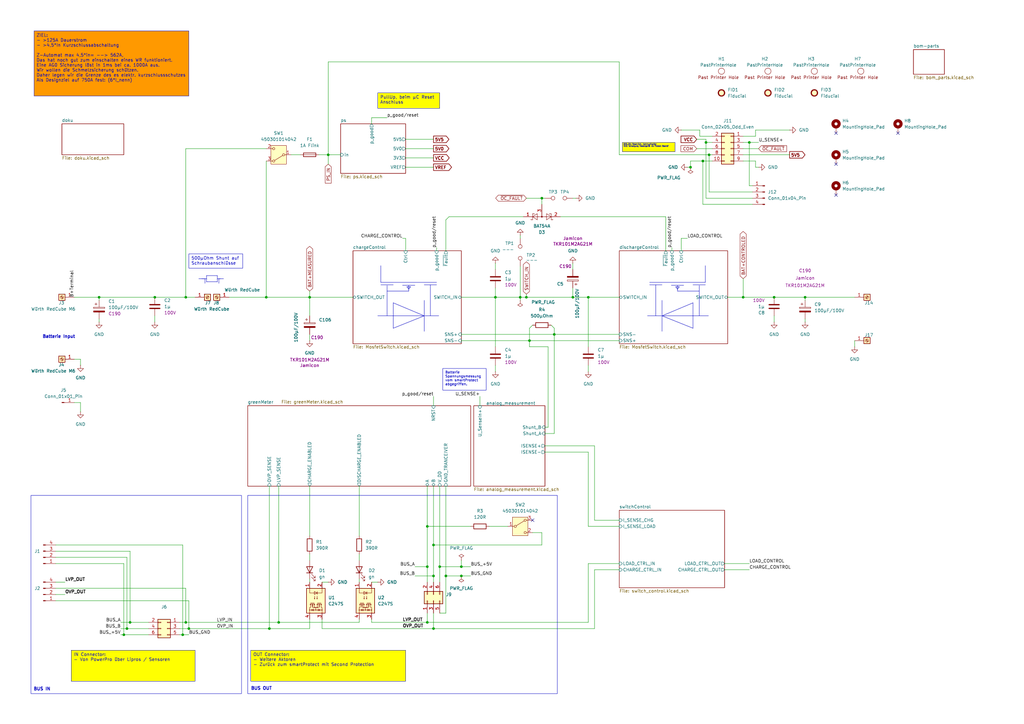
<source format=kicad_sch>
(kicad_sch
	(version 20250114)
	(generator "eeschema")
	(generator_version "9.0")
	(uuid "bf1f8167-8e29-49cc-a467-dd9cc2c77246")
	(paper "A3")
	(lib_symbols
		(symbol "Connector:Conn_01x01_Pin"
			(pin_names
				(offset 1.016)
				(hide yes)
			)
			(exclude_from_sim no)
			(in_bom yes)
			(on_board yes)
			(property "Reference" "J"
				(at 0 2.54 0)
				(effects
					(font
						(size 1.27 1.27)
					)
				)
			)
			(property "Value" "Conn_01x01_Pin"
				(at 0 -2.54 0)
				(effects
					(font
						(size 1.27 1.27)
					)
				)
			)
			(property "Footprint" ""
				(at 0 0 0)
				(effects
					(font
						(size 1.27 1.27)
					)
					(hide yes)
				)
			)
			(property "Datasheet" "~"
				(at 0 0 0)
				(effects
					(font
						(size 1.27 1.27)
					)
					(hide yes)
				)
			)
			(property "Description" "Generic connector, single row, 01x01, script generated"
				(at 0 0 0)
				(effects
					(font
						(size 1.27 1.27)
					)
					(hide yes)
				)
			)
			(property "ki_locked" ""
				(at 0 0 0)
				(effects
					(font
						(size 1.27 1.27)
					)
				)
			)
			(property "ki_keywords" "connector"
				(at 0 0 0)
				(effects
					(font
						(size 1.27 1.27)
					)
					(hide yes)
				)
			)
			(property "ki_fp_filters" "Connector*:*_1x??_*"
				(at 0 0 0)
				(effects
					(font
						(size 1.27 1.27)
					)
					(hide yes)
				)
			)
			(symbol "Conn_01x01_Pin_1_1"
				(rectangle
					(start 0.8636 0.127)
					(end 0 -0.127)
					(stroke
						(width 0.1524)
						(type default)
					)
					(fill
						(type outline)
					)
				)
				(polyline
					(pts
						(xy 1.27 0) (xy 0.8636 0)
					)
					(stroke
						(width 0.1524)
						(type default)
					)
					(fill
						(type none)
					)
				)
				(pin passive line
					(at 5.08 0 180)
					(length 3.81)
					(name "Pin_1"
						(effects
							(font
								(size 1.27 1.27)
							)
						)
					)
					(number "1"
						(effects
							(font
								(size 1.27 1.27)
							)
						)
					)
				)
			)
			(embedded_fonts no)
		)
		(symbol "Connector:Conn_01x04_Pin"
			(pin_names
				(offset 1.016)
				(hide yes)
			)
			(exclude_from_sim no)
			(in_bom yes)
			(on_board yes)
			(property "Reference" "J"
				(at 0 5.08 0)
				(effects
					(font
						(size 1.27 1.27)
					)
				)
			)
			(property "Value" "Conn_01x04_Pin"
				(at 0 -7.62 0)
				(effects
					(font
						(size 1.27 1.27)
					)
				)
			)
			(property "Footprint" ""
				(at 0 0 0)
				(effects
					(font
						(size 1.27 1.27)
					)
					(hide yes)
				)
			)
			(property "Datasheet" "~"
				(at 0 0 0)
				(effects
					(font
						(size 1.27 1.27)
					)
					(hide yes)
				)
			)
			(property "Description" "Generic connector, single row, 01x04, script generated"
				(at 0 0 0)
				(effects
					(font
						(size 1.27 1.27)
					)
					(hide yes)
				)
			)
			(property "ki_locked" ""
				(at 0 0 0)
				(effects
					(font
						(size 1.27 1.27)
					)
				)
			)
			(property "ki_keywords" "connector"
				(at 0 0 0)
				(effects
					(font
						(size 1.27 1.27)
					)
					(hide yes)
				)
			)
			(property "ki_fp_filters" "Connector*:*_1x??_*"
				(at 0 0 0)
				(effects
					(font
						(size 1.27 1.27)
					)
					(hide yes)
				)
			)
			(symbol "Conn_01x04_Pin_1_1"
				(rectangle
					(start 0.8636 2.667)
					(end 0 2.413)
					(stroke
						(width 0.1524)
						(type default)
					)
					(fill
						(type outline)
					)
				)
				(rectangle
					(start 0.8636 0.127)
					(end 0 -0.127)
					(stroke
						(width 0.1524)
						(type default)
					)
					(fill
						(type outline)
					)
				)
				(rectangle
					(start 0.8636 -2.413)
					(end 0 -2.667)
					(stroke
						(width 0.1524)
						(type default)
					)
					(fill
						(type outline)
					)
				)
				(rectangle
					(start 0.8636 -4.953)
					(end 0 -5.207)
					(stroke
						(width 0.1524)
						(type default)
					)
					(fill
						(type outline)
					)
				)
				(polyline
					(pts
						(xy 1.27 2.54) (xy 0.8636 2.54)
					)
					(stroke
						(width 0.1524)
						(type default)
					)
					(fill
						(type none)
					)
				)
				(polyline
					(pts
						(xy 1.27 0) (xy 0.8636 0)
					)
					(stroke
						(width 0.1524)
						(type default)
					)
					(fill
						(type none)
					)
				)
				(polyline
					(pts
						(xy 1.27 -2.54) (xy 0.8636 -2.54)
					)
					(stroke
						(width 0.1524)
						(type default)
					)
					(fill
						(type none)
					)
				)
				(polyline
					(pts
						(xy 1.27 -5.08) (xy 0.8636 -5.08)
					)
					(stroke
						(width 0.1524)
						(type default)
					)
					(fill
						(type none)
					)
				)
				(pin passive line
					(at 5.08 2.54 180)
					(length 3.81)
					(name "Pin_1"
						(effects
							(font
								(size 1.27 1.27)
							)
						)
					)
					(number "1"
						(effects
							(font
								(size 1.27 1.27)
							)
						)
					)
				)
				(pin passive line
					(at 5.08 0 180)
					(length 3.81)
					(name "Pin_2"
						(effects
							(font
								(size 1.27 1.27)
							)
						)
					)
					(number "2"
						(effects
							(font
								(size 1.27 1.27)
							)
						)
					)
				)
				(pin passive line
					(at 5.08 -2.54 180)
					(length 3.81)
					(name "Pin_3"
						(effects
							(font
								(size 1.27 1.27)
							)
						)
					)
					(number "3"
						(effects
							(font
								(size 1.27 1.27)
							)
						)
					)
				)
				(pin passive line
					(at 5.08 -5.08 180)
					(length 3.81)
					(name "Pin_4"
						(effects
							(font
								(size 1.27 1.27)
							)
						)
					)
					(number "4"
						(effects
							(font
								(size 1.27 1.27)
							)
						)
					)
				)
			)
			(embedded_fonts no)
		)
		(symbol "Connector:Screw_Terminal_01x01"
			(pin_names
				(offset 1.016)
				(hide yes)
			)
			(exclude_from_sim no)
			(in_bom yes)
			(on_board yes)
			(property "Reference" "J"
				(at 0 2.54 0)
				(effects
					(font
						(size 1.27 1.27)
					)
				)
			)
			(property "Value" "Screw_Terminal_01x01"
				(at 0 -2.54 0)
				(effects
					(font
						(size 1.27 1.27)
					)
				)
			)
			(property "Footprint" ""
				(at 0 0 0)
				(effects
					(font
						(size 1.27 1.27)
					)
					(hide yes)
				)
			)
			(property "Datasheet" "~"
				(at 0 0 0)
				(effects
					(font
						(size 1.27 1.27)
					)
					(hide yes)
				)
			)
			(property "Description" "Generic screw terminal, single row, 01x01, script generated (kicad-library-utils/schlib/autogen/connector/)"
				(at 0 0 0)
				(effects
					(font
						(size 1.27 1.27)
					)
					(hide yes)
				)
			)
			(property "ki_keywords" "screw terminal"
				(at 0 0 0)
				(effects
					(font
						(size 1.27 1.27)
					)
					(hide yes)
				)
			)
			(property "ki_fp_filters" "TerminalBlock*:*"
				(at 0 0 0)
				(effects
					(font
						(size 1.27 1.27)
					)
					(hide yes)
				)
			)
			(symbol "Screw_Terminal_01x01_1_1"
				(rectangle
					(start -1.27 1.27)
					(end 1.27 -1.27)
					(stroke
						(width 0.254)
						(type default)
					)
					(fill
						(type background)
					)
				)
				(polyline
					(pts
						(xy -0.5334 0.3302) (xy 0.3302 -0.508)
					)
					(stroke
						(width 0.1524)
						(type default)
					)
					(fill
						(type none)
					)
				)
				(polyline
					(pts
						(xy -0.3556 0.508) (xy 0.508 -0.3302)
					)
					(stroke
						(width 0.1524)
						(type default)
					)
					(fill
						(type none)
					)
				)
				(circle
					(center 0 0)
					(radius 0.635)
					(stroke
						(width 0.1524)
						(type default)
					)
					(fill
						(type none)
					)
				)
				(pin passive line
					(at -5.08 0 0)
					(length 3.81)
					(name "Pin_1"
						(effects
							(font
								(size 1.27 1.27)
							)
						)
					)
					(number "1"
						(effects
							(font
								(size 1.27 1.27)
							)
						)
					)
				)
			)
			(embedded_fonts no)
		)
		(symbol "Connector:TestPoint"
			(pin_numbers
				(hide yes)
			)
			(pin_names
				(offset 0.762)
				(hide yes)
			)
			(exclude_from_sim no)
			(in_bom yes)
			(on_board yes)
			(property "Reference" "TP"
				(at 0 6.858 0)
				(effects
					(font
						(size 1.27 1.27)
					)
				)
			)
			(property "Value" "TestPoint"
				(at 0 5.08 0)
				(effects
					(font
						(size 1.27 1.27)
					)
				)
			)
			(property "Footprint" ""
				(at 5.08 0 0)
				(effects
					(font
						(size 1.27 1.27)
					)
					(hide yes)
				)
			)
			(property "Datasheet" "~"
				(at 5.08 0 0)
				(effects
					(font
						(size 1.27 1.27)
					)
					(hide yes)
				)
			)
			(property "Description" "test point"
				(at 0 0 0)
				(effects
					(font
						(size 1.27 1.27)
					)
					(hide yes)
				)
			)
			(property "ki_keywords" "test point tp"
				(at 0 0 0)
				(effects
					(font
						(size 1.27 1.27)
					)
					(hide yes)
				)
			)
			(property "ki_fp_filters" "Pin* Test*"
				(at 0 0 0)
				(effects
					(font
						(size 1.27 1.27)
					)
					(hide yes)
				)
			)
			(symbol "TestPoint_0_1"
				(circle
					(center 0 3.302)
					(radius 0.762)
					(stroke
						(width 0)
						(type default)
					)
					(fill
						(type none)
					)
				)
			)
			(symbol "TestPoint_1_1"
				(pin passive line
					(at 0 0 90)
					(length 2.54)
					(name "1"
						(effects
							(font
								(size 1.27 1.27)
							)
						)
					)
					(number "1"
						(effects
							(font
								(size 1.27 1.27)
							)
						)
					)
				)
			)
			(embedded_fonts no)
		)
		(symbol "Connector_Generic:Conn_02x03_Odd_Even"
			(pin_names
				(offset 1.016)
				(hide yes)
			)
			(exclude_from_sim no)
			(in_bom yes)
			(on_board yes)
			(property "Reference" "J"
				(at 1.27 5.08 0)
				(effects
					(font
						(size 1.27 1.27)
					)
				)
			)
			(property "Value" "Conn_02x03_Odd_Even"
				(at 1.27 -5.08 0)
				(effects
					(font
						(size 1.27 1.27)
					)
				)
			)
			(property "Footprint" ""
				(at 0 0 0)
				(effects
					(font
						(size 1.27 1.27)
					)
					(hide yes)
				)
			)
			(property "Datasheet" "~"
				(at 0 0 0)
				(effects
					(font
						(size 1.27 1.27)
					)
					(hide yes)
				)
			)
			(property "Description" "Generic connector, double row, 02x03, odd/even pin numbering scheme (row 1 odd numbers, row 2 even numbers), script generated (kicad-library-utils/schlib/autogen/connector/)"
				(at 0 0 0)
				(effects
					(font
						(size 1.27 1.27)
					)
					(hide yes)
				)
			)
			(property "ki_keywords" "connector"
				(at 0 0 0)
				(effects
					(font
						(size 1.27 1.27)
					)
					(hide yes)
				)
			)
			(property "ki_fp_filters" "Connector*:*_2x??_*"
				(at 0 0 0)
				(effects
					(font
						(size 1.27 1.27)
					)
					(hide yes)
				)
			)
			(symbol "Conn_02x03_Odd_Even_1_1"
				(rectangle
					(start -1.27 3.81)
					(end 3.81 -3.81)
					(stroke
						(width 0.254)
						(type default)
					)
					(fill
						(type background)
					)
				)
				(rectangle
					(start -1.27 2.667)
					(end 0 2.413)
					(stroke
						(width 0.1524)
						(type default)
					)
					(fill
						(type none)
					)
				)
				(rectangle
					(start -1.27 0.127)
					(end 0 -0.127)
					(stroke
						(width 0.1524)
						(type default)
					)
					(fill
						(type none)
					)
				)
				(rectangle
					(start -1.27 -2.413)
					(end 0 -2.667)
					(stroke
						(width 0.1524)
						(type default)
					)
					(fill
						(type none)
					)
				)
				(rectangle
					(start 3.81 2.667)
					(end 2.54 2.413)
					(stroke
						(width 0.1524)
						(type default)
					)
					(fill
						(type none)
					)
				)
				(rectangle
					(start 3.81 0.127)
					(end 2.54 -0.127)
					(stroke
						(width 0.1524)
						(type default)
					)
					(fill
						(type none)
					)
				)
				(rectangle
					(start 3.81 -2.413)
					(end 2.54 -2.667)
					(stroke
						(width 0.1524)
						(type default)
					)
					(fill
						(type none)
					)
				)
				(pin passive line
					(at -5.08 2.54 0)
					(length 3.81)
					(name "Pin_1"
						(effects
							(font
								(size 1.27 1.27)
							)
						)
					)
					(number "1"
						(effects
							(font
								(size 1.27 1.27)
							)
						)
					)
				)
				(pin passive line
					(at -5.08 0 0)
					(length 3.81)
					(name "Pin_3"
						(effects
							(font
								(size 1.27 1.27)
							)
						)
					)
					(number "3"
						(effects
							(font
								(size 1.27 1.27)
							)
						)
					)
				)
				(pin passive line
					(at -5.08 -2.54 0)
					(length 3.81)
					(name "Pin_5"
						(effects
							(font
								(size 1.27 1.27)
							)
						)
					)
					(number "5"
						(effects
							(font
								(size 1.27 1.27)
							)
						)
					)
				)
				(pin passive line
					(at 7.62 2.54 180)
					(length 3.81)
					(name "Pin_2"
						(effects
							(font
								(size 1.27 1.27)
							)
						)
					)
					(number "2"
						(effects
							(font
								(size 1.27 1.27)
							)
						)
					)
				)
				(pin passive line
					(at 7.62 0 180)
					(length 3.81)
					(name "Pin_4"
						(effects
							(font
								(size 1.27 1.27)
							)
						)
					)
					(number "4"
						(effects
							(font
								(size 1.27 1.27)
							)
						)
					)
				)
				(pin passive line
					(at 7.62 -2.54 180)
					(length 3.81)
					(name "Pin_6"
						(effects
							(font
								(size 1.27 1.27)
							)
						)
					)
					(number "6"
						(effects
							(font
								(size 1.27 1.27)
							)
						)
					)
				)
			)
			(embedded_fonts no)
		)
		(symbol "Connector_Generic:Conn_02x05_Odd_Even"
			(pin_names
				(offset 1.016)
				(hide yes)
			)
			(exclude_from_sim no)
			(in_bom yes)
			(on_board yes)
			(property "Reference" "J"
				(at 1.27 7.62 0)
				(effects
					(font
						(size 1.27 1.27)
					)
				)
			)
			(property "Value" "Conn_02x05_Odd_Even"
				(at 1.27 -7.62 0)
				(effects
					(font
						(size 1.27 1.27)
					)
				)
			)
			(property "Footprint" ""
				(at 0 0 0)
				(effects
					(font
						(size 1.27 1.27)
					)
					(hide yes)
				)
			)
			(property "Datasheet" "~"
				(at 0 0 0)
				(effects
					(font
						(size 1.27 1.27)
					)
					(hide yes)
				)
			)
			(property "Description" "Generic connector, double row, 02x05, odd/even pin numbering scheme (row 1 odd numbers, row 2 even numbers), script generated (kicad-library-utils/schlib/autogen/connector/)"
				(at 0 0 0)
				(effects
					(font
						(size 1.27 1.27)
					)
					(hide yes)
				)
			)
			(property "ki_keywords" "connector"
				(at 0 0 0)
				(effects
					(font
						(size 1.27 1.27)
					)
					(hide yes)
				)
			)
			(property "ki_fp_filters" "Connector*:*_2x??_*"
				(at 0 0 0)
				(effects
					(font
						(size 1.27 1.27)
					)
					(hide yes)
				)
			)
			(symbol "Conn_02x05_Odd_Even_1_1"
				(rectangle
					(start -1.27 6.35)
					(end 3.81 -6.35)
					(stroke
						(width 0.254)
						(type default)
					)
					(fill
						(type background)
					)
				)
				(rectangle
					(start -1.27 5.207)
					(end 0 4.953)
					(stroke
						(width 0.1524)
						(type default)
					)
					(fill
						(type none)
					)
				)
				(rectangle
					(start -1.27 2.667)
					(end 0 2.413)
					(stroke
						(width 0.1524)
						(type default)
					)
					(fill
						(type none)
					)
				)
				(rectangle
					(start -1.27 0.127)
					(end 0 -0.127)
					(stroke
						(width 0.1524)
						(type default)
					)
					(fill
						(type none)
					)
				)
				(rectangle
					(start -1.27 -2.413)
					(end 0 -2.667)
					(stroke
						(width 0.1524)
						(type default)
					)
					(fill
						(type none)
					)
				)
				(rectangle
					(start -1.27 -4.953)
					(end 0 -5.207)
					(stroke
						(width 0.1524)
						(type default)
					)
					(fill
						(type none)
					)
				)
				(rectangle
					(start 3.81 5.207)
					(end 2.54 4.953)
					(stroke
						(width 0.1524)
						(type default)
					)
					(fill
						(type none)
					)
				)
				(rectangle
					(start 3.81 2.667)
					(end 2.54 2.413)
					(stroke
						(width 0.1524)
						(type default)
					)
					(fill
						(type none)
					)
				)
				(rectangle
					(start 3.81 0.127)
					(end 2.54 -0.127)
					(stroke
						(width 0.1524)
						(type default)
					)
					(fill
						(type none)
					)
				)
				(rectangle
					(start 3.81 -2.413)
					(end 2.54 -2.667)
					(stroke
						(width 0.1524)
						(type default)
					)
					(fill
						(type none)
					)
				)
				(rectangle
					(start 3.81 -4.953)
					(end 2.54 -5.207)
					(stroke
						(width 0.1524)
						(type default)
					)
					(fill
						(type none)
					)
				)
				(pin passive line
					(at -5.08 5.08 0)
					(length 3.81)
					(name "Pin_1"
						(effects
							(font
								(size 1.27 1.27)
							)
						)
					)
					(number "1"
						(effects
							(font
								(size 1.27 1.27)
							)
						)
					)
				)
				(pin passive line
					(at -5.08 2.54 0)
					(length 3.81)
					(name "Pin_3"
						(effects
							(font
								(size 1.27 1.27)
							)
						)
					)
					(number "3"
						(effects
							(font
								(size 1.27 1.27)
							)
						)
					)
				)
				(pin passive line
					(at -5.08 0 0)
					(length 3.81)
					(name "Pin_5"
						(effects
							(font
								(size 1.27 1.27)
							)
						)
					)
					(number "5"
						(effects
							(font
								(size 1.27 1.27)
							)
						)
					)
				)
				(pin passive line
					(at -5.08 -2.54 0)
					(length 3.81)
					(name "Pin_7"
						(effects
							(font
								(size 1.27 1.27)
							)
						)
					)
					(number "7"
						(effects
							(font
								(size 1.27 1.27)
							)
						)
					)
				)
				(pin passive line
					(at -5.08 -5.08 0)
					(length 3.81)
					(name "Pin_9"
						(effects
							(font
								(size 1.27 1.27)
							)
						)
					)
					(number "9"
						(effects
							(font
								(size 1.27 1.27)
							)
						)
					)
				)
				(pin passive line
					(at 7.62 5.08 180)
					(length 3.81)
					(name "Pin_2"
						(effects
							(font
								(size 1.27 1.27)
							)
						)
					)
					(number "2"
						(effects
							(font
								(size 1.27 1.27)
							)
						)
					)
				)
				(pin passive line
					(at 7.62 2.54 180)
					(length 3.81)
					(name "Pin_4"
						(effects
							(font
								(size 1.27 1.27)
							)
						)
					)
					(number "4"
						(effects
							(font
								(size 1.27 1.27)
							)
						)
					)
				)
				(pin passive line
					(at 7.62 0 180)
					(length 3.81)
					(name "Pin_6"
						(effects
							(font
								(size 1.27 1.27)
							)
						)
					)
					(number "6"
						(effects
							(font
								(size 1.27 1.27)
							)
						)
					)
				)
				(pin passive line
					(at 7.62 -2.54 180)
					(length 3.81)
					(name "Pin_8"
						(effects
							(font
								(size 1.27 1.27)
							)
						)
					)
					(number "8"
						(effects
							(font
								(size 1.27 1.27)
							)
						)
					)
				)
				(pin passive line
					(at 7.62 -5.08 180)
					(length 3.81)
					(name "Pin_10"
						(effects
							(font
								(size 1.27 1.27)
							)
						)
					)
					(number "10"
						(effects
							(font
								(size 1.27 1.27)
							)
						)
					)
				)
			)
			(embedded_fonts no)
		)
		(symbol "Device:C"
			(pin_numbers
				(hide yes)
			)
			(pin_names
				(offset 0.254)
			)
			(exclude_from_sim no)
			(in_bom yes)
			(on_board yes)
			(property "Reference" "C"
				(at 0.635 2.54 0)
				(effects
					(font
						(size 1.27 1.27)
					)
					(justify left)
				)
			)
			(property "Value" "C"
				(at 0.635 -2.54 0)
				(effects
					(font
						(size 1.27 1.27)
					)
					(justify left)
				)
			)
			(property "Footprint" ""
				(at 0.9652 -3.81 0)
				(effects
					(font
						(size 1.27 1.27)
					)
					(hide yes)
				)
			)
			(property "Datasheet" "~"
				(at 0 0 0)
				(effects
					(font
						(size 1.27 1.27)
					)
					(hide yes)
				)
			)
			(property "Description" "Unpolarized capacitor"
				(at 0 0 0)
				(effects
					(font
						(size 1.27 1.27)
					)
					(hide yes)
				)
			)
			(property "ki_keywords" "cap capacitor"
				(at 0 0 0)
				(effects
					(font
						(size 1.27 1.27)
					)
					(hide yes)
				)
			)
			(property "ki_fp_filters" "C_*"
				(at 0 0 0)
				(effects
					(font
						(size 1.27 1.27)
					)
					(hide yes)
				)
			)
			(symbol "C_0_1"
				(polyline
					(pts
						(xy -2.032 0.762) (xy 2.032 0.762)
					)
					(stroke
						(width 0.508)
						(type default)
					)
					(fill
						(type none)
					)
				)
				(polyline
					(pts
						(xy -2.032 -0.762) (xy 2.032 -0.762)
					)
					(stroke
						(width 0.508)
						(type default)
					)
					(fill
						(type none)
					)
				)
			)
			(symbol "C_1_1"
				(pin passive line
					(at 0 3.81 270)
					(length 2.794)
					(name "~"
						(effects
							(font
								(size 1.27 1.27)
							)
						)
					)
					(number "1"
						(effects
							(font
								(size 1.27 1.27)
							)
						)
					)
				)
				(pin passive line
					(at 0 -3.81 90)
					(length 2.794)
					(name "~"
						(effects
							(font
								(size 1.27 1.27)
							)
						)
					)
					(number "2"
						(effects
							(font
								(size 1.27 1.27)
							)
						)
					)
				)
			)
			(embedded_fonts no)
		)
		(symbol "Device:C_Polarized"
			(pin_numbers
				(hide yes)
			)
			(pin_names
				(offset 0.254)
			)
			(exclude_from_sim no)
			(in_bom yes)
			(on_board yes)
			(property "Reference" "C"
				(at 0.635 2.54 0)
				(effects
					(font
						(size 1.27 1.27)
					)
					(justify left)
				)
			)
			(property "Value" "C_Polarized"
				(at 0.635 -2.54 0)
				(effects
					(font
						(size 1.27 1.27)
					)
					(justify left)
				)
			)
			(property "Footprint" ""
				(at 0.9652 -3.81 0)
				(effects
					(font
						(size 1.27 1.27)
					)
					(hide yes)
				)
			)
			(property "Datasheet" "~"
				(at 0 0 0)
				(effects
					(font
						(size 1.27 1.27)
					)
					(hide yes)
				)
			)
			(property "Description" "Polarized capacitor"
				(at 0 0 0)
				(effects
					(font
						(size 1.27 1.27)
					)
					(hide yes)
				)
			)
			(property "ki_keywords" "cap capacitor"
				(at 0 0 0)
				(effects
					(font
						(size 1.27 1.27)
					)
					(hide yes)
				)
			)
			(property "ki_fp_filters" "CP_*"
				(at 0 0 0)
				(effects
					(font
						(size 1.27 1.27)
					)
					(hide yes)
				)
			)
			(symbol "C_Polarized_0_1"
				(rectangle
					(start -2.286 0.508)
					(end 2.286 1.016)
					(stroke
						(width 0)
						(type default)
					)
					(fill
						(type none)
					)
				)
				(polyline
					(pts
						(xy -1.778 2.286) (xy -0.762 2.286)
					)
					(stroke
						(width 0)
						(type default)
					)
					(fill
						(type none)
					)
				)
				(polyline
					(pts
						(xy -1.27 2.794) (xy -1.27 1.778)
					)
					(stroke
						(width 0)
						(type default)
					)
					(fill
						(type none)
					)
				)
				(rectangle
					(start 2.286 -0.508)
					(end -2.286 -1.016)
					(stroke
						(width 0)
						(type default)
					)
					(fill
						(type outline)
					)
				)
			)
			(symbol "C_Polarized_1_1"
				(pin passive line
					(at 0 3.81 270)
					(length 2.794)
					(name "~"
						(effects
							(font
								(size 1.27 1.27)
							)
						)
					)
					(number "1"
						(effects
							(font
								(size 1.27 1.27)
							)
						)
					)
				)
				(pin passive line
					(at 0 -3.81 90)
					(length 2.794)
					(name "~"
						(effects
							(font
								(size 1.27 1.27)
							)
						)
					)
					(number "2"
						(effects
							(font
								(size 1.27 1.27)
							)
						)
					)
				)
			)
			(embedded_fonts no)
		)
		(symbol "Device:Fuse"
			(pin_numbers
				(hide yes)
			)
			(pin_names
				(offset 0)
			)
			(exclude_from_sim no)
			(in_bom yes)
			(on_board yes)
			(property "Reference" "F"
				(at 2.032 0 90)
				(effects
					(font
						(size 1.27 1.27)
					)
				)
			)
			(property "Value" "Fuse"
				(at -1.905 0 90)
				(effects
					(font
						(size 1.27 1.27)
					)
				)
			)
			(property "Footprint" ""
				(at -1.778 0 90)
				(effects
					(font
						(size 1.27 1.27)
					)
					(hide yes)
				)
			)
			(property "Datasheet" "~"
				(at 0 0 0)
				(effects
					(font
						(size 1.27 1.27)
					)
					(hide yes)
				)
			)
			(property "Description" "Fuse"
				(at 0 0 0)
				(effects
					(font
						(size 1.27 1.27)
					)
					(hide yes)
				)
			)
			(property "ki_keywords" "fuse"
				(at 0 0 0)
				(effects
					(font
						(size 1.27 1.27)
					)
					(hide yes)
				)
			)
			(property "ki_fp_filters" "*Fuse*"
				(at 0 0 0)
				(effects
					(font
						(size 1.27 1.27)
					)
					(hide yes)
				)
			)
			(symbol "Fuse_0_1"
				(rectangle
					(start -0.762 -2.54)
					(end 0.762 2.54)
					(stroke
						(width 0.254)
						(type default)
					)
					(fill
						(type none)
					)
				)
				(polyline
					(pts
						(xy 0 2.54) (xy 0 -2.54)
					)
					(stroke
						(width 0)
						(type default)
					)
					(fill
						(type none)
					)
				)
			)
			(symbol "Fuse_1_1"
				(pin passive line
					(at 0 3.81 270)
					(length 1.27)
					(name "~"
						(effects
							(font
								(size 1.27 1.27)
							)
						)
					)
					(number "1"
						(effects
							(font
								(size 1.27 1.27)
							)
						)
					)
				)
				(pin passive line
					(at 0 -3.81 90)
					(length 1.27)
					(name "~"
						(effects
							(font
								(size 1.27 1.27)
							)
						)
					)
					(number "2"
						(effects
							(font
								(size 1.27 1.27)
							)
						)
					)
				)
			)
			(embedded_fonts no)
		)
		(symbol "Device:LED"
			(pin_numbers
				(hide yes)
			)
			(pin_names
				(offset 1.016)
				(hide yes)
			)
			(exclude_from_sim no)
			(in_bom yes)
			(on_board yes)
			(property "Reference" "D"
				(at 0 2.54 0)
				(effects
					(font
						(size 1.27 1.27)
					)
				)
			)
			(property "Value" "LED"
				(at 0 -2.54 0)
				(effects
					(font
						(size 1.27 1.27)
					)
				)
			)
			(property "Footprint" ""
				(at 0 0 0)
				(effects
					(font
						(size 1.27 1.27)
					)
					(hide yes)
				)
			)
			(property "Datasheet" "~"
				(at 0 0 0)
				(effects
					(font
						(size 1.27 1.27)
					)
					(hide yes)
				)
			)
			(property "Description" "Light emitting diode"
				(at 0 0 0)
				(effects
					(font
						(size 1.27 1.27)
					)
					(hide yes)
				)
			)
			(property "Sim.Pins" "1=K 2=A"
				(at 0 0 0)
				(effects
					(font
						(size 1.27 1.27)
					)
					(hide yes)
				)
			)
			(property "ki_keywords" "LED diode"
				(at 0 0 0)
				(effects
					(font
						(size 1.27 1.27)
					)
					(hide yes)
				)
			)
			(property "ki_fp_filters" "LED* LED_SMD:* LED_THT:*"
				(at 0 0 0)
				(effects
					(font
						(size 1.27 1.27)
					)
					(hide yes)
				)
			)
			(symbol "LED_0_1"
				(polyline
					(pts
						(xy -3.048 -0.762) (xy -4.572 -2.286) (xy -3.81 -2.286) (xy -4.572 -2.286) (xy -4.572 -1.524)
					)
					(stroke
						(width 0)
						(type default)
					)
					(fill
						(type none)
					)
				)
				(polyline
					(pts
						(xy -1.778 -0.762) (xy -3.302 -2.286) (xy -2.54 -2.286) (xy -3.302 -2.286) (xy -3.302 -1.524)
					)
					(stroke
						(width 0)
						(type default)
					)
					(fill
						(type none)
					)
				)
				(polyline
					(pts
						(xy -1.27 0) (xy 1.27 0)
					)
					(stroke
						(width 0)
						(type default)
					)
					(fill
						(type none)
					)
				)
				(polyline
					(pts
						(xy -1.27 -1.27) (xy -1.27 1.27)
					)
					(stroke
						(width 0.254)
						(type default)
					)
					(fill
						(type none)
					)
				)
				(polyline
					(pts
						(xy 1.27 -1.27) (xy 1.27 1.27) (xy -1.27 0) (xy 1.27 -1.27)
					)
					(stroke
						(width 0.254)
						(type default)
					)
					(fill
						(type none)
					)
				)
			)
			(symbol "LED_1_1"
				(pin passive line
					(at -3.81 0 0)
					(length 2.54)
					(name "K"
						(effects
							(font
								(size 1.27 1.27)
							)
						)
					)
					(number "1"
						(effects
							(font
								(size 1.27 1.27)
							)
						)
					)
				)
				(pin passive line
					(at 3.81 0 180)
					(length 2.54)
					(name "A"
						(effects
							(font
								(size 1.27 1.27)
							)
						)
					)
					(number "2"
						(effects
							(font
								(size 1.27 1.27)
							)
						)
					)
				)
			)
			(embedded_fonts no)
		)
		(symbol "Device:R"
			(pin_numbers
				(hide yes)
			)
			(pin_names
				(offset 0)
			)
			(exclude_from_sim no)
			(in_bom yes)
			(on_board yes)
			(property "Reference" "R"
				(at 2.032 0 90)
				(effects
					(font
						(size 1.27 1.27)
					)
				)
			)
			(property "Value" "R"
				(at 0 0 90)
				(effects
					(font
						(size 1.27 1.27)
					)
				)
			)
			(property "Footprint" ""
				(at -1.778 0 90)
				(effects
					(font
						(size 1.27 1.27)
					)
					(hide yes)
				)
			)
			(property "Datasheet" "~"
				(at 0 0 0)
				(effects
					(font
						(size 1.27 1.27)
					)
					(hide yes)
				)
			)
			(property "Description" "Resistor"
				(at 0 0 0)
				(effects
					(font
						(size 1.27 1.27)
					)
					(hide yes)
				)
			)
			(property "ki_keywords" "R res resistor"
				(at 0 0 0)
				(effects
					(font
						(size 1.27 1.27)
					)
					(hide yes)
				)
			)
			(property "ki_fp_filters" "R_*"
				(at 0 0 0)
				(effects
					(font
						(size 1.27 1.27)
					)
					(hide yes)
				)
			)
			(symbol "R_0_1"
				(rectangle
					(start -1.016 -2.54)
					(end 1.016 2.54)
					(stroke
						(width 0.254)
						(type default)
					)
					(fill
						(type none)
					)
				)
			)
			(symbol "R_1_1"
				(pin passive line
					(at 0 3.81 270)
					(length 1.27)
					(name "~"
						(effects
							(font
								(size 1.27 1.27)
							)
						)
					)
					(number "1"
						(effects
							(font
								(size 1.27 1.27)
							)
						)
					)
				)
				(pin passive line
					(at 0 -3.81 90)
					(length 1.27)
					(name "~"
						(effects
							(font
								(size 1.27 1.27)
							)
						)
					)
					(number "2"
						(effects
							(font
								(size 1.27 1.27)
							)
						)
					)
				)
			)
			(embedded_fonts no)
		)
		(symbol "Diode:BAT54A"
			(pin_names
				(offset 1.016)
			)
			(exclude_from_sim no)
			(in_bom yes)
			(on_board yes)
			(property "Reference" "D"
				(at 0.635 -3.81 0)
				(effects
					(font
						(size 1.27 1.27)
					)
					(justify left)
				)
			)
			(property "Value" "BAT54A"
				(at -6.35 3.175 0)
				(effects
					(font
						(size 1.27 1.27)
					)
					(justify left)
				)
			)
			(property "Footprint" "Package_TO_SOT_SMD:SOT-23"
				(at 1.905 3.175 0)
				(effects
					(font
						(size 1.27 1.27)
					)
					(justify left)
					(hide yes)
				)
			)
			(property "Datasheet" "http://www.diodes.com/_files/datasheets/ds11005.pdf"
				(at -3.048 0 0)
				(effects
					(font
						(size 1.27 1.27)
					)
					(hide yes)
				)
			)
			(property "Description" "schottky barrier diode"
				(at 0 0 0)
				(effects
					(font
						(size 1.27 1.27)
					)
					(hide yes)
				)
			)
			(property "ki_keywords" "schottky diode"
				(at 0 0 0)
				(effects
					(font
						(size 1.27 1.27)
					)
					(hide yes)
				)
			)
			(property "ki_fp_filters" "SOT?23*"
				(at 0 0 0)
				(effects
					(font
						(size 1.27 1.27)
					)
					(hide yes)
				)
			)
			(symbol "BAT54A_0_1"
				(polyline
					(pts
						(xy -4.445 1.27) (xy -4.445 1.016)
					)
					(stroke
						(width 0)
						(type default)
					)
					(fill
						(type none)
					)
				)
				(polyline
					(pts
						(xy -3.81 1.27) (xy -4.445 1.27)
					)
					(stroke
						(width 0)
						(type default)
					)
					(fill
						(type none)
					)
				)
				(polyline
					(pts
						(xy -3.81 0) (xy -1.27 0)
					)
					(stroke
						(width 0)
						(type default)
					)
					(fill
						(type none)
					)
				)
				(polyline
					(pts
						(xy -3.81 -1.27) (xy -3.81 1.27)
					)
					(stroke
						(width 0)
						(type default)
					)
					(fill
						(type none)
					)
				)
				(polyline
					(pts
						(xy -3.81 -1.27) (xy -3.175 -1.27)
					)
					(stroke
						(width 0)
						(type default)
					)
					(fill
						(type none)
					)
				)
				(polyline
					(pts
						(xy -3.175 -1.27) (xy -3.175 -1.016)
					)
					(stroke
						(width 0)
						(type default)
					)
					(fill
						(type none)
					)
				)
				(polyline
					(pts
						(xy -1.905 1.27) (xy -1.905 -1.27) (xy -3.81 0) (xy -1.905 1.27)
					)
					(stroke
						(width 0)
						(type default)
					)
					(fill
						(type none)
					)
				)
				(polyline
					(pts
						(xy -1.905 0) (xy 1.905 0)
					)
					(stroke
						(width 0)
						(type default)
					)
					(fill
						(type none)
					)
				)
				(circle
					(center 0 0)
					(radius 0.254)
					(stroke
						(width 0)
						(type default)
					)
					(fill
						(type outline)
					)
				)
				(polyline
					(pts
						(xy 1.27 0) (xy 3.81 0)
					)
					(stroke
						(width 0)
						(type default)
					)
					(fill
						(type none)
					)
				)
				(polyline
					(pts
						(xy 1.905 1.27) (xy 1.905 -1.27) (xy 3.81 0) (xy 1.905 1.27)
					)
					(stroke
						(width 0)
						(type default)
					)
					(fill
						(type none)
					)
				)
				(polyline
					(pts
						(xy 3.175 -1.27) (xy 3.175 -1.016)
					)
					(stroke
						(width 0)
						(type default)
					)
					(fill
						(type none)
					)
				)
				(polyline
					(pts
						(xy 3.81 1.27) (xy 4.445 1.27)
					)
					(stroke
						(width 0)
						(type default)
					)
					(fill
						(type none)
					)
				)
				(polyline
					(pts
						(xy 3.81 -1.27) (xy 3.175 -1.27)
					)
					(stroke
						(width 0)
						(type default)
					)
					(fill
						(type none)
					)
				)
				(polyline
					(pts
						(xy 3.81 -1.27) (xy 3.81 1.27)
					)
					(stroke
						(width 0)
						(type default)
					)
					(fill
						(type none)
					)
				)
				(polyline
					(pts
						(xy 4.445 1.27) (xy 4.445 1.016)
					)
					(stroke
						(width 0)
						(type default)
					)
					(fill
						(type none)
					)
				)
			)
			(symbol "BAT54A_1_1"
				(pin passive line
					(at -7.62 0 0)
					(length 3.81)
					(name "~"
						(effects
							(font
								(size 1.27 1.27)
							)
						)
					)
					(number "1"
						(effects
							(font
								(size 1.27 1.27)
							)
						)
					)
				)
				(pin passive line
					(at 0 -5.08 90)
					(length 5.08)
					(name "~"
						(effects
							(font
								(size 1.27 1.27)
							)
						)
					)
					(number "3"
						(effects
							(font
								(size 1.27 1.27)
							)
						)
					)
				)
				(pin passive line
					(at 7.62 0 180)
					(length 3.81)
					(name "~"
						(effects
							(font
								(size 1.27 1.27)
							)
						)
					)
					(number "2"
						(effects
							(font
								(size 1.27 1.27)
							)
						)
					)
				)
			)
			(embedded_fonts no)
		)
		(symbol "Mechanical:Fiducial"
			(exclude_from_sim yes)
			(in_bom no)
			(on_board yes)
			(property "Reference" "FID"
				(at 0 5.08 0)
				(effects
					(font
						(size 1.27 1.27)
					)
				)
			)
			(property "Value" "Fiducial"
				(at 0 3.175 0)
				(effects
					(font
						(size 1.27 1.27)
					)
				)
			)
			(property "Footprint" ""
				(at 0 0 0)
				(effects
					(font
						(size 1.27 1.27)
					)
					(hide yes)
				)
			)
			(property "Datasheet" "~"
				(at 0 0 0)
				(effects
					(font
						(size 1.27 1.27)
					)
					(hide yes)
				)
			)
			(property "Description" "Fiducial Marker"
				(at 0 0 0)
				(effects
					(font
						(size 1.27 1.27)
					)
					(hide yes)
				)
			)
			(property "ki_keywords" "fiducial marker"
				(at 0 0 0)
				(effects
					(font
						(size 1.27 1.27)
					)
					(hide yes)
				)
			)
			(property "ki_fp_filters" "Fiducial*"
				(at 0 0 0)
				(effects
					(font
						(size 1.27 1.27)
					)
					(hide yes)
				)
			)
			(symbol "Fiducial_0_1"
				(circle
					(center 0 0)
					(radius 1.27)
					(stroke
						(width 0.508)
						(type default)
					)
					(fill
						(type background)
					)
				)
			)
			(embedded_fonts no)
		)
		(symbol "Mechanical:MountingHole_Pad"
			(pin_numbers
				(hide yes)
			)
			(pin_names
				(offset 1.016)
				(hide yes)
			)
			(exclude_from_sim yes)
			(in_bom no)
			(on_board yes)
			(property "Reference" "H"
				(at 0 6.35 0)
				(effects
					(font
						(size 1.27 1.27)
					)
				)
			)
			(property "Value" "MountingHole_Pad"
				(at 0 4.445 0)
				(effects
					(font
						(size 1.27 1.27)
					)
				)
			)
			(property "Footprint" ""
				(at 0 0 0)
				(effects
					(font
						(size 1.27 1.27)
					)
					(hide yes)
				)
			)
			(property "Datasheet" "~"
				(at 0 0 0)
				(effects
					(font
						(size 1.27 1.27)
					)
					(hide yes)
				)
			)
			(property "Description" "Mounting Hole with connection"
				(at 0 0 0)
				(effects
					(font
						(size 1.27 1.27)
					)
					(hide yes)
				)
			)
			(property "ki_keywords" "mounting hole"
				(at 0 0 0)
				(effects
					(font
						(size 1.27 1.27)
					)
					(hide yes)
				)
			)
			(property "ki_fp_filters" "MountingHole*Pad*"
				(at 0 0 0)
				(effects
					(font
						(size 1.27 1.27)
					)
					(hide yes)
				)
			)
			(symbol "MountingHole_Pad_0_1"
				(circle
					(center 0 1.27)
					(radius 1.27)
					(stroke
						(width 1.27)
						(type default)
					)
					(fill
						(type none)
					)
				)
			)
			(symbol "MountingHole_Pad_1_1"
				(pin input line
					(at 0 -2.54 90)
					(length 2.54)
					(name "1"
						(effects
							(font
								(size 1.27 1.27)
							)
						)
					)
					(number "1"
						(effects
							(font
								(size 1.27 1.27)
							)
						)
					)
				)
			)
			(embedded_fonts no)
		)
		(symbol "Relay_SolidState:ASSR-1218"
			(exclude_from_sim no)
			(in_bom yes)
			(on_board yes)
			(property "Reference" "U"
				(at -5.08 5.08 0)
				(effects
					(font
						(size 1.27 1.27)
					)
					(justify left)
				)
			)
			(property "Value" "ASSR-1218"
				(at 0 5.08 0)
				(effects
					(font
						(size 1.27 1.27)
					)
					(justify left)
				)
			)
			(property "Footprint" "Package_SO:SO-4_4.4x4.3mm_P2.54mm"
				(at -5.08 -5.08 0)
				(effects
					(font
						(size 1.27 1.27)
						(italic yes)
					)
					(justify left)
					(hide yes)
				)
			)
			(property "Datasheet" "https://docs.broadcom.com/docs/AV02-0173EN"
				(at 0 0 0)
				(effects
					(font
						(size 1.27 1.27)
					)
					(justify left)
					(hide yes)
				)
			)
			(property "Description" "Form A, Solid State Relay (Photo MOSFET) 60V, 0.2A, 10Ohm, SO-4"
				(at 0 0 0)
				(effects
					(font
						(size 1.27 1.27)
					)
					(hide yes)
				)
			)
			(property "ki_keywords" "MOSFET Output Photorelay 1-Form-A"
				(at 0 0 0)
				(effects
					(font
						(size 1.27 1.27)
					)
					(hide yes)
				)
			)
			(property "ki_fp_filters" "SO*4.4x4.3mm*P2.54mm*"
				(at 0 0 0)
				(effects
					(font
						(size 1.27 1.27)
					)
					(hide yes)
				)
			)
			(symbol "ASSR-1218_0_1"
				(rectangle
					(start -5.08 3.81)
					(end 5.08 -3.81)
					(stroke
						(width 0.254)
						(type default)
					)
					(fill
						(type background)
					)
				)
				(polyline
					(pts
						(xy -5.08 2.54) (xy -3.175 2.54) (xy -3.175 -2.54) (xy -5.08 -2.54)
					)
					(stroke
						(width 0)
						(type default)
					)
					(fill
						(type none)
					)
				)
				(polyline
					(pts
						(xy -3.81 -0.635) (xy -2.54 -0.635)
					)
					(stroke
						(width 0)
						(type default)
					)
					(fill
						(type none)
					)
				)
				(polyline
					(pts
						(xy -3.175 -0.635) (xy -3.81 0.635) (xy -2.54 0.635) (xy -3.175 -0.635)
					)
					(stroke
						(width 0)
						(type default)
					)
					(fill
						(type none)
					)
				)
				(polyline
					(pts
						(xy -1.905 0.508) (xy -0.635 0.508) (xy -1.016 0.381) (xy -1.016 0.635) (xy -0.635 0.508)
					)
					(stroke
						(width 0)
						(type default)
					)
					(fill
						(type none)
					)
				)
				(polyline
					(pts
						(xy -1.905 -0.508) (xy -0.635 -0.508) (xy -1.016 -0.635) (xy -1.016 -0.381) (xy -0.635 -0.508)
					)
					(stroke
						(width 0)
						(type default)
					)
					(fill
						(type none)
					)
				)
				(polyline
					(pts
						(xy 1.016 2.159) (xy 1.016 0.635)
					)
					(stroke
						(width 0.2032)
						(type default)
					)
					(fill
						(type none)
					)
				)
				(polyline
					(pts
						(xy 1.016 -0.635) (xy 1.016 -2.159)
					)
					(stroke
						(width 0.2032)
						(type default)
					)
					(fill
						(type none)
					)
				)
				(polyline
					(pts
						(xy 1.524 2.286) (xy 1.524 2.032) (xy 1.524 2.032)
					)
					(stroke
						(width 0.3556)
						(type default)
					)
					(fill
						(type none)
					)
				)
				(polyline
					(pts
						(xy 1.524 1.524) (xy 1.524 1.27) (xy 1.524 1.27)
					)
					(stroke
						(width 0.3556)
						(type default)
					)
					(fill
						(type none)
					)
				)
				(polyline
					(pts
						(xy 1.524 0.762) (xy 1.524 0.508) (xy 1.524 0.508)
					)
					(stroke
						(width 0.3556)
						(type default)
					)
					(fill
						(type none)
					)
				)
				(polyline
					(pts
						(xy 1.524 -0.508) (xy 1.524 -0.762)
					)
					(stroke
						(width 0.3556)
						(type default)
					)
					(fill
						(type none)
					)
				)
				(polyline
					(pts
						(xy 1.524 -1.27) (xy 1.524 -1.524) (xy 1.524 -1.524)
					)
					(stroke
						(width 0.3556)
						(type default)
					)
					(fill
						(type none)
					)
				)
				(polyline
					(pts
						(xy 1.524 -2.032) (xy 1.524 -2.286) (xy 1.524 -2.286)
					)
					(stroke
						(width 0.3556)
						(type default)
					)
					(fill
						(type none)
					)
				)
				(polyline
					(pts
						(xy 1.651 2.159) (xy 2.794 2.159) (xy 2.794 2.54) (xy 5.08 2.54)
					)
					(stroke
						(width 0)
						(type default)
					)
					(fill
						(type none)
					)
				)
				(polyline
					(pts
						(xy 1.651 1.397) (xy 2.794 1.397) (xy 2.794 0.635)
					)
					(stroke
						(width 0)
						(type default)
					)
					(fill
						(type none)
					)
				)
				(polyline
					(pts
						(xy 1.651 -0.635) (xy 2.794 -0.635) (xy 2.794 0.635) (xy 1.651 0.635)
					)
					(stroke
						(width 0)
						(type default)
					)
					(fill
						(type none)
					)
				)
				(polyline
					(pts
						(xy 1.651 -1.397) (xy 2.794 -1.397) (xy 2.794 -0.635)
					)
					(stroke
						(width 0)
						(type default)
					)
					(fill
						(type none)
					)
				)
				(polyline
					(pts
						(xy 1.651 -2.159) (xy 2.794 -2.159) (xy 2.794 -2.54) (xy 5.08 -2.54)
					)
					(stroke
						(width 0)
						(type default)
					)
					(fill
						(type none)
					)
				)
				(polyline
					(pts
						(xy 1.778 1.397) (xy 2.286 1.524) (xy 2.286 1.27) (xy 1.778 1.397)
					)
					(stroke
						(width 0)
						(type default)
					)
					(fill
						(type none)
					)
				)
				(polyline
					(pts
						(xy 1.778 -1.397) (xy 2.286 -1.27) (xy 2.286 -1.524) (xy 1.778 -1.397)
					)
					(stroke
						(width 0)
						(type default)
					)
					(fill
						(type none)
					)
				)
				(circle
					(center 2.794 0.635)
					(radius 0.127)
					(stroke
						(width 0)
						(type default)
					)
					(fill
						(type none)
					)
				)
				(polyline
					(pts
						(xy 2.794 0) (xy 3.81 0)
					)
					(stroke
						(width 0)
						(type default)
					)
					(fill
						(type none)
					)
				)
				(circle
					(center 2.794 0)
					(radius 0.127)
					(stroke
						(width 0)
						(type default)
					)
					(fill
						(type none)
					)
				)
				(circle
					(center 2.794 -0.635)
					(radius 0.127)
					(stroke
						(width 0)
						(type default)
					)
					(fill
						(type none)
					)
				)
				(polyline
					(pts
						(xy 3.429 1.651) (xy 4.191 1.651)
					)
					(stroke
						(width 0)
						(type default)
					)
					(fill
						(type none)
					)
				)
				(polyline
					(pts
						(xy 3.429 -1.651) (xy 4.191 -1.651)
					)
					(stroke
						(width 0)
						(type default)
					)
					(fill
						(type none)
					)
				)
				(circle
					(center 3.81 2.54)
					(radius 0.127)
					(stroke
						(width 0)
						(type default)
					)
					(fill
						(type none)
					)
				)
				(polyline
					(pts
						(xy 3.81 1.651) (xy 3.429 0.889) (xy 4.191 0.889) (xy 3.81 1.651)
					)
					(stroke
						(width 0)
						(type default)
					)
					(fill
						(type none)
					)
				)
				(circle
					(center 3.81 0)
					(radius 0.127)
					(stroke
						(width 0)
						(type default)
					)
					(fill
						(type none)
					)
				)
				(polyline
					(pts
						(xy 3.81 -1.651) (xy 3.429 -0.889) (xy 4.191 -0.889) (xy 3.81 -1.651)
					)
					(stroke
						(width 0)
						(type default)
					)
					(fill
						(type none)
					)
				)
				(polyline
					(pts
						(xy 3.81 -2.54) (xy 3.81 2.54)
					)
					(stroke
						(width 0)
						(type default)
					)
					(fill
						(type none)
					)
				)
				(circle
					(center 3.81 -2.54)
					(radius 0.127)
					(stroke
						(width 0)
						(type default)
					)
					(fill
						(type none)
					)
				)
			)
			(symbol "ASSR-1218_1_1"
				(pin passive line
					(at -7.62 2.54 0)
					(length 2.54)
					(name "~"
						(effects
							(font
								(size 1.27 1.27)
							)
						)
					)
					(number "1"
						(effects
							(font
								(size 1.27 1.27)
							)
						)
					)
				)
				(pin passive line
					(at -7.62 -2.54 0)
					(length 2.54)
					(name "~"
						(effects
							(font
								(size 1.27 1.27)
							)
						)
					)
					(number "2"
						(effects
							(font
								(size 1.27 1.27)
							)
						)
					)
				)
				(pin passive line
					(at 7.62 2.54 180)
					(length 2.54)
					(name "~"
						(effects
							(font
								(size 1.27 1.27)
							)
						)
					)
					(number "4"
						(effects
							(font
								(size 1.27 1.27)
							)
						)
					)
				)
				(pin passive line
					(at 7.62 -2.54 180)
					(length 2.54)
					(name "~"
						(effects
							(font
								(size 1.27 1.27)
							)
						)
					)
					(number "3"
						(effects
							(font
								(size 1.27 1.27)
							)
						)
					)
				)
			)
			(embedded_fonts no)
		)
		(symbol "Switch:SW_Wuerth_450301014042"
			(pin_names
				(offset 1)
				(hide yes)
			)
			(exclude_from_sim no)
			(in_bom yes)
			(on_board yes)
			(property "Reference" "SW"
				(at 0 5.08 0)
				(effects
					(font
						(size 1.27 1.27)
					)
				)
			)
			(property "Value" "SW_Wuerth_450301014042"
				(at 0 -5.08 0)
				(effects
					(font
						(size 1.27 1.27)
					)
				)
			)
			(property "Footprint" "Button_Switch_THT:SW_Slide-03_Wuerth-WS-SLTV_10x2.5x6.4_P2.54mm"
				(at 0 -10.16 0)
				(effects
					(font
						(size 1.27 1.27)
					)
					(hide yes)
				)
			)
			(property "Datasheet" "https://www.we-online.com/components/products/datasheet/450301014042.pdf"
				(at 0 -7.62 0)
				(effects
					(font
						(size 1.27 1.27)
					)
					(hide yes)
				)
			)
			(property "Description" "Switch slide, single pole double throw"
				(at 0 0 0)
				(effects
					(font
						(size 1.27 1.27)
					)
					(hide yes)
				)
			)
			(property "ki_keywords" "changeover single-pole opposite-side-connection double-throw spdt ON-ON"
				(at 0 0 0)
				(effects
					(font
						(size 1.27 1.27)
					)
					(hide yes)
				)
			)
			(property "ki_fp_filters" "SW*Wuerth*WS*SLTV*10x2.5x6.4*P2.54mm*"
				(at 0 0 0)
				(effects
					(font
						(size 1.27 1.27)
					)
					(hide yes)
				)
			)
			(symbol "SW_Wuerth_450301014042_0_1"
				(circle
					(center -2.032 0)
					(radius 0.4572)
					(stroke
						(width 0)
						(type default)
					)
					(fill
						(type none)
					)
				)
				(polyline
					(pts
						(xy -1.651 0.254) (xy 1.651 2.286)
					)
					(stroke
						(width 0)
						(type default)
					)
					(fill
						(type none)
					)
				)
				(circle
					(center 2.032 2.54)
					(radius 0.4572)
					(stroke
						(width 0)
						(type default)
					)
					(fill
						(type none)
					)
				)
				(circle
					(center 2.032 -2.54)
					(radius 0.4572)
					(stroke
						(width 0)
						(type default)
					)
					(fill
						(type none)
					)
				)
			)
			(symbol "SW_Wuerth_450301014042_1_1"
				(rectangle
					(start -3.175 3.81)
					(end 3.175 -3.81)
					(stroke
						(width 0)
						(type default)
					)
					(fill
						(type background)
					)
				)
				(pin passive line
					(at -5.08 0 0)
					(length 2.54)
					(name "B"
						(effects
							(font
								(size 1.27 1.27)
							)
						)
					)
					(number "1"
						(effects
							(font
								(size 1.27 1.27)
							)
						)
					)
				)
				(pin passive line
					(at 5.08 2.54 180)
					(length 2.54)
					(name "A"
						(effects
							(font
								(size 1.27 1.27)
							)
						)
					)
					(number "3"
						(effects
							(font
								(size 1.27 1.27)
							)
						)
					)
				)
				(pin passive line
					(at 5.08 -2.54 180)
					(length 2.54)
					(name "C"
						(effects
							(font
								(size 1.27 1.27)
							)
						)
					)
					(number "2"
						(effects
							(font
								(size 1.27 1.27)
							)
						)
					)
				)
			)
			(embedded_fonts no)
		)
		(symbol "myMounting:mounting_past_printer"
			(exclude_from_sim no)
			(in_bom no)
			(on_board yes)
			(property "Reference" "H"
				(at 0 0 0)
				(effects
					(font
						(size 1.27 1.27)
					)
				)
			)
			(property "Value" ""
				(at 0 0 0)
				(effects
					(font
						(size 1.27 1.27)
					)
				)
			)
			(property "Footprint" "myHoles:printer_mounting_holes_1mm"
				(at 0 0 0)
				(effects
					(font
						(size 1.27 1.27)
					)
					(hide yes)
				)
			)
			(property "Datasheet" ""
				(at 0 0 0)
				(effects
					(font
						(size 1.27 1.27)
					)
					(hide yes)
				)
			)
			(property "Description" ""
				(at 0 0 0)
				(effects
					(font
						(size 1.27 1.27)
					)
					(hide yes)
				)
			)
			(symbol "mounting_past_printer_0_1"
				(circle
					(center 0 0)
					(radius 1.27)
					(stroke
						(width 0)
						(type default)
					)
					(fill
						(type none)
					)
				)
			)
			(symbol "mounting_past_printer_1_1"
				(text "Past Printer Hole\n"
					(at -1.27 -2.54 0)
					(effects
						(font
							(size 1.27 1.27)
						)
					)
				)
			)
			(embedded_fonts no)
		)
		(symbol "power:GND"
			(power)
			(pin_numbers
				(hide yes)
			)
			(pin_names
				(offset 0)
				(hide yes)
			)
			(exclude_from_sim no)
			(in_bom yes)
			(on_board yes)
			(property "Reference" "#PWR"
				(at 0 -6.35 0)
				(effects
					(font
						(size 1.27 1.27)
					)
					(hide yes)
				)
			)
			(property "Value" "GND"
				(at 0 -3.81 0)
				(effects
					(font
						(size 1.27 1.27)
					)
				)
			)
			(property "Footprint" ""
				(at 0 0 0)
				(effects
					(font
						(size 1.27 1.27)
					)
					(hide yes)
				)
			)
			(property "Datasheet" ""
				(at 0 0 0)
				(effects
					(font
						(size 1.27 1.27)
					)
					(hide yes)
				)
			)
			(property "Description" "Power symbol creates a global label with name \"GND\" , ground"
				(at 0 0 0)
				(effects
					(font
						(size 1.27 1.27)
					)
					(hide yes)
				)
			)
			(property "ki_keywords" "global power"
				(at 0 0 0)
				(effects
					(font
						(size 1.27 1.27)
					)
					(hide yes)
				)
			)
			(symbol "GND_0_1"
				(polyline
					(pts
						(xy 0 0) (xy 0 -1.27) (xy 1.27 -1.27) (xy 0 -2.54) (xy -1.27 -1.27) (xy 0 -1.27)
					)
					(stroke
						(width 0)
						(type default)
					)
					(fill
						(type none)
					)
				)
			)
			(symbol "GND_1_1"
				(pin power_in line
					(at 0 0 270)
					(length 0)
					(name "~"
						(effects
							(font
								(size 1.27 1.27)
							)
						)
					)
					(number "1"
						(effects
							(font
								(size 1.27 1.27)
							)
						)
					)
				)
			)
			(embedded_fonts no)
		)
		(symbol "power:PWR_FLAG"
			(power)
			(pin_numbers
				(hide yes)
			)
			(pin_names
				(offset 0)
				(hide yes)
			)
			(exclude_from_sim no)
			(in_bom yes)
			(on_board yes)
			(property "Reference" "#FLG"
				(at 0 1.905 0)
				(effects
					(font
						(size 1.27 1.27)
					)
					(hide yes)
				)
			)
			(property "Value" "PWR_FLAG"
				(at 0 3.81 0)
				(effects
					(font
						(size 1.27 1.27)
					)
				)
			)
			(property "Footprint" ""
				(at 0 0 0)
				(effects
					(font
						(size 1.27 1.27)
					)
					(hide yes)
				)
			)
			(property "Datasheet" "~"
				(at 0 0 0)
				(effects
					(font
						(size 1.27 1.27)
					)
					(hide yes)
				)
			)
			(property "Description" "Special symbol for telling ERC where power comes from"
				(at 0 0 0)
				(effects
					(font
						(size 1.27 1.27)
					)
					(hide yes)
				)
			)
			(property "ki_keywords" "flag power"
				(at 0 0 0)
				(effects
					(font
						(size 1.27 1.27)
					)
					(hide yes)
				)
			)
			(symbol "PWR_FLAG_0_0"
				(pin power_out line
					(at 0 0 90)
					(length 0)
					(name "~"
						(effects
							(font
								(size 1.27 1.27)
							)
						)
					)
					(number "1"
						(effects
							(font
								(size 1.27 1.27)
							)
						)
					)
				)
			)
			(symbol "PWR_FLAG_0_1"
				(polyline
					(pts
						(xy 0 0) (xy 0 1.27) (xy -1.016 1.905) (xy 0 2.54) (xy 1.016 1.905) (xy 0 1.27)
					)
					(stroke
						(width 0)
						(type default)
					)
					(fill
						(type none)
					)
				)
			)
			(embedded_fonts no)
		)
	)
	(rectangle
		(start 101.6 203.2)
		(end 228.6 284.48)
		(stroke
			(width 0)
			(type default)
		)
		(fill
			(type none)
		)
		(uuid 850298ac-a063-417f-9435-f66bccdf823b)
	)
	(rectangle
		(start 12.7 203.2)
		(end 99.06 284.48)
		(stroke
			(width 0)
			(type default)
		)
		(fill
			(type none)
		)
		(uuid cf63cb3a-9eee-4975-a102-849d1c547225)
	)
	(text "BUS IN"
		(exclude_from_sim no)
		(at 13.716 283.464 0)
		(effects
			(font
				(size 1.27 1.27)
				(thickness 0.254)
				(bold yes)
			)
			(justify left bottom)
		)
		(uuid "136446c8-4f74-4b3c-959d-a42a5556ed4e")
	)
	(text "Batterie Input"
		(exclude_from_sim no)
		(at 24.13 138.176 0)
		(effects
			(font
				(size 1.27 1.27)
				(thickness 0.254)
				(bold yes)
			)
		)
		(uuid "8fb42ca2-5f05-451a-bcbc-8e2b950c0fd2")
	)
	(text "BUS OUT"
		(exclude_from_sim no)
		(at 102.87 283.21 0)
		(effects
			(font
				(size 1.27 1.27)
				(thickness 0.254)
				(bold yes)
			)
			(justify left bottom)
		)
		(uuid "9353200d-486c-4265-b7e3-1826a39658f3")
	)
	(text_box "Batterie Spannungsmessung\nvom smartProtect abgegriffen."
		(exclude_from_sim no)
		(at 181.61 151.13 0)
		(size 17.78 8.89)
		(margins 0.9525 0.9525 0.9525 0.9525)
		(stroke
			(width 0)
			(type default)
		)
		(fill
			(type none)
		)
		(effects
			(font
				(size 1 1)
			)
			(justify left top)
		)
		(uuid "01cccd26-2abf-449f-83fa-ad7fc57b30f9")
	)
	(text_box "IN Connector:\n- Von PowerPro über Lipros / Sensoren\n\n"
		(exclude_from_sim no)
		(at 29.21 266.7 0)
		(size 50.8 12.7)
		(margins 0.9525 0.9525 0.9525 0.9525)
		(stroke
			(width 0)
			(type solid)
		)
		(fill
			(type color)
			(color 255 255 0 1)
		)
		(effects
			(font
				(size 1.27 1.27)
			)
			(justify left top)
		)
		(uuid "41a30109-5e66-4795-8642-3e645e3d3e64")
	)
	(text_box "BMS_OK: Reserviert, Kommunikation\nVCC: Versorgung Mastergerät via Protect Board? "
		(exclude_from_sim no)
		(at 255.27 58.42 0)
		(size 21.59 3.81)
		(margins 0.375 0.375 0.375 0.375)
		(stroke
			(width 0)
			(type default)
		)
		(fill
			(type color)
			(color 255 255 0 1)
		)
		(effects
			(font
				(size 0.5 0.5)
			)
			(justify left top)
		)
		(uuid "64d119dc-3a90-48b1-8c4c-c9ce2768d752")
	)
	(text_box "OUT Connector:\n- Weitere Aktoren\n- Zurück zum smartProtect mit Second Protection\n"
		(exclude_from_sim no)
		(at 102.87 266.7 0)
		(size 63.5 12.7)
		(margins 0.9525 0.9525 0.9525 0.9525)
		(stroke
			(width 0)
			(type default)
		)
		(fill
			(type color)
			(color 255 255 0 1)
		)
		(effects
			(font
				(size 1.27 1.27)
			)
			(justify left top)
		)
		(uuid "6c579540-6a80-472c-9223-bd719a421bc3")
	)
	(text_box "500µOhm Shunt auf \nSchraubanschlüsse"
		(exclude_from_sim no)
		(at 77.47 104.14 0)
		(size 22.098 5.842)
		(margins 0.9525 0.9525 0.9525 0.9525)
		(stroke
			(width 0)
			(type default)
		)
		(fill
			(type none)
		)
		(effects
			(font
				(size 1.27 1.27)
			)
			(justify left top)
		)
		(uuid "6d74accd-19d9-4370-b7f1-97049c8dda2e")
	)
	(text_box "ZIEL:\n- >125A Dauerstrom\n- >4,5*In Kurzschlussabschaltung\n\nZ-Automat max 4,5*in= --> 562A, \nDas hat noch gut zum einschalten eines WR funktioniert.\nEine AG0 Sicherung löst in 1ms bei ca. 1000A aus.\nWir wollen die Schmelzsicherung schützen. \nDaher legen wir die Grenze des es elektr. kurzschlussschutzes\nAls Designziel auf 750A fest: (6*I_nenn)\n\n"
		(exclude_from_sim no)
		(at 13.97 12.7 0)
		(size 63.5 26.67)
		(margins 0.9525 0.9525 0.9525 0.9525)
		(stroke
			(width 0)
			(type solid)
		)
		(fill
			(type color)
			(color 255 153 0 1)
		)
		(effects
			(font
				(size 1.27 1.27)
			)
			(justify left top)
		)
		(uuid "9753d98c-c394-468d-b2f9-e9d88948aa0f")
	)
	(text_box "PullUp, beim µC Reset Anschluss"
		(exclude_from_sim no)
		(at 154.94 38.1 0)
		(size 25.4 6.35)
		(margins 0.9525 0.9525 0.9525 0.9525)
		(stroke
			(width 0)
			(type solid)
		)
		(fill
			(type color)
			(color 255 255 0 1)
		)
		(effects
			(font
				(size 1.27 1.27)
			)
			(justify left top)
		)
		(uuid "db626048-c77e-485a-97cc-98752e0f4378")
	)
	(text_box ""
		(exclude_from_sim no)
		(at 58.42 31.75 0)
		(size 0 0)
		(margins 0.9525 0.9525 0.9525 0.9525)
		(stroke
			(width 0)
			(type default)
		)
		(fill
			(type color)
			(color 255 153 0 1)
		)
		(effects
			(font
				(size 1.27 1.27)
			)
			(justify left top)
		)
		(uuid "e3014389-9d15-4bd3-ab5c-528c4d258cc0")
	)
	(junction
		(at 227.33 137.16)
		(diameter 0)
		(color 0 0 0 0)
		(uuid "0183d4b9-643b-4595-b663-439c0c67b46a")
	)
	(junction
		(at 189.23 236.22)
		(diameter 0)
		(color 0 0 0 0)
		(uuid "01ef25e3-1aa9-44fe-903e-797f45fcd5d2")
	)
	(junction
		(at 330.2 121.92)
		(diameter 0)
		(color 0 0 0 0)
		(uuid "04876ec0-ab01-402f-9e08-2abe75855114")
	)
	(junction
		(at 76.2 121.92)
		(diameter 0)
		(color 0 0 0 0)
		(uuid "0be733e0-620d-4b30-ba9c-7e9aec93c0eb")
	)
	(junction
		(at 222.25 81.28)
		(diameter 0)
		(color 0 0 0 0)
		(uuid "11b033c7-40a1-4070-ab38-7ffb3aa2d3a1")
	)
	(junction
		(at 307.34 58.42)
		(diameter 0)
		(color 0 0 0 0)
		(uuid "1ef8064b-869d-486a-98dc-1684228bd5dc")
	)
	(junction
		(at 213.36 121.92)
		(diameter 0)
		(color 0 0 0 0)
		(uuid "2a9fe82e-129f-4c8e-b2ce-06789387a0e1")
	)
	(junction
		(at 134.62 63.5)
		(diameter 0)
		(color 0 0 0 0)
		(uuid "2ad941fe-d63d-496e-b8c7-a3fbb1382a1e")
	)
	(junction
		(at 53.34 255.27)
		(diameter 0)
		(color 0 0 0 0)
		(uuid "2faeb461-3adc-4c30-9801-802bde8c2151")
	)
	(junction
		(at 77.47 257.81)
		(diameter 0)
		(color 0 0 0 0)
		(uuid "33fbbb57-87c9-41e3-a421-5ff535d8702c")
	)
	(junction
		(at 177.8 223.52)
		(diameter 0)
		(color 0 0 0 0)
		(uuid "3d19c551-c9f4-46d7-99b4-36301a9fcb18")
	)
	(junction
		(at 110.49 257.81)
		(diameter 0)
		(color 0 0 0 0)
		(uuid "4bb78399-e364-4153-9c05-2963e37d0e66")
	)
	(junction
		(at 40.64 121.92)
		(diameter 0)
		(color 0 0 0 0)
		(uuid "514727c9-be58-4a6d-aa3d-d25f0cf3d6c9")
	)
	(junction
		(at 288.29 66.04)
		(diameter 0)
		(color 0 0 0 0)
		(uuid "54ae8d2f-0b75-4fb7-89ef-e4701611cffa")
	)
	(junction
		(at 50.8 260.35)
		(diameter 0)
		(color 0 0 0 0)
		(uuid "6297cd39-09c1-4dc3-a26b-79f42ef9a976")
	)
	(junction
		(at 63.5 121.92)
		(diameter 0)
		(color 0 0 0 0)
		(uuid "7179d82a-7cf7-4045-b7ba-709b86a81300")
	)
	(junction
		(at 189.23 232.41)
		(diameter 0)
		(color 0 0 0 0)
		(uuid "75dbdeba-a87b-4618-9ad0-8fdbf59a620c")
	)
	(junction
		(at 177.8 236.22)
		(diameter 0)
		(color 0 0 0 0)
		(uuid "7d21cd92-2354-4b96-bdc1-eb2c8973d10b")
	)
	(junction
		(at 217.17 139.7)
		(diameter 0)
		(color 0 0 0 0)
		(uuid "7fa27112-b97d-4bf4-8273-4291d14f36f5")
	)
	(junction
		(at 109.22 121.92)
		(diameter 0)
		(color 0 0 0 0)
		(uuid "87a907b7-9c8e-4af2-8895-449a82f2f1d2")
	)
	(junction
		(at 175.26 232.41)
		(diameter 0)
		(color 0 0 0 0)
		(uuid "91992f9c-19ac-45fd-b2b2-dadc39e1db97")
	)
	(junction
		(at 74.93 260.35)
		(diameter 0)
		(color 0 0 0 0)
		(uuid "94406287-d350-40f3-b51a-33a01448f227")
	)
	(junction
		(at 317.5 121.92)
		(diameter 0)
		(color 0 0 0 0)
		(uuid "998adf8c-c476-4d78-9612-ad1480149191")
	)
	(junction
		(at 203.2 121.92)
		(diameter 0)
		(color 0 0 0 0)
		(uuid "a09092b4-fca0-4ffb-a3e8-da8ff339a6e9")
	)
	(junction
		(at 52.07 257.81)
		(diameter 0)
		(color 0 0 0 0)
		(uuid "a5e03af3-afa2-43db-bdf4-a7dfffad1488")
	)
	(junction
		(at 177.8 257.81)
		(diameter 0)
		(color 0 0 0 0)
		(uuid "acd78bb9-fc83-48bb-b297-84abc70dca3b")
	)
	(junction
		(at 127 121.92)
		(diameter 0)
		(color 0 0 0 0)
		(uuid "ade6c2cc-3f96-4f7f-8fa3-c4ba36f673db")
	)
	(junction
		(at 304.8 121.92)
		(diameter 0)
		(color 0 0 0 0)
		(uuid "b1fe0820-258e-409d-98c8-f46646d8e07c")
	)
	(junction
		(at 76.2 255.27)
		(diameter 0)
		(color 0 0 0 0)
		(uuid "b92e62a0-53dc-4183-b431-1ce64db448c4")
	)
	(junction
		(at 289.56 58.42)
		(diameter 0)
		(color 0 0 0 0)
		(uuid "bd67c675-fd43-46c4-a69e-7c40c8516c93")
	)
	(junction
		(at 182.88 236.22)
		(diameter 0)
		(color 0 0 0 0)
		(uuid "be963d86-0fc0-43fb-9d9d-a001715db797")
	)
	(junction
		(at 241.3 121.92)
		(diameter 0)
		(color 0 0 0 0)
		(uuid "c6401c92-8da9-4fd2-a647-7f92ffd7a2af")
	)
	(junction
		(at 215.9 121.92)
		(diameter 0)
		(color 0 0 0 0)
		(uuid "c8c449f3-5b89-4207-b872-952e7f2dc45d")
	)
	(junction
		(at 175.26 255.27)
		(diameter 0)
		(color 0 0 0 0)
		(uuid "d665e66a-183b-40df-97fb-08c143de4941")
	)
	(junction
		(at 283.21 68.58)
		(diameter 0)
		(color 0 0 0 0)
		(uuid "da5e2163-a6ab-45f2-8506-2a2631da5767")
	)
	(junction
		(at 175.26 215.9)
		(diameter 0)
		(color 0 0 0 0)
		(uuid "df56ce5b-b7f6-4f71-8c77-30e854f64c5b")
	)
	(junction
		(at 114.3 255.27)
		(diameter 0)
		(color 0 0 0 0)
		(uuid "e27e8857-912a-422e-af80-b3689c816208")
	)
	(junction
		(at 290.83 63.5)
		(diameter 0)
		(color 0 0 0 0)
		(uuid "ebffc4c4-60f4-492a-8f9c-f05cc4116c51")
	)
	(junction
		(at 234.95 121.92)
		(diameter 0)
		(color 0 0 0 0)
		(uuid "f21b4bbe-065b-4690-b550-3d2274613490")
	)
	(junction
		(at 180.34 232.41)
		(diameter 0)
		(color 0 0 0 0)
		(uuid "f4fa0951-0c93-453c-85ff-365a4741a62d")
	)
	(no_connect
		(at 342.9 80.01)
		(uuid "01953701-83c0-4d0a-bab5-e095697840ae")
	)
	(no_connect
		(at 368.3 54.61)
		(uuid "0bd87dd1-9286-43cd-831a-e08c0c6469d7")
	)
	(no_connect
		(at 342.9 67.31)
		(uuid "35893da4-b145-4cc9-9d9c-a8c9e7a87ae7")
	)
	(no_connect
		(at 342.9 54.61)
		(uuid "669bc8b9-38d2-4389-be8b-8ee14ff59e1c")
	)
	(no_connect
		(at 218.44 213.36)
		(uuid "7439cf3b-740b-4a0e-91b5-81fd31d8bbe3")
	)
	(polyline
		(pts
			(xy 268.986 116.84) (xy 268.986 129.54)
		)
		(stroke
			(width 0)
			(type default)
		)
		(uuid "00d35c61-cf30-4675-860a-077e321cc95b")
	)
	(polyline
		(pts
			(xy 179.07 115.824) (xy 156.21 115.824)
		)
		(stroke
			(width 0)
			(type default)
		)
		(uuid "039c7e44-9fb9-48f9-b1b3-fb159e325e21")
	)
	(wire
		(pts
			(xy 290.83 78.74) (xy 308.61 78.74)
		)
		(stroke
			(width 0)
			(type default)
		)
		(uuid "03d5072c-5ced-4b30-807a-754eebf26942")
	)
	(wire
		(pts
			(xy 22.86 246.38) (xy 77.47 246.38)
		)
		(stroke
			(width 0)
			(type default)
		)
		(uuid "04628e7f-7cb1-44a6-bc9c-6656933ad66d")
	)
	(polyline
		(pts
			(xy 173.99 116.84) (xy 179.07 116.84)
		)
		(stroke
			(width 0)
			(type default)
		)
		(uuid "04fc49f4-671b-406e-8ce6-305519c38896")
	)
	(wire
		(pts
			(xy 288.29 66.04) (xy 288.29 83.82)
		)
		(stroke
			(width 0)
			(type default)
		)
		(uuid "05f7e9fd-e663-4652-84a0-8786825e164a")
	)
	(wire
		(pts
			(xy 196.85 162.56) (xy 196.85 166.37)
		)
		(stroke
			(width 0)
			(type default)
		)
		(uuid "06124385-cfc4-42df-bef1-2f73e9204de0")
	)
	(wire
		(pts
			(xy 227.33 134.62) (xy 226.06 133.35)
		)
		(stroke
			(width 0)
			(type default)
		)
		(uuid "0625b470-23d7-42c7-81db-04851a3a2c40")
	)
	(wire
		(pts
			(xy 243.84 233.68) (xy 254 233.68)
		)
		(stroke
			(width 0)
			(type default)
		)
		(uuid "08519402-61c5-4ac3-ad16-88f788375aa7")
	)
	(wire
		(pts
			(xy 309.88 66.04) (xy 304.8 66.04)
		)
		(stroke
			(width 0)
			(type default)
		)
		(uuid "085961f1-1fcf-48ff-aa1c-e7924f4086fb")
	)
	(wire
		(pts
			(xy 134.62 25.4) (xy 254 25.4)
		)
		(stroke
			(width 0)
			(type default)
		)
		(uuid "088690eb-2d3b-4e4b-a309-dac9c3437781")
	)
	(polyline
		(pts
			(xy 280.416 116.967) (xy 275.336 116.967)
		)
		(stroke
			(width 0)
			(type default)
		)
		(uuid "094f7792-d067-48b1-8c2f-e30bbd7e5d54")
	)
	(wire
		(pts
			(xy 177.8 223.52) (xy 177.8 236.22)
		)
		(stroke
			(width 0)
			(type default)
		)
		(uuid "09b921eb-2067-432a-b873-5610981b5a6d")
	)
	(wire
		(pts
			(xy 22.86 223.52) (xy 74.93 223.52)
		)
		(stroke
			(width 0)
			(type default)
		)
		(uuid "0a269c6f-ce5d-46a2-832c-a223bfecb73b")
	)
	(wire
		(pts
			(xy 218.44 218.44) (xy 222.25 218.44)
		)
		(stroke
			(width 0)
			(type default)
		)
		(uuid "0a95e7ae-5f0e-4608-8f4c-422eaf6bdee6")
	)
	(polyline
		(pts
			(xy 284.226 129.54) (xy 284.226 124.206)
		)
		(stroke
			(width 0)
			(type default)
		)
		(uuid "0aa6f5cd-354f-41ff-94cc-ca0bd9f7c195")
	)
	(wire
		(pts
			(xy 288.29 83.82) (xy 308.61 83.82)
		)
		(stroke
			(width 0)
			(type default)
		)
		(uuid "0aeb345f-1c6f-4131-b092-5e553ace27a6")
	)
	(wire
		(pts
			(xy 222.25 218.44) (xy 222.25 223.52)
		)
		(stroke
			(width 0)
			(type default)
		)
		(uuid "0bd8a889-578d-43b5-9413-62b169b94c4b")
	)
	(wire
		(pts
			(xy 298.45 121.92) (xy 304.8 121.92)
		)
		(stroke
			(width 0)
			(type default)
		)
		(uuid "0dca8d66-cfa7-4346-b715-b9e2b388ad83")
	)
	(wire
		(pts
			(xy 223.52 185.42) (xy 241.3 185.42)
		)
		(stroke
			(width 0)
			(type default)
		)
		(uuid "0e64a327-322a-4704-97d2-17bef2ba7e82")
	)
	(wire
		(pts
			(xy 213.36 109.22) (xy 213.36 121.92)
		)
		(stroke
			(width 0)
			(type default)
		)
		(uuid "0f317c2c-58f1-4926-9d6a-abc2c699e5dc")
	)
	(wire
		(pts
			(xy 227.33 137.16) (xy 254 137.16)
		)
		(stroke
			(width 0)
			(type default)
		)
		(uuid "10dabb87-200d-42d8-b2d8-1cc23f56a95c")
	)
	(wire
		(pts
			(xy 40.64 121.92) (xy 63.5 121.92)
		)
		(stroke
			(width 0)
			(type default)
		)
		(uuid "1102aed1-31f2-4dec-9ebf-b1726e2776b9")
	)
	(wire
		(pts
			(xy 254 63.5) (xy 290.83 63.5)
		)
		(stroke
			(width 0)
			(type default)
		)
		(uuid "1266e33b-2052-42e8-b7ed-981640a523a2")
	)
	(wire
		(pts
			(xy 243.84 233.68) (xy 243.84 257.81)
		)
		(stroke
			(width 0)
			(type default)
		)
		(uuid "12c6445e-2edc-4ffb-ac57-663712773ab8")
	)
	(wire
		(pts
			(xy 323.85 53.34) (xy 309.88 53.34)
		)
		(stroke
			(width 0)
			(type default)
		)
		(uuid "13c569bb-72f8-493e-b2e2-4bccbd375d88")
	)
	(wire
		(pts
			(xy 241.3 231.14) (xy 241.3 255.27)
		)
		(stroke
			(width 0)
			(type default)
		)
		(uuid "153e07c8-e5a0-4e5f-9a99-cb13c2d5a828")
	)
	(wire
		(pts
			(xy 189.23 139.7) (xy 217.17 139.7)
		)
		(stroke
			(width 0)
			(type default)
		)
		(uuid "17794e24-b03b-47d1-be54-da232100091a")
	)
	(wire
		(pts
			(xy 166.37 97.79) (xy 166.37 102.87)
		)
		(stroke
			(width 0)
			(type default)
		)
		(uuid "190c9aca-110b-4193-ae34-0a23d9f43ada")
	)
	(wire
		(pts
			(xy 203.2 121.92) (xy 213.36 121.92)
		)
		(stroke
			(width 0)
			(type default)
		)
		(uuid "19accb54-3078-456e-bc2f-7103a4fcef18")
	)
	(wire
		(pts
			(xy 182.88 90.17) (xy 182.88 102.87)
		)
		(stroke
			(width 0)
			(type default)
		)
		(uuid "1d109c6e-9ea2-4d45-9c31-922abaca05f9")
	)
	(wire
		(pts
			(xy 127 199.39) (xy 127 219.71)
		)
		(stroke
			(width 0)
			(type default)
		)
		(uuid "1de4b96a-7704-47c1-bf67-ec7bf7635dfd")
	)
	(wire
		(pts
			(xy 189.23 137.16) (xy 227.33 137.16)
		)
		(stroke
			(width 0)
			(type default)
		)
		(uuid "1e626540-32bc-45af-bcb2-2bf23fd67dcd")
	)
	(wire
		(pts
			(xy 213.36 97.79) (xy 213.36 96.52)
		)
		(stroke
			(width 0)
			(type default)
		)
		(uuid "1f0ef2c0-b435-4f0b-929c-7445a690b646")
	)
	(wire
		(pts
			(xy 175.26 255.27) (xy 241.3 255.27)
		)
		(stroke
			(width 0)
			(type default)
		)
		(uuid "1f70e137-bfb2-4dc9-967f-f882f6091cce")
	)
	(wire
		(pts
			(xy 180.34 251.46) (xy 182.88 251.46)
		)
		(stroke
			(width 0)
			(type default)
		)
		(uuid "1faf28f0-7b67-4895-b541-3d50af4e8b3c")
	)
	(wire
		(pts
			(xy 33.02 165.1) (xy 33.02 168.91)
		)
		(stroke
			(width 0)
			(type default)
		)
		(uuid "1fcd2d97-c32b-410b-9a8b-ab68fa127f8b")
	)
	(wire
		(pts
			(xy 179.07 101.6) (xy 179.07 102.87)
		)
		(stroke
			(width 0)
			(type default)
		)
		(uuid "201d0bcb-e53d-45d1-a06e-29112fa76a5d")
	)
	(wire
		(pts
			(xy 283.21 68.58) (xy 283.21 66.04)
		)
		(stroke
			(width 0)
			(type default)
		)
		(uuid "202445cd-8798-4624-8687-63b4f1394bc4")
	)
	(wire
		(pts
			(xy 288.29 66.04) (xy 292.1 66.04)
		)
		(stroke
			(width 0)
			(type default)
		)
		(uuid "2047021a-796d-42f6-a902-0bb6356e99b5")
	)
	(wire
		(pts
			(xy 177.8 236.22) (xy 177.8 238.76)
		)
		(stroke
			(width 0)
			(type default)
		)
		(uuid "22bc0f73-4720-4f8b-91bd-2160cf0ed915")
	)
	(wire
		(pts
			(xy 275.59 101.6) (xy 275.59 102.87)
		)
		(stroke
			(width 0)
			(type default)
		)
		(uuid "256f2c6f-5bb0-4615-9b5a-f901b0cf002b")
	)
	(polyline
		(pts
			(xy 271.526 123.19) (xy 271.526 135.89)
		)
		(stroke
			(width 0)
			(type default)
		)
		(uuid "2726a2d1-17f0-4d84-ac45-884e389402e1")
	)
	(polyline
		(pts
			(xy 89.789 116.205) (xy 89.789 114.3)
		)
		(stroke
			(width 0)
			(type default)
		)
		(uuid "29a8f6b9-579c-44bb-9bf5-c683c77daa12")
	)
	(wire
		(pts
			(xy 243.84 213.36) (xy 243.84 182.88)
		)
		(stroke
			(width 0)
			(type default)
		)
		(uuid "2ca11be3-4e9b-4bc7-a975-5356ccf4595e")
	)
	(wire
		(pts
			(xy 127 119.38) (xy 127 121.92)
		)
		(stroke
			(width 0)
			(type default)
		)
		(uuid "2e25e40c-325c-4ac4-a293-8454cdd53f61")
	)
	(wire
		(pts
			(xy 50.8 231.14) (xy 50.8 260.35)
		)
		(stroke
			(width 0)
			(type default)
		)
		(uuid "307c6bfa-93ed-4f6a-9a55-5ba07c91f1c4")
	)
	(wire
		(pts
			(xy 50.8 260.35) (xy 60.96 260.35)
		)
		(stroke
			(width 0)
			(type default)
		)
		(uuid "307d1395-e7ca-45b3-8417-c78156b6ed39")
	)
	(wire
		(pts
			(xy 189.23 236.22) (xy 193.04 236.22)
		)
		(stroke
			(width 0)
			(type default)
		)
		(uuid "318a45e5-fc40-446c-82c5-bec3b564235e")
	)
	(wire
		(pts
			(xy 175.26 215.9) (xy 175.26 232.41)
		)
		(stroke
			(width 0)
			(type default)
		)
		(uuid "331a0738-4661-4041-8f7e-a89578d6c4c8")
	)
	(polyline
		(pts
			(xy 165.1 116.967) (xy 170.18 116.967)
		)
		(stroke
			(width 0)
			(type default)
		)
		(uuid "34a387bc-e15d-4960-bcaf-0966c2e15391")
	)
	(wire
		(pts
			(xy 22.86 241.3) (xy 76.2 241.3)
		)
		(stroke
			(width 0)
			(type default)
		)
		(uuid "364a2a5e-9cae-4816-b18f-cbfd7cbee148")
	)
	(wire
		(pts
			(xy 350.52 139.7) (xy 350.52 142.24)
		)
		(stroke
			(width 0)
			(type default)
		)
		(uuid "36fac1be-65b5-40c1-bac3-c70e1183b732")
	)
	(polyline
		(pts
			(xy 89.154 114.3) (xy 89.789 114.3)
		)
		(stroke
			(width 0)
			(type default)
		)
		(uuid "37fac00d-1a5f-46c1-a50c-debef3864fc7")
	)
	(wire
		(pts
			(xy 63.5 132.08) (xy 63.5 129.54)
		)
		(stroke
			(width 0)
			(type default)
		)
		(uuid "38c5284b-c72c-4571-afb5-674cb8109b12")
	)
	(wire
		(pts
			(xy 304.8 114.3) (xy 304.8 121.92)
		)
		(stroke
			(width 0)
			(type default)
		)
		(uuid "3a8da5ff-ea88-4cfb-b82d-010b0e69998c")
	)
	(wire
		(pts
			(xy 166.37 57.15) (xy 177.8 57.15)
		)
		(stroke
			(width 0)
			(type default)
		)
		(uuid "3a9f8a48-1cc3-4816-9ab8-4345c676e2f9")
	)
	(wire
		(pts
			(xy 189.23 121.92) (xy 203.2 121.92)
		)
		(stroke
			(width 0)
			(type default)
		)
		(uuid "3d1224dd-2685-4fe3-8112-7cbae741d644")
	)
	(wire
		(pts
			(xy 304.8 58.42) (xy 307.34 58.42)
		)
		(stroke
			(width 0)
			(type default)
		)
		(uuid "3db71ac3-e8dc-4a34-ac8b-a996e569fdc1")
	)
	(wire
		(pts
			(xy 49.53 260.35) (xy 50.8 260.35)
		)
		(stroke
			(width 0)
			(type default)
		)
		(uuid "3eed8b3a-c9cd-4dde-8717-eb55bc802d44")
	)
	(wire
		(pts
			(xy 307.34 231.14) (xy 297.18 231.14)
		)
		(stroke
			(width 0)
			(type default)
		)
		(uuid "3f5d9647-b1a5-4102-ac7d-254acd0f9d8a")
	)
	(wire
		(pts
			(xy 177.8 162.56) (xy 177.8 166.37)
		)
		(stroke
			(width 0)
			(type default)
		)
		(uuid "3f80f01c-bf0c-4419-9661-e1ab821fa5a6")
	)
	(wire
		(pts
			(xy 22.86 228.6) (xy 52.07 228.6)
		)
		(stroke
			(width 0)
			(type default)
		)
		(uuid "3fdbba1c-14a8-4e66-ac75-a31705050029")
	)
	(wire
		(pts
			(xy 76.2 60.96) (xy 109.22 60.96)
		)
		(stroke
			(width 0)
			(type default)
		)
		(uuid "4087cd99-799e-42db-bde3-80dc892b1644")
	)
	(wire
		(pts
			(xy 279.4 97.79) (xy 281.94 97.79)
		)
		(stroke
			(width 0)
			(type default)
		)
		(uuid "40e4db13-7901-4d3b-b56f-db96cc897f7b")
	)
	(polyline
		(pts
			(xy 168.402 117.602) (xy 167.64 118.618)
		)
		(stroke
			(width 0)
			(type default)
		)
		(uuid "41dd6ad9-a627-451f-a622-c39d83dea61c")
	)
	(wire
		(pts
			(xy 287.02 55.88) (xy 292.1 55.88)
		)
		(stroke
			(width 0)
			(type default)
		)
		(uuid "4225b023-fdca-419a-9e20-d2e08306120e")
	)
	(wire
		(pts
			(xy 290.83 63.5) (xy 290.83 78.74)
		)
		(stroke
			(width 0)
			(type default)
		)
		(uuid "43b495aa-23c3-4ce5-92fc-cf83c3483931")
	)
	(wire
		(pts
			(xy 134.62 63.5) (xy 134.62 67.31)
		)
		(stroke
			(width 0)
			(type default)
		)
		(uuid "44293052-e7bf-466a-8419-3622f134541b")
	)
	(polyline
		(pts
			(xy 167.64 117.094) (xy 167.64 119.38)
		)
		(stroke
			(width 0)
			(type default)
		)
		(uuid "452ef2d7-305b-4cda-8caf-4625d0a2fe6e")
	)
	(wire
		(pts
			(xy 217.17 139.7) (xy 254 139.7)
		)
		(stroke
			(width 0)
			(type default)
		)
		(uuid "465e76b3-7304-447e-90dc-a909a9139182")
	)
	(polyline
		(pts
			(xy 277.876 117.602) (xy 277.114 117.602)
		)
		(stroke
			(width 0)
			(type default)
		)
		(uuid "47fa08b9-f179-4b3a-a24a-9efe37438bf9")
	)
	(polyline
		(pts
			(xy 284.226 129.54) (xy 284.226 134.62)
		)
		(stroke
			(width 0)
			(type default)
		)
		(uuid "481125ef-fe30-4360-b1f6-d5def8a86cca")
	)
	(wire
		(pts
			(xy 73.66 260.35) (xy 74.93 260.35)
		)
		(stroke
			(width 0)
			(type default)
		)
		(uuid "48259a92-f35d-4dd9-a4c9-8336b4572de2")
	)
	(wire
		(pts
			(xy 330.2 121.92) (xy 350.52 121.92)
		)
		(stroke
			(width 0)
			(type default)
		)
		(uuid "4a5b9aba-bf01-4a35-9968-e3ac46dbcc90")
	)
	(wire
		(pts
			(xy 203.2 149.86) (xy 203.2 152.4)
		)
		(stroke
			(width 0)
			(type default)
		)
		(uuid "4a61ee5d-8769-46aa-bce0-7c179dcd65f8")
	)
	(polyline
		(pts
			(xy 156.21 116.84) (xy 161.29 116.84)
		)
		(stroke
			(width 0)
			(type default)
		)
		(uuid "4c99273c-74fb-4e0b-9fad-a75d12e265f3")
	)
	(wire
		(pts
			(xy 177.8 257.81) (xy 243.84 257.81)
		)
		(stroke
			(width 0)
			(type default)
		)
		(uuid "4cc05be2-1c36-482f-8386-ec9af4b5f685")
	)
	(wire
		(pts
			(xy 290.83 63.5) (xy 292.1 63.5)
		)
		(stroke
			(width 0)
			(type default)
		)
		(uuid "4cf9f80a-6eda-4dda-abec-6bf13be95e95")
	)
	(wire
		(pts
			(xy 152.4 255.27) (xy 152.4 254)
		)
		(stroke
			(width 0)
			(type default)
		)
		(uuid "4d17d330-b8ea-40e7-9c56-8b7a27fc8b79")
	)
	(wire
		(pts
			(xy 309.88 53.34) (xy 309.88 55.88)
		)
		(stroke
			(width 0)
			(type default)
		)
		(uuid "4d53feb1-875b-45c6-bd7b-81110c344eb1")
	)
	(polyline
		(pts
			(xy 277.876 117.602) (xy 278.638 117.602)
		)
		(stroke
			(width 0)
			(type default)
		)
		(uuid "4d946450-e6d0-46c9-ad7f-3dbb68a7ff5a")
	)
	(polyline
		(pts
			(xy 167.64 117.602) (xy 168.402 117.602)
		)
		(stroke
			(width 0)
			(type default)
		)
		(uuid "4d968338-b039-4cf3-a04c-ade6fc8205d4")
	)
	(wire
		(pts
			(xy 114.3 255.27) (xy 147.32 255.27)
		)
		(stroke
			(width 0)
			(type default)
		)
		(uuid "4de7099a-b89c-42b0-b1ba-f525d4f97818")
	)
	(wire
		(pts
			(xy 175.26 251.46) (xy 175.26 255.27)
		)
		(stroke
			(width 0)
			(type default)
		)
		(uuid "4e84e707-a55c-46e1-b4c9-a46db0e45170")
	)
	(polyline
		(pts
			(xy 167.64 117.602) (xy 166.878 117.602)
		)
		(stroke
			(width 0)
			(type default)
		)
		(uuid "4e8d7541-2c38-4b9e-9b89-28cbdf2e8bed")
	)
	(wire
		(pts
			(xy 40.64 121.92) (xy 40.64 123.19)
		)
		(stroke
			(width 0)
			(type default)
		)
		(uuid "4f57de5d-7e0d-4929-beb0-1e4cfd56f29c")
	)
	(wire
		(pts
			(xy 49.53 255.27) (xy 53.34 255.27)
		)
		(stroke
			(width 0)
			(type default)
		)
		(uuid "50402730-363f-4fe9-99ab-347b5e9ef72a")
	)
	(polyline
		(pts
			(xy 271.526 129.54) (xy 284.226 134.62)
		)
		(stroke
			(width 0)
			(type default)
		)
		(uuid "51627adc-6ae8-4911-9d0d-dfc4f771749c")
	)
	(wire
		(pts
			(xy 285.75 60.96) (xy 292.1 60.96)
		)
		(stroke
			(width 0)
			(type default)
		)
		(uuid "523f0cdd-6dde-446c-8159-ff1852611421")
	)
	(wire
		(pts
			(xy 289.56 57.15) (xy 289.56 58.42)
		)
		(stroke
			(width 0)
			(type default)
		)
		(uuid "544e8f4c-a39b-42d0-b190-23e8db1af28e")
	)
	(wire
		(pts
			(xy 93.98 121.92) (xy 109.22 121.92)
		)
		(stroke
			(width 0)
			(type default)
		)
		(uuid "54727f2f-fe9c-4a75-9c9d-fe4d0516c843")
	)
	(polyline
		(pts
			(xy 161.29 124.206) (xy 173.99 129.54)
		)
		(stroke
			(width 0)
			(type default)
		)
		(uuid "54e1c370-f6f0-46d9-9556-b77ef7fea07a")
	)
	(polyline
		(pts
			(xy 89.789 114.3) (xy 90.424 114.3)
		)
		(stroke
			(width 0)
			(type default)
		)
		(uuid "57d74ce9-7b05-48a0-b674-f902bda9eb31")
	)
	(wire
		(pts
			(xy 279.4 97.79) (xy 279.4 102.87)
		)
		(stroke
			(width 0)
			(type default)
		)
		(uuid "5821ebe8-8936-44db-82ab-44c96cfdb1b0")
	)
	(polyline
		(pts
			(xy 161.29 129.54) (xy 161.29 124.206)
		)
		(stroke
			(width 0)
			(type default)
		)
		(uuid "58416a14-06e0-49d7-a9e7-f1863893e3bc")
	)
	(polyline
		(pts
			(xy 167.64 119.38) (xy 158.75 119.38)
		)
		(stroke
			(width 0)
			(type default)
		)
		(uuid "58a502b8-fcea-4dcb-9fac-b90b9bca5559")
	)
	(wire
		(pts
			(xy 30.48 165.1) (xy 33.02 165.1)
		)
		(stroke
			(width 0)
			(type default)
		)
		(uuid "59179a67-58b0-4c9d-b7b0-5a9ab186c403")
	)
	(wire
		(pts
			(xy 22.86 226.06) (xy 53.34 226.06)
		)
		(stroke
			(width 0)
			(type default)
		)
		(uuid "59f3b09a-9efc-45fa-9f66-5b5b610071c2")
	)
	(wire
		(pts
			(xy 287.02 53.34) (xy 279.4 53.34)
		)
		(stroke
			(width 0)
			(type default)
		)
		(uuid "5bc9f970-ee1c-4e23-b7ba-9ec27934067a")
	)
	(wire
		(pts
			(xy 152.4 255.27) (xy 175.26 255.27)
		)
		(stroke
			(width 0)
			(type default)
		)
		(uuid "5c7e8cff-ba80-4cf4-ab84-6f73ba6f89a4")
	)
	(wire
		(pts
			(xy 170.18 232.41) (xy 175.26 232.41)
		)
		(stroke
			(width 0)
			(type default)
		)
		(uuid "5cd343ce-4c86-47b2-9451-aa708208a37b")
	)
	(polyline
		(pts
			(xy 271.272 129.54) (xy 265.557 129.54)
		)
		(stroke
			(width 0)
			(type default)
		)
		(uuid "5ff8ef84-f32a-4b80-b33f-53ea5b96dc6c")
	)
	(wire
		(pts
			(xy 283.21 68.58) (xy 281.94 68.58)
		)
		(stroke
			(width 0)
			(type default)
		)
		(uuid "6004727d-8f4a-4e69-820d-0d8d76d948ce")
	)
	(wire
		(pts
			(xy 224.79 142.24) (xy 224.79 175.26)
		)
		(stroke
			(width 0)
			(type default)
		)
		(uuid "61188924-ca6a-47c9-8f8c-133073223152")
	)
	(wire
		(pts
			(xy 76.2 255.27) (xy 114.3 255.27)
		)
		(stroke
			(width 0)
			(type default)
		)
		(uuid "612ab5b2-c044-413b-b979-0795ae48c132")
	)
	(wire
		(pts
			(xy 119.38 63.5) (xy 123.19 63.5)
		)
		(stroke
			(width 0)
			(type default)
		)
		(uuid "614a86f3-67db-4878-b82e-a17f319e4bf6")
	)
	(wire
		(pts
			(xy 273.05 88.9) (xy 273.05 102.87)
		)
		(stroke
			(width 0)
			(type default)
		)
		(uuid "629bc03e-abdf-4e81-803f-78077c556484")
	)
	(wire
		(pts
			(xy 189.23 232.41) (xy 193.04 232.41)
		)
		(stroke
			(width 0)
			(type default)
		)
		(uuid "62caceae-6ffd-4322-8fb4-8540d1501fce")
	)
	(wire
		(pts
			(xy 304.8 60.96) (xy 311.15 60.96)
		)
		(stroke
			(width 0)
			(type default)
		)
		(uuid "62d89f36-8323-4833-8765-d2af285802dc")
	)
	(wire
		(pts
			(xy 22.86 243.84) (xy 26.67 243.84)
		)
		(stroke
			(width 0)
			(type default)
		)
		(uuid "64a26421-d3f7-4113-8236-530b15ed9d8b")
	)
	(wire
		(pts
			(xy 223.52 182.88) (xy 243.84 182.88)
		)
		(stroke
			(width 0)
			(type default)
		)
		(uuid "6543089d-eb7c-4637-9078-3f5008dc6027")
	)
	(polyline
		(pts
			(xy 176.53 116.84) (xy 176.53 129.54)
		)
		(stroke
			(width 0)
			(type default)
		)
		(uuid "6564f73f-9569-4eae-9939-adf523c67b78")
	)
	(wire
		(pts
			(xy 215.9 121.92) (xy 234.95 121.92)
		)
		(stroke
			(width 0)
			(type default)
		)
		(uuid "66386a3f-81aa-4403-8490-154c32431842")
	)
	(wire
		(pts
			(xy 77.47 246.38) (xy 77.47 257.81)
		)
		(stroke
			(width 0)
			(type default)
		)
		(uuid "672eed4c-7fb6-404f-892c-a7ac21d073bb")
	)
	(wire
		(pts
			(xy 234.95 107.95) (xy 234.95 110.49)
		)
		(stroke
			(width 0)
			(type default)
		)
		(uuid "674aa9be-8245-484a-a192-5744978c1334")
	)
	(polyline
		(pts
			(xy 82.804 114.3) (xy 84.709 114.3)
		)
		(stroke
			(width 0)
			(type default)
		)
		(uuid "67b3c275-2bbc-4e7a-9121-3e59b7b5015c")
	)
	(polyline
		(pts
			(xy 154.94 129.54) (xy 161.29 129.54)
		)
		(stroke
			(width 0)
			(type default)
		)
		(uuid "682f104f-fb6b-44b9-b2f9-5099193df98f")
	)
	(wire
		(pts
			(xy 73.66 255.27) (xy 76.2 255.27)
		)
		(stroke
			(width 0)
			(type default)
		)
		(uuid "68c1b533-7e28-4d9e-af26-1d002f580518")
	)
	(wire
		(pts
			(xy 311.15 68.58) (xy 309.88 68.58)
		)
		(stroke
			(width 0)
			(type default)
		)
		(uuid "69bed7c9-d1cc-4a1b-bab5-34eeaec835d0")
	)
	(wire
		(pts
			(xy 132.08 257.81) (xy 177.8 257.81)
		)
		(stroke
			(width 0)
			(type default)
		)
		(uuid "6a350e7e-340e-4624-bf73-b45f2b30f5e2")
	)
	(wire
		(pts
			(xy 49.53 257.81) (xy 52.07 257.81)
		)
		(stroke
			(width 0)
			(type default)
		)
		(uuid "6a3d34f6-3043-4093-bc7f-357aa80a9213")
	)
	(wire
		(pts
			(xy 170.18 236.22) (xy 177.8 236.22)
		)
		(stroke
			(width 0)
			(type default)
		)
		(uuid "6add48d3-a169-454d-8352-d7207ad02522")
	)
	(polyline
		(pts
			(xy 289.306 108.966) (xy 289.306 115.824)
		)
		(stroke
			(width 0)
			(type default)
		)
		(uuid "6c99eba8-0e20-4941-84f5-87f344c493d0")
	)
	(wire
		(pts
			(xy 127 254) (xy 127 257.81)
		)
		(stroke
			(width 0)
			(type default)
		)
		(uuid "6f124ca5-b2a7-40e2-ab71-ecbc45063344")
	)
	(wire
		(pts
			(xy 241.3 121.92) (xy 254 121.92)
		)
		(stroke
			(width 0)
			(type default)
		)
		(uuid "6f431d7e-fe6c-4a7a-a1ac-cfe519e29faf")
	)
	(wire
		(pts
			(xy 241.3 215.9) (xy 241.3 185.42)
		)
		(stroke
			(width 0)
			(type default)
		)
		(uuid "7056421d-c4fa-4a94-995a-508622a91403")
	)
	(wire
		(pts
			(xy 289.56 58.42) (xy 292.1 58.42)
		)
		(stroke
			(width 0)
			(type default)
		)
		(uuid "707f3cb8-799b-4b85-be8a-a34356f83fe5")
	)
	(polyline
		(pts
			(xy 278.638 117.602) (xy 277.876 118.618)
		)
		(stroke
			(width 0)
			(type default)
		)
		(uuid "713384d2-50a1-4d97-bee3-ccb58637c5fc")
	)
	(wire
		(pts
			(xy 147.32 199.39) (xy 147.32 219.71)
		)
		(stroke
			(width 0)
			(type default)
		)
		(uuid "7343f77c-22fd-4c19-9088-193645c02399")
	)
	(polyline
		(pts
			(xy 284.226 129.54) (xy 271.526 129.54)
		)
		(stroke
			(width 0)
			(type default)
		)
		(uuid "734c45da-af11-4cfe-a493-2daf339fe56d")
	)
	(wire
		(pts
			(xy 289.56 81.28) (xy 308.61 81.28)
		)
		(stroke
			(width 0)
			(type default)
		)
		(uuid "73cafc84-68eb-4f6f-b76b-af493a42146a")
	)
	(wire
		(pts
			(xy 289.56 58.42) (xy 289.56 81.28)
		)
		(stroke
			(width 0)
			(type default)
		)
		(uuid "743c5a04-db79-42a5-a015-76c88a4836d5")
	)
	(wire
		(pts
			(xy 217.17 134.62) (xy 218.44 133.35)
		)
		(stroke
			(width 0)
			(type default)
		)
		(uuid "7579603f-882b-4638-9df7-ffeccab88dfe")
	)
	(wire
		(pts
			(xy 180.34 232.41) (xy 180.34 238.76)
		)
		(stroke
			(width 0)
			(type default)
		)
		(uuid "75bf4d79-f0dd-4f24-b8c7-245769a568cc")
	)
	(wire
		(pts
			(xy 53.34 255.27) (xy 60.96 255.27)
		)
		(stroke
			(width 0)
			(type default)
		)
		(uuid "79ba2fd8-03ba-4bd3-a281-a2d8c1023a05")
	)
	(polyline
		(pts
			(xy 286.766 129.54) (xy 286.766 117.094)
		)
		(stroke
			(width 0)
			(type default)
		)
		(uuid "7b322650-cd86-4199-8a8b-396fe481b129")
	)
	(wire
		(pts
			(xy 189.23 229.87) (xy 189.23 232.41)
		)
		(stroke
			(width 0)
			(type default)
		)
		(uuid "7c5bf58e-fa0a-4653-a4be-300cf08c5ee7")
	)
	(wire
		(pts
			(xy 127 121.92) (xy 127 129.54)
		)
		(stroke
			(width 0)
			(type default)
		)
		(uuid "7d3c7b0d-be20-4c6e-8d6c-a9a1f0a35074")
	)
	(wire
		(pts
			(xy 77.47 257.81) (xy 110.49 257.81)
		)
		(stroke
			(width 0)
			(type default)
		)
		(uuid "7d7eb470-9120-423e-9d35-4b4309043ec9")
	)
	(wire
		(pts
			(xy 184.15 88.9) (xy 182.88 90.17)
		)
		(stroke
			(width 0)
			(type default)
		)
		(uuid "7fe10868-55ab-4206-bbbe-740c3ea0589a")
	)
	(wire
		(pts
			(xy 200.66 215.9) (xy 208.28 215.9)
		)
		(stroke
			(width 0)
			(type default)
		)
		(uuid "8329f460-8a9a-4d0a-8ecc-ee7b07a7efd5")
	)
	(polyline
		(pts
			(xy 277.114 117.602) (xy 277.876 118.618)
		)
		(stroke
			(width 0)
			(type default)
		)
		(uuid "838cf149-0c40-4825-836b-724b51939e2d")
	)
	(wire
		(pts
			(xy 254 215.9) (xy 241.3 215.9)
		)
		(stroke
			(width 0)
			(type default)
		)
		(uuid "85fff6bc-f7c5-42ce-95bd-114537fa96d0")
	)
	(polyline
		(pts
			(xy 277.876 117.094) (xy 277.876 119.38)
		)
		(stroke
			(width 0)
			(type default)
		)
		(uuid "87e26c7d-073a-4c92-9d36-fa26a49b4c36")
	)
	(wire
		(pts
			(xy 22.86 238.76) (xy 26.67 238.76)
		)
		(stroke
			(width 0)
			(type default)
		)
		(uuid "8a282ffe-ae40-45a0-88b7-fbf8e732f5dd")
	)
	(wire
		(pts
			(xy 213.36 121.92) (xy 215.9 121.92)
		)
		(stroke
			(width 0)
			(type default)
		)
		(uuid "8a9a3a2f-2390-4ea8-9600-c08e54a5bb80")
	)
	(wire
		(pts
			(xy 76.2 241.3) (xy 76.2 255.27)
		)
		(stroke
			(width 0)
			(type default)
		)
		(uuid "8d18df0f-aad3-4074-9e93-7c7227d23aac")
	)
	(wire
		(pts
			(xy 215.9 120.65) (xy 215.9 121.92)
		)
		(stroke
			(width 0)
			(type default)
		)
		(uuid "8d434a12-8a62-48b7-a878-28eebd9c33ba")
	)
	(polyline
		(pts
			(xy 266.446 115.824) (xy 289.306 115.824)
		)
		(stroke
			(width 0)
			(type default)
		)
		(uuid "8d6618c3-96df-45b9-b47d-2f4905ac68a5")
	)
	(wire
		(pts
			(xy 109.22 121.92) (xy 127 121.92)
		)
		(stroke
			(width 0)
			(type default)
		)
		(uuid "8e13e320-5c99-4244-bd45-cfbc2c2ce2c6")
	)
	(wire
		(pts
			(xy 114.3 199.39) (xy 114.3 255.27)
		)
		(stroke
			(width 0)
			(type default)
		)
		(uuid "8f16089d-495f-4957-a5b5-b1aab73dde8f")
	)
	(polyline
		(pts
			(xy 271.526 116.84) (xy 266.446 116.84)
		)
		(stroke
			(width 0)
			(type default)
		)
		(uuid "8f508f17-4b35-4634-ad7d-fa64843648e7")
	)
	(polyline
		(pts
			(xy 173.99 123.19) (xy 173.99 135.89)
		)
		(stroke
			(width 0)
			(type default)
		)
		(uuid "90696cd0-f361-45d0-9277-1b5f876cabff")
	)
	(wire
		(pts
			(xy 309.88 55.88) (xy 304.8 55.88)
		)
		(stroke
			(width 0)
			(type default)
		)
		(uuid "929d21ac-7add-4840-977a-99a9291d7f86")
	)
	(wire
		(pts
			(xy 182.88 236.22) (xy 189.23 236.22)
		)
		(stroke
			(width 0)
			(type default)
		)
		(uuid "9377994f-1bb0-4f52-ba60-56d382c56eb3")
	)
	(wire
		(pts
			(xy 317.5 121.92) (xy 330.2 121.92)
		)
		(stroke
			(width 0)
			(type default)
		)
		(uuid "939c9604-ee33-4d00-84a8-77d91fa16ee2")
	)
	(polyline
		(pts
			(xy 81.534 114.3) (xy 82.804 114.3)
		)
		(stroke
			(width 0)
			(type default)
		)
		(uuid "943ce05c-3613-43ee-b296-b5a693139615")
	)
	(wire
		(pts
			(xy 330.2 130.81) (xy 330.2 132.08)
		)
		(stroke
			(width 0)
			(type default)
		)
		(uuid "9469cfeb-fdae-40cf-9369-1efdb8163633")
	)
	(wire
		(pts
			(xy 254 213.36) (xy 243.84 213.36)
		)
		(stroke
			(width 0)
			(type default)
		)
		(uuid "96bfe034-1520-4fb8-8ec9-df1abde85037")
	)
	(wire
		(pts
			(xy 287.02 53.34) (xy 287.02 55.88)
		)
		(stroke
			(width 0)
			(type default)
		)
		(uuid "973463cc-d759-456a-9aff-1eea992575e2")
	)
	(wire
		(pts
			(xy 203.2 107.95) (xy 203.2 110.49)
		)
		(stroke
			(width 0)
			(type default)
		)
		(uuid "9769eb30-958d-4c59-940a-a15914687a7c")
	)
	(wire
		(pts
			(xy 30.48 121.92) (xy 40.64 121.92)
		)
		(stroke
			(width 0)
			(type default)
		)
		(uuid "991fdabd-2e89-4830-8a54-fa3c6194f27b")
	)
	(wire
		(pts
			(xy 283.21 66.04) (xy 288.29 66.04)
		)
		(stroke
			(width 0)
			(type default)
		)
		(uuid "99b451f7-472d-4ee2-8f40-d5c6a3818724")
	)
	(wire
		(pts
			(xy 33.02 147.32) (xy 33.02 149.86)
		)
		(stroke
			(width 0)
			(type default)
		)
		(uuid "9a92a7f7-dd61-4113-bea3-d3d5d38a24b6")
	)
	(wire
		(pts
			(xy 307.34 76.2) (xy 308.61 76.2)
		)
		(stroke
			(width 0)
			(type default)
		)
		(uuid "9be91457-f0c2-43b2-a605-a49f09e33f7b")
	)
	(wire
		(pts
			(xy 214.63 88.9) (xy 184.15 88.9)
		)
		(stroke
			(width 0)
			(type default)
		)
		(uuid "9da230a7-d70a-43b7-a436-9dd226827cbe")
	)
	(wire
		(pts
			(xy 147.32 237.49) (xy 147.32 238.76)
		)
		(stroke
			(width 0)
			(type default)
		)
		(uuid "9fce4f41-6cde-4c77-90ab-7a8c9fc01795")
	)
	(polyline
		(pts
			(xy 174.244 129.54) (xy 179.959 129.54)
		)
		(stroke
			(width 0)
			(type default)
		)
		(uuid "a01a243a-da8a-49cf-b57a-e7a07b573a45")
	)
	(wire
		(pts
			(xy 40.64 130.81) (xy 40.64 132.08)
		)
		(stroke
			(width 0)
			(type default)
		)
		(uuid "a05cedd8-6226-4cd7-a988-9e11ce0141a6")
	)
	(polyline
		(pts
			(xy 173.99 129.54) (xy 161.29 134.62)
		)
		(stroke
			(width 0)
			(type default)
		)
		(uuid "a07500d3-1898-482c-b3b0-c624c3557b29")
	)
	(wire
		(pts
			(xy 330.2 121.92) (xy 330.2 123.19)
		)
		(stroke
			(width 0)
			(type default)
		)
		(uuid "a351c46a-54ee-4ebf-9582-74a0ad0393c2")
	)
	(wire
		(pts
			(xy 175.26 215.9) (xy 193.04 215.9)
		)
		(stroke
			(width 0)
			(type default)
		)
		(uuid "a49f4b77-824e-43ba-aa6c-e63104614b59")
	)
	(wire
		(pts
			(xy 229.87 88.9) (xy 273.05 88.9)
		)
		(stroke
			(width 0)
			(type default)
		)
		(uuid "a4a84850-2727-4fc0-832f-2bc64bc65ac0")
	)
	(wire
		(pts
			(xy 52.07 257.81) (xy 60.96 257.81)
		)
		(stroke
			(width 0)
			(type default)
		)
		(uuid "a7b57ba4-8d4a-4051-80dd-04019725561a")
	)
	(polyline
		(pts
			(xy 161.29 129.54) (xy 173.99 129.54)
		)
		(stroke
			(width 0)
			(type default)
		)
		(uuid "a878773b-4107-4bc8-be91-84cb84104a28")
	)
	(wire
		(pts
			(xy 177.8 199.39) (xy 177.8 223.52)
		)
		(stroke
			(width 0)
			(type default)
		)
		(uuid "a906eda5-1ca0-46cf-b9b8-51d45b229cf6")
	)
	(wire
		(pts
			(xy 223.52 177.8) (xy 227.33 177.8)
		)
		(stroke
			(width 0)
			(type default)
		)
		(uuid "a954f6aa-b387-425e-8a12-f770cbaf2c2f")
	)
	(wire
		(pts
			(xy 152.4 48.26) (xy 152.4 50.8)
		)
		(stroke
			(width 0)
			(type default)
		)
		(uuid "a972a913-608e-4c39-a2fb-efbb3615bb25")
	)
	(wire
		(pts
			(xy 109.22 66.04) (xy 109.22 121.92)
		)
		(stroke
			(width 0)
			(type default)
		)
		(uuid "aa40dace-6ac9-4d19-8e8a-62b7276c79bf")
	)
	(wire
		(pts
			(xy 166.37 64.77) (xy 177.8 64.77)
		)
		(stroke
			(width 0)
			(type default)
		)
		(uuid "aa794e2d-25ce-47b7-b84b-84ac0d0d8f6a")
	)
	(wire
		(pts
			(xy 297.18 233.68) (xy 307.34 233.68)
		)
		(stroke
			(width 0)
			(type default)
		)
		(uuid "ab93e3b3-f968-42a1-987e-ee31133bdd01")
	)
	(wire
		(pts
			(xy 134.62 63.5) (xy 139.7 63.5)
		)
		(stroke
			(width 0)
			(type default)
		)
		(uuid "ad7c7bf4-1d93-4417-b12b-2f3511f95eaa")
	)
	(wire
		(pts
			(xy 223.52 175.26) (xy 224.79 175.26)
		)
		(stroke
			(width 0)
			(type default)
		)
		(uuid "b194bec7-2e20-4dfe-bcc2-e73230db8eba")
	)
	(polyline
		(pts
			(xy 284.226 124.206) (xy 271.526 129.54)
		)
		(stroke
			(width 0)
			(type default)
		)
		(uuid "b2551ad1-2a11-45e3-ab46-15bb1b84f7e2")
	)
	(wire
		(pts
			(xy 132.08 238.76) (xy 134.62 238.76)
		)
		(stroke
			(width 0)
			(type default)
		)
		(uuid "b3027d89-0e21-415a-8000-1fee6f4cd40a")
	)
	(polyline
		(pts
			(xy 84.709 114.3) (xy 84.709 115.57)
		)
		(stroke
			(width 0)
			(type default)
		)
		(uuid "b34eb729-19bf-4976-a145-2f8caf36bceb")
	)
	(wire
		(pts
			(xy 22.86 231.14) (xy 50.8 231.14)
		)
		(stroke
			(width 0)
			(type default)
		)
		(uuid "b38ba865-e0c1-496a-a2f5-c5dfac506c59")
	)
	(wire
		(pts
			(xy 307.34 58.42) (xy 307.34 76.2)
		)
		(stroke
			(width 0)
			(type default)
		)
		(uuid "b4398734-554d-4093-81e6-149e6bc7b7ab")
	)
	(polyline
		(pts
			(xy 156.21 108.966) (xy 156.21 115.824)
		)
		(stroke
			(width 0)
			(type default)
		)
		(uuid "b5b4fc58-0c1a-40d5-8b51-8b008af3a9a4")
	)
	(wire
		(pts
			(xy 182.88 251.46) (xy 182.88 236.22)
		)
		(stroke
			(width 0)
			(type default)
		)
		(uuid "b644da08-5ac6-4706-9d5d-020f2ffb3106")
	)
	(wire
		(pts
			(xy 309.88 68.58) (xy 309.88 66.04)
		)
		(stroke
			(width 0)
			(type default)
		)
		(uuid "b6d0028a-0123-450d-ae0e-e7d4ad8e4c9f")
	)
	(wire
		(pts
			(xy 127 139.7) (xy 127 137.16)
		)
		(stroke
			(width 0)
			(type default)
		)
		(uuid "b6e52b17-74c3-45b0-9c81-1019478cf3f3")
	)
	(wire
		(pts
			(xy 110.49 199.39) (xy 110.49 257.81)
		)
		(stroke
			(width 0)
			(type default)
		)
		(uuid "b866bbb6-ce64-46a9-a61a-fca10df5922f")
	)
	(wire
		(pts
			(xy 241.3 149.86) (xy 241.3 152.4)
		)
		(stroke
			(width 0)
			(type default)
		)
		(uuid "b900db57-0591-453f-8316-3db8e167e27f")
	)
	(polyline
		(pts
			(xy 290.576 129.54) (xy 284.226 129.54)
		)
		(stroke
			(width 0)
			(type default)
		)
		(uuid "b9618559-a578-4164-bb54-5701f73dc42c")
	)
	(wire
		(pts
			(xy 73.66 257.81) (xy 77.47 257.81)
		)
		(stroke
			(width 0)
			(type default)
		)
		(uuid "b9a573e4-e2b5-4733-ab1f-10cdd46be113")
	)
	(wire
		(pts
			(xy 241.3 121.92) (xy 241.3 142.24)
		)
		(stroke
			(width 0)
			(type default)
		)
		(uuid "bb8dbf1d-135a-416d-ae5e-bc856e6500db")
	)
	(wire
		(pts
			(xy 127 227.33) (xy 127 229.87)
		)
		(stroke
			(width 0)
			(type default)
		)
		(uuid "bba2187c-14a5-4b3a-ad5a-bed2fdc6519e")
	)
	(wire
		(pts
			(xy 223.52 81.28) (xy 222.25 81.28)
		)
		(stroke
			(width 0)
			(type default)
		)
		(uuid "bcd80fc3-3582-4e62-808e-fd8f98b94707")
	)
	(wire
		(pts
			(xy 213.36 121.92) (xy 213.36 123.19)
		)
		(stroke
			(width 0)
			(type default)
		)
		(uuid "bd8db621-59b2-451a-9ab9-cdbd54066630")
	)
	(wire
		(pts
			(xy 203.2 118.11) (xy 203.2 121.92)
		)
		(stroke
			(width 0)
			(type default)
		)
		(uuid "be6203f8-888f-4fe6-b566-b1c20df56a94")
	)
	(wire
		(pts
			(xy 127 237.49) (xy 127 238.76)
		)
		(stroke
			(width 0)
			(type default)
		)
		(uuid "bf7fee23-22e5-433e-a570-bc64e43e454c")
	)
	(wire
		(pts
			(xy 30.48 147.32) (xy 33.02 147.32)
		)
		(stroke
			(width 0)
			(type default)
		)
		(uuid "c356345b-bada-4bac-a3c0-1f03d8b4cf86")
	)
	(polyline
		(pts
			(xy 89.154 113.03) (xy 89.154 115.57)
		)
		(stroke
			(width 0)
			(type default)
		)
		(uuid "c45bc8d5-d814-4367-b2a0-f9d2da2452f5")
	)
	(wire
		(pts
			(xy 227.33 137.16) (xy 227.33 177.8)
		)
		(stroke
			(width 0)
			(type default)
		)
		(uuid "c50a5364-140c-42ba-97ab-86833213e2ef")
	)
	(wire
		(pts
			(xy 217.17 142.24) (xy 224.79 142.24)
		)
		(stroke
			(width 0)
			(type default)
		)
		(uuid "c526fd5e-c18f-4df5-a5a2-d589b103161d")
	)
	(wire
		(pts
			(xy 76.2 121.92) (xy 80.01 121.92)
		)
		(stroke
			(width 0)
			(type default)
		)
		(uuid "c76bcb12-b11f-4369-8b3b-4b8a74f8f2d7")
	)
	(wire
		(pts
			(xy 217.17 134.62) (xy 217.17 139.7)
		)
		(stroke
			(width 0)
			(type default)
		)
		(uuid "c9c02bee-102e-431f-a676-948e312fc981")
	)
	(polyline
		(pts
			(xy 158.75 129.54) (xy 158.75 117.094)
		)
		(stroke
			(width 0)
			(type default)
		)
		(uuid "ca3d2ec8-a8d5-42c5-9af6-21f927bad898")
	)
	(wire
		(pts
			(xy 74.93 260.35) (xy 77.47 260.35)
		)
		(stroke
			(width 0)
			(type default)
		)
		(uuid "ca7a1a68-3d3a-4788-9a6a-d22a90ab43d8")
	)
	(wire
		(pts
			(xy 182.88 199.39) (xy 182.88 236.22)
		)
		(stroke
			(width 0)
			(type default)
		)
		(uuid "cdee15db-cb07-4176-a31c-944f31494964")
	)
	(wire
		(pts
			(xy 180.34 199.39) (xy 180.34 232.41)
		)
		(stroke
			(width 0)
			(type default)
		)
		(uuid "cfbf4e72-94ff-4aac-818c-ca4cca85a297")
	)
	(wire
		(pts
			(xy 177.8 251.46) (xy 177.8 257.81)
		)
		(stroke
			(width 0)
			(type default)
		)
		(uuid "cff8a496-610f-4cfc-8e21-4823920dfffe")
	)
	(wire
		(pts
			(xy 304.8 63.5) (xy 323.85 63.5)
		)
		(stroke
			(width 0)
			(type default)
		)
		(uuid "d2690de3-d856-4696-b261-e420ec70a7e7")
	)
	(wire
		(pts
			(xy 74.93 223.52) (xy 74.93 260.35)
		)
		(stroke
			(width 0)
			(type default)
		)
		(uuid "d451e941-eeb3-48fd-99e1-b839e7859e90")
	)
	(wire
		(pts
			(xy 234.95 118.11) (xy 234.95 121.92)
		)
		(stroke
			(width 0)
			(type default)
		)
		(uuid "d844f577-19e6-4692-b8e3-e10f85de4c55")
	)
	(wire
		(pts
			(xy 177.8 223.52) (xy 222.25 223.52)
		)
		(stroke
			(width 0)
			(type default)
		)
		(uuid "d8a574f5-8dbe-4040-83cd-18f4d4e045d7")
	)
	(wire
		(pts
			(xy 307.34 58.42) (xy 311.15 58.42)
		)
		(stroke
			(width 0)
			(type default)
		)
		(uuid "da268c66-12a9-4afe-b030-8007cce78d60")
	)
	(wire
		(pts
			(xy 52.07 228.6) (xy 52.07 257.81)
		)
		(stroke
			(width 0)
			(type default)
		)
		(uuid "da903ff8-95f5-4167-a65f-27bed06c6445")
	)
	(polyline
		(pts
			(xy 89.789 114.3) (xy 91.694 114.3)
		)
		(stroke
			(width 0)
			(type default)
		)
		(uuid "dae03908-480e-4175-af17-06dfbade35de")
	)
	(wire
		(pts
			(xy 166.37 60.96) (xy 177.8 60.96)
		)
		(stroke
			(width 0)
			(type default)
		)
		(uuid "db5eb44b-648e-4e29-8c22-1387eae69614")
	)
	(wire
		(pts
			(xy 76.2 60.96) (xy 76.2 121.92)
		)
		(stroke
			(width 0)
			(type default)
		)
		(uuid "de01b5cb-0293-45b1-b93d-4cd0943d5ba3")
	)
	(wire
		(pts
			(xy 110.49 257.81) (xy 127 257.81)
		)
		(stroke
			(width 0)
			(type default)
		)
		(uuid "de3cd845-d4fa-4dda-8403-20855e273780")
	)
	(wire
		(pts
			(xy 180.34 232.41) (xy 189.23 232.41)
		)
		(stroke
			(width 0)
			(type default)
		)
		(uuid "de7f2957-75ee-493d-9e25-b26495056793")
	)
	(polyline
		(pts
			(xy 166.878 117.602) (xy 167.64 118.618)
		)
		(stroke
			(width 0)
			(type default)
		)
		(uuid "de9e8ec1-4fc3-4eaf-b84b-351c7845e841")
	)
	(wire
		(pts
			(xy 147.32 227.33) (xy 147.32 229.87)
		)
		(stroke
			(width 0)
			(type default)
		)
		(uuid "e008f4c8-ed39-40a2-9529-cea26b8d0265")
	)
	(wire
		(pts
			(xy 134.62 25.4) (xy 134.62 63.5)
		)
		(stroke
			(width 0)
			(type default)
		)
		(uuid "e101d984-2fde-437e-8147-eeb202db1e89")
	)
	(polyline
		(pts
			(xy 84.709 114.3) (xy 84.709 113.03)
		)
		(stroke
			(width 0)
			(type default)
		)
		(uuid "e1e0294a-d317-45f6-be07-22f37bdd058f")
	)
	(wire
		(pts
			(xy 127 121.92) (xy 144.78 121.92)
		)
		(stroke
			(width 0)
			(type default)
		)
		(uuid "e3a34fd8-5b68-4bee-aaff-a8e1a4fde5d1")
	)
	(wire
		(pts
			(xy 165.1 97.79) (xy 166.37 97.79)
		)
		(stroke
			(width 0)
			(type default)
		)
		(uuid "e8f5595b-32ee-4453-a394-c32946a5e819")
	)
	(wire
		(pts
			(xy 217.17 139.7) (xy 217.17 142.24)
		)
		(stroke
			(width 0)
			(type default)
		)
		(uuid "e92f6401-c5df-44f5-b55c-1213c5dd1668")
	)
	(wire
		(pts
			(xy 254 25.4) (xy 254 63.5)
		)
		(stroke
			(width 0)
			(type default)
		)
		(uuid "ebcaad0c-0271-4bb6-9e7e-0190db6690a3")
	)
	(wire
		(pts
			(xy 241.3 231.14) (xy 254 231.14)
		)
		(stroke
			(width 0)
			(type default)
		)
		(uuid "ec5c74cd-a7fc-468b-882f-c51f3e1e2719")
	)
	(polyline
		(pts
			(xy 84.074 114.3) (xy 84.074 116.205)
		)
		(stroke
			(width 0)
			(type default)
		)
		(uuid "ecddf55b-331f-4f5a-bc48-829b1705589b")
	)
	(wire
		(pts
			(xy 227.33 134.62) (xy 227.33 137.16)
		)
		(stroke
			(width 0)
			(type default)
		)
		(uuid "ed08dda9-c659-40e4-bb6f-4c8f7b53f4fc")
	)
	(polyline
		(pts
			(xy 277.876 119.38) (xy 286.766 119.38)
		)
		(stroke
			(width 0)
			(type default)
		)
		(uuid "edb685da-f8c2-493e-ac85-d37d2531ff5a")
	)
	(wire
		(pts
			(xy 175.26 232.41) (xy 175.26 238.76)
		)
		(stroke
			(width 0)
			(type default)
		)
		(uuid "edcc148f-dddf-4e48-9d38-87df595bbe79")
	)
	(wire
		(pts
			(xy 203.2 121.92) (xy 203.2 142.24)
		)
		(stroke
			(width 0)
			(type default)
		)
		(uuid "f0279767-be60-43f9-90d3-f65bf8faccfa")
	)
	(wire
		(pts
			(xy 175.26 199.39) (xy 175.26 215.9)
		)
		(stroke
			(width 0)
			(type default)
		)
		(uuid "f0bfa6bb-646d-4172-b958-d7cb448704e7")
	)
	(wire
		(pts
			(xy 285.75 57.15) (xy 289.56 57.15)
		)
		(stroke
			(width 0)
			(type default)
		)
		(uuid "f0f5eedf-bccc-4417-b93f-981cd7b92045")
	)
	(wire
		(pts
			(xy 132.08 254) (xy 132.08 257.81)
		)
		(stroke
			(width 0)
			(type default)
		)
		(uuid "f0f6efda-e394-4303-bb09-ca30dba20f82")
	)
	(wire
		(pts
			(xy 234.95 121.92) (xy 241.3 121.92)
		)
		(stroke
			(width 0)
			(type default)
		)
		(uuid "f15ea9f9-b531-46c8-9d81-c4b4ff19d6bd")
	)
	(wire
		(pts
			(xy 130.81 63.5) (xy 134.62 63.5)
		)
		(stroke
			(width 0)
			(type default)
		)
		(uuid "f1e0918e-107e-4f8a-8776-87641f1d139f")
	)
	(polyline
		(pts
			(xy 89.154 115.57) (xy 84.709 115.57)
		)
		(stroke
			(width 0)
			(type default)
		)
		(uuid "f1f6f1b0-bdbe-4870-b721-2c26b7a3876e")
	)
	(wire
		(pts
			(xy 304.8 121.92) (xy 317.5 121.92)
		)
		(stroke
			(width 0)
			(type default)
		)
		(uuid "f264bcc1-9b82-40b9-b291-96390bb45c51")
	)
	(wire
		(pts
			(xy 147.32 254) (xy 147.32 255.27)
		)
		(stroke
			(width 0)
			(type default)
		)
		(uuid "f27603f6-19fe-4cc0-a337-1f8f7725dc96")
	)
	(polyline
		(pts
			(xy 82.804 114.3) (xy 84.074 114.3)
		)
		(stroke
			(width 0)
			(type default)
		)
		(uuid "f48ec69b-703c-424b-bc41-6131742f8033")
	)
	(wire
		(pts
			(xy 166.37 68.58) (xy 177.8 68.58)
		)
		(stroke
			(width 0)
			(type default)
		)
		(uuid "f59df054-f368-40eb-a025-caba87d72ba6")
	)
	(wire
		(pts
			(xy 317.5 132.08) (xy 317.5 129.54)
		)
		(stroke
			(width 0)
			(type default)
		)
		(uuid "f6847d9b-d70a-4597-9d9c-006bdfb38d3a")
	)
	(wire
		(pts
			(xy 215.9 81.28) (xy 222.25 81.28)
		)
		(stroke
			(width 0)
			(type default)
		)
		(uuid "f6865100-38de-46cc-84d4-ccc7e998a6cf")
	)
	(wire
		(pts
			(xy 152.4 238.76) (xy 154.94 238.76)
		)
		(stroke
			(width 0)
			(type default)
		)
		(uuid "f7465050-14c5-4e9c-b9fa-66e0dc4e11d7")
	)
	(wire
		(pts
			(xy 222.25 81.28) (xy 222.25 83.82)
		)
		(stroke
			(width 0)
			(type default)
		)
		(uuid "f7f23e84-ba54-4c24-b0eb-fe7e3783e18f")
	)
	(wire
		(pts
			(xy 53.34 226.06) (xy 53.34 255.27)
		)
		(stroke
			(width 0)
			(type default)
		)
		(uuid "fb003a71-1938-4900-9e8d-cd38cd4c934e")
	)
	(polyline
		(pts
			(xy 84.709 113.03) (xy 89.154 113.03)
		)
		(stroke
			(width 0)
			(type default)
		)
		(uuid "fbcd554a-b64f-4fe7-ab85-ef95ef3638b8")
	)
	(wire
		(pts
			(xy 234.95 81.28) (xy 236.22 81.28)
		)
		(stroke
			(width 0)
			(type default)
		)
		(uuid "fc49bb9a-febc-49f7-a4ce-2d2b4d1366e3")
	)
	(wire
		(pts
			(xy 158.75 48.26) (xy 152.4 48.26)
		)
		(stroke
			(width 0)
			(type default)
		)
		(uuid "fc9d9a2a-523f-4473-9882-814acdd25009")
	)
	(wire
		(pts
			(xy 63.5 121.92) (xy 76.2 121.92)
		)
		(stroke
			(width 0)
			(type default)
		)
		(uuid "fe294187-1a81-46b5-a9d8-4161ad13609b")
	)
	(polyline
		(pts
			(xy 161.29 129.54) (xy 161.29 134.62)
		)
		(stroke
			(width 0)
			(type default)
		)
		(uuid "fedca743-f73d-4e17-b11f-01f6583f3548")
	)
	(polyline
		(pts
			(xy 289.306 116.84) (xy 284.226 116.84)
		)
		(stroke
			(width 0)
			(type default)
		)
		(uuid "fee3afbd-5093-460b-946a-3103edcdb64d")
	)
	(label "BUS_B"
		(at 170.18 236.22 180)
		(effects
			(font
				(size 1.27 1.27)
			)
			(justify right bottom)
		)
		(uuid "091ccfd0-63ba-4eda-b93a-a5a9f784b536")
	)
	(label "p_good{slash}reset"
		(at 179.07 101.6 90)
		(effects
			(font
				(size 1.27 1.27)
			)
			(justify left bottom)
		)
		(uuid "0d2b2fe9-1f65-4322-b564-745633102cc7")
	)
	(label "OVP_IN"
		(at 88.9 257.81 0)
		(effects
			(font
				(size 1.27 1.27)
			)
			(justify left bottom)
		)
		(uuid "1441b7d9-6ea3-4812-838e-fabac2302344")
	)
	(label "BUS_B"
		(at 49.53 257.81 180)
		(effects
			(font
				(size 1.27 1.27)
			)
			(justify right bottom)
		)
		(uuid "15d7c56c-f5e8-4df9-a960-5fee4807711b")
	)
	(label "p_good{slash}reset"
		(at 177.8 162.56 180)
		(effects
			(font
				(size 1.27 1.27)
			)
			(justify right bottom)
		)
		(uuid "230c6782-e3d8-46a1-b88c-4facbc644d90")
	)
	(label "BUS_+5V"
		(at 49.53 260.35 180)
		(effects
			(font
				(size 1.27 1.27)
			)
			(justify right bottom)
		)
		(uuid "285e9dcf-baa7-41af-9e1e-0d8f3fc20f86")
	)
	(label "LVP_OUT"
		(at 165.1 255.27 0)
		(effects
			(font
				(size 1.27 1.27)
				(thickness 0.254)
				(bold yes)
			)
			(justify left bottom)
		)
		(uuid "39737884-6f53-4b43-b1c7-e7e12faa6289")
	)
	(label "LOAD_CONTROL"
		(at 307.34 231.14 0)
		(effects
			(font
				(size 1.27 1.27)
			)
			(justify left bottom)
		)
		(uuid "3cd47b10-f057-4300-b62f-274f46c94f67")
	)
	(label "LVP_IN"
		(at 88.9 255.27 0)
		(effects
			(font
				(size 1.27 1.27)
			)
			(justify left bottom)
		)
		(uuid "5d49346d-229f-491c-9655-29e82dc5773a")
	)
	(label "p_good{slash}reset"
		(at 158.75 48.26 0)
		(effects
			(font
				(size 1.27 1.27)
			)
			(justify left bottom)
		)
		(uuid "628be39e-257d-4b6b-960f-f5b069fe4e8e")
	)
	(label "LVP_OUT"
		(at 26.67 238.76 0)
		(effects
			(font
				(size 1.27 1.27)
				(thickness 0.254)
				(bold yes)
			)
			(justify left bottom)
		)
		(uuid "6542e86b-de39-4f23-84ab-61d2c84b34ec")
	)
	(label "CHARGE_CONTROL"
		(at 165.1 97.79 180)
		(effects
			(font
				(size 1.27 1.27)
			)
			(justify right bottom)
		)
		(uuid "662b7906-bd90-4d4d-b15c-22c51c119a7f")
	)
	(label "p_good{slash}reset"
		(at 275.59 101.6 90)
		(effects
			(font
				(size 1.27 1.27)
			)
			(justify left bottom)
		)
		(uuid "816b6ba4-fad9-443f-a15f-3ed2e9ddac70")
	)
	(label "B+Terminal"
		(at 30.48 121.92 90)
		(effects
			(font
				(size 1.27 1.27)
			)
			(justify left bottom)
		)
		(uuid "8e1fabd9-8bb5-4fd1-b69c-823b974d206f")
	)
	(label "U_SENSE+"
		(at 311.15 58.42 0)
		(effects
			(font
				(size 1.27 1.27)
			)
			(justify left bottom)
		)
		(uuid "95a4af3c-4873-4a65-8929-469366222a9a")
	)
	(label "CHARGE_CONTROL"
		(at 307.34 233.68 0)
		(effects
			(font
				(size 1.27 1.27)
			)
			(justify left bottom)
		)
		(uuid "994b99f7-05c8-4353-b9b5-12d6be2fc6c0")
	)
	(label "BUS_GND"
		(at 193.04 236.22 0)
		(effects
			(font
				(size 1.27 1.27)
			)
			(justify left bottom)
		)
		(uuid "a3d93e3b-cc49-4e74-995b-d7b5af074cfd")
	)
	(label "U_SENSE+"
		(at 196.85 162.56 180)
		(effects
			(font
				(size 1.27 1.27)
			)
			(justify right bottom)
		)
		(uuid "b93ba09e-55a3-43c5-ba21-f7a2bd435094")
	)
	(label "BUS_GND"
		(at 77.47 260.35 0)
		(effects
			(font
				(size 1.27 1.27)
			)
			(justify left bottom)
		)
		(uuid "c3eb0204-ddf5-46b3-a008-b7a7941b2150")
	)
	(label "BUS_+5V"
		(at 193.04 232.41 0)
		(effects
			(font
				(size 1.27 1.27)
			)
			(justify left bottom)
		)
		(uuid "cb59e44f-7a4c-4bca-8597-da493e32fd52")
	)
	(label "BUS_A"
		(at 170.18 232.41 180)
		(effects
			(font
				(size 1.27 1.27)
			)
			(justify right bottom)
		)
		(uuid "d378c733-f09c-4b93-8da0-883c369317f9")
	)
	(label "BUS_A"
		(at 49.53 255.27 180)
		(effects
			(font
				(size 1.27 1.27)
			)
			(justify right bottom)
		)
		(uuid "dacd106e-e398-4c3c-b737-6bb958baa933")
	)
	(label "LOAD_CONTROL"
		(at 281.94 97.79 0)
		(effects
			(font
				(size 1.27 1.27)
			)
			(justify left bottom)
		)
		(uuid "ef55b8bf-c57c-4c9f-b333-2b3379becece")
	)
	(label "OVP_OUT"
		(at 26.67 243.84 0)
		(effects
			(font
				(size 1.27 1.27)
				(thickness 0.254)
				(bold yes)
			)
			(justify left bottom)
		)
		(uuid "f3128c1f-a80d-4229-aaf1-74d4ab8d4d80")
	)
	(label "OVP_OUT"
		(at 165.1 257.81 0)
		(effects
			(font
				(size 1.27 1.27)
				(thickness 0.254)
				(bold yes)
			)
			(justify left bottom)
		)
		(uuid "f70860f1-77f9-46bf-85ff-0fc687691ade")
	)
	(global_label "PS_IN"
		(shape input)
		(at 134.62 67.31 270)
		(fields_autoplaced yes)
		(effects
			(font
				(size 1.27 1.27)
			)
			(justify right)
		)
		(uuid "03729d72-41bc-460c-9000-ed3a41046a43")
		(property "Intersheetrefs" "${INTERSHEET_REFS}"
			(at 134.62 75.6776 90)
			(effects
				(font
					(size 1.27 1.27)
				)
				(justify right)
				(hide yes)
			)
		)
	)
	(global_label "SWITCH_IN"
		(shape bidirectional)
		(at 215.9 120.65 90)
		(fields_autoplaced yes)
		(effects
			(font
				(size 1.27 1.27)
			)
			(justify left)
		)
		(uuid "138a76ec-e113-4060-b39a-81c3352ce9ea")
		(property "Intersheetrefs" "${INTERSHEET_REFS}"
			(at 215.9 106.8168 90)
			(effects
				(font
					(size 1.27 1.27)
				)
				(justify left)
				(hide yes)
			)
		)
	)
	(global_label "COM"
		(shape input)
		(at 285.75 60.96 180)
		(fields_autoplaced yes)
		(effects
			(font
				(size 1.27 1.27)
			)
			(justify right)
		)
		(uuid "17ed8d2a-f894-49cc-8de7-43ecfbc5667a")
		(property "Intersheetrefs" "${INTERSHEET_REFS}"
			(at 278.7129 60.96 0)
			(effects
				(font
					(size 1.27 1.27)
				)
				(justify right)
				(hide yes)
			)
		)
	)
	(global_label "BAT+CONTROLED"
		(shape bidirectional)
		(at 304.8 114.3 90)
		(fields_autoplaced yes)
		(effects
			(font
				(size 1.27 1.27)
			)
			(justify left)
		)
		(uuid "24318d06-f511-416f-8c09-70ec59184d88")
		(property "Intersheetrefs" "${INTERSHEET_REFS}"
			(at 304.8 94.3587 90)
			(effects
				(font
					(size 1.27 1.27)
				)
				(justify left)
				(hide yes)
			)
		)
	)
	(global_label "5V0"
		(shape output)
		(at 177.8 60.96 0)
		(fields_autoplaced yes)
		(effects
			(font
				(size 1.27 1.27)
				(thickness 0.254)
				(bold yes)
			)
			(justify left)
		)
		(uuid "34ceaf73-1e41-4f9c-b4f1-a02ad4da9d83")
		(property "Intersheetrefs" "${INTERSHEET_REFS}"
			(at 184.7688 60.96 0)
			(effects
				(font
					(size 1.27 1.27)
				)
				(justify left)
				(hide yes)
			)
		)
	)
	(global_label "VCC"
		(shape input)
		(at 285.75 57.15 180)
		(fields_autoplaced yes)
		(effects
			(font
				(size 1.27 1.27)
				(thickness 0.254)
				(bold yes)
			)
			(justify right)
		)
		(uuid "3f2ea2c6-4f23-4bc1-b629-050010fabfc1")
		(property "Intersheetrefs" "${INTERSHEET_REFS}"
			(at 278.6602 57.15 0)
			(effects
				(font
					(size 1.27 1.27)
				)
				(justify right)
				(hide yes)
			)
		)
	)
	(global_label "5V5"
		(shape output)
		(at 177.8 57.15 0)
		(fields_autoplaced yes)
		(effects
			(font
				(size 1.27 1.27)
				(thickness 0.254)
				(bold yes)
			)
			(justify left)
		)
		(uuid "473adf29-a060-423d-8d6a-77423862b0e0")
		(property "Intersheetrefs" "${INTERSHEET_REFS}"
			(at 184.7688 57.15 0)
			(effects
				(font
					(size 1.27 1.27)
				)
				(justify left)
				(hide yes)
			)
		)
	)
	(global_label "VREF"
		(shape output)
		(at 177.8 68.58 0)
		(fields_autoplaced yes)
		(effects
			(font
				(size 1.27 1.27)
				(thickness 0.254)
				(bold yes)
			)
			(justify left)
		)
		(uuid "61be5307-4a5d-47b6-bb21-402f56a5af58")
		(property "Intersheetrefs" "${INTERSHEET_REFS}"
			(at 185.8574 68.58 0)
			(effects
				(font
					(size 1.27 1.27)
				)
				(justify left)
				(hide yes)
			)
		)
	)
	(global_label "BAT+MEASURED"
		(shape bidirectional)
		(at 127 119.38 90)
		(fields_autoplaced yes)
		(effects
			(font
				(size 1.27 1.27)
			)
			(justify left)
		)
		(uuid "77f4203f-c106-415a-8efd-0f9e5be2321e")
		(property "Intersheetrefs" "${INTERSHEET_REFS}"
			(at 127 100.4669 90)
			(effects
				(font
					(size 1.27 1.27)
				)
				(justify left)
				(hide yes)
			)
		)
	)
	(global_label "5V5"
		(shape output)
		(at 323.85 63.5 0)
		(fields_autoplaced yes)
		(effects
			(font
				(size 1.27 1.27)
				(thickness 0.254)
				(bold yes)
			)
			(justify left)
		)
		(uuid "9c305da9-31e3-415c-b6e1-ccc11bced002")
		(property "Intersheetrefs" "${INTERSHEET_REFS}"
			(at 330.8188 63.5 0)
			(effects
				(font
					(size 1.27 1.27)
				)
				(justify left)
				(hide yes)
			)
		)
	)
	(global_label "~{OC_FAULT}"
		(shape bidirectional)
		(at 215.9 81.28 180)
		(fields_autoplaced yes)
		(effects
			(font
				(size 1.27 1.27)
			)
			(justify right)
		)
		(uuid "a96f589a-0b13-47dd-b731-d3936a5c0da6")
		(property "Intersheetrefs" "${INTERSHEET_REFS}"
			(at 202.732 81.28 0)
			(effects
				(font
					(size 1.27 1.27)
				)
				(justify right)
				(hide yes)
			)
		)
	)
	(global_label "VCC"
		(shape output)
		(at 177.8 64.77 0)
		(fields_autoplaced yes)
		(effects
			(font
				(size 1.27 1.27)
				(thickness 0.254)
				(bold yes)
			)
			(justify left)
		)
		(uuid "bf5616cb-d186-4e27-911e-061bcc90cbc5")
		(property "Intersheetrefs" "${INTERSHEET_REFS}"
			(at 184.8898 64.77 0)
			(effects
				(font
					(size 1.27 1.27)
				)
				(justify left)
				(hide yes)
			)
		)
	)
	(global_label "~{OC_FAULT}"
		(shape input)
		(at 311.15 60.96 0)
		(fields_autoplaced yes)
		(effects
			(font
				(size 1.27 1.27)
			)
			(justify left)
		)
		(uuid "e8bf190e-a7e9-454e-9e92-98733163e029")
		(property "Intersheetrefs" "${INTERSHEET_REFS}"
			(at 323.2067 60.96 0)
			(effects
				(font
					(size 1.27 1.27)
				)
				(justify left)
				(hide yes)
			)
		)
	)
	(symbol
		(lib_id "power:GND")
		(at 213.36 96.52 0)
		(mirror x)
		(unit 1)
		(exclude_from_sim no)
		(in_bom yes)
		(on_board yes)
		(dnp no)
		(fields_autoplaced yes)
		(uuid "008d2d6d-78c7-4a2e-8ead-b0743585962d")
		(property "Reference" "#PWR09"
			(at 213.36 90.17 0)
			(effects
				(font
					(size 1.27 1.27)
				)
				(hide yes)
			)
		)
		(property "Value" "GND"
			(at 213.36 91.44 0)
			(effects
				(font
					(size 1.27 1.27)
				)
			)
		)
		(property "Footprint" ""
			(at 213.36 96.52 0)
			(effects
				(font
					(size 1.27 1.27)
				)
				(hide yes)
			)
		)
		(property "Datasheet" ""
			(at 213.36 96.52 0)
			(effects
				(font
					(size 1.27 1.27)
				)
				(hide yes)
			)
		)
		(property "Description" "Power symbol creates a global label with name \"GND\" , ground"
			(at 213.36 96.52 0)
			(effects
				(font
					(size 1.27 1.27)
				)
				(hide yes)
			)
		)
		(pin "1"
			(uuid "369e472f-5ce6-4c00-a423-5a9eaf8c66bf")
		)
		(instances
			(project "smartPro"
				(path "/bf1f8167-8e29-49cc-a467-dd9cc2c77246"
					(reference "#PWR09")
					(unit 1)
				)
			)
		)
	)
	(symbol
		(lib_id "Mechanical:MountingHole_Pad")
		(at 342.9 77.47 0)
		(unit 1)
		(exclude_from_sim yes)
		(in_bom no)
		(on_board yes)
		(dnp no)
		(fields_autoplaced yes)
		(uuid "01ffa3c0-8f36-4205-a7d2-33118f82ae63")
		(property "Reference" "H6"
			(at 345.44 74.9299 0)
			(effects
				(font
					(size 1.27 1.27)
				)
				(justify left)
			)
		)
		(property "Value" "MountingHole_Pad"
			(at 345.44 77.4699 0)
			(effects
				(font
					(size 1.27 1.27)
				)
				(justify left)
			)
		)
		(property "Footprint" "MountingHole:MountingHole_2.2mm_M2_DIN965_Pad"
			(at 342.9 77.47 0)
			(effects
				(font
					(size 1.27 1.27)
				)
				(hide yes)
			)
		)
		(property "Datasheet" "~"
			(at 342.9 77.47 0)
			(effects
				(font
					(size 1.27 1.27)
				)
				(hide yes)
			)
		)
		(property "Description" "Mounting Hole with connection"
			(at 342.9 77.47 0)
			(effects
				(font
					(size 1.27 1.27)
				)
				(hide yes)
			)
		)
		(property "Field-1" ""
			(at 342.9 77.47 0)
			(effects
				(font
					(size 1.27 1.27)
				)
				(hide yes)
			)
		)
		(property "Sim.Device" ""
			(at 342.9 77.47 0)
			(effects
				(font
					(size 1.27 1.27)
				)
				(hide yes)
			)
		)
		(property "Sim.Pins" ""
			(at 342.9 77.47 0)
			(effects
				(font
					(size 1.27 1.27)
				)
				(hide yes)
			)
		)
		(property "ECS Art#" "---"
			(at 342.9 77.47 0)
			(effects
				(font
					(size 1.27 1.27)
				)
				(hide yes)
			)
		)
		(property "HAN" "---"
			(at 342.9 77.47 0)
			(effects
				(font
					(size 1.27 1.27)
				)
				(hide yes)
			)
		)
		(property "Hersteller" "---"
			(at 342.9 77.47 0)
			(effects
				(font
					(size 1.27 1.27)
				)
				(hide yes)
			)
		)
		(property "Availability" ""
			(at 342.9 77.47 0)
			(effects
				(font
					(size 1.27 1.27)
				)
				(hide yes)
			)
		)
		(property "Check_prices" ""
			(at 342.9 77.47 0)
			(effects
				(font
					(size 1.27 1.27)
				)
				(hide yes)
			)
		)
		(property "Description_1" ""
			(at 342.9 77.47 0)
			(effects
				(font
					(size 1.27 1.27)
				)
				(hide yes)
			)
		)
		(property "MANUFACTURER" ""
			(at 342.9 77.47 0)
			(effects
				(font
					(size 1.27 1.27)
				)
				(hide yes)
			)
		)
		(property "MAXIMUM_PACKAGE_HEIGHT" ""
			(at 342.9 77.47 0)
			(effects
				(font
					(size 1.27 1.27)
				)
				(hide yes)
			)
		)
		(property "MP" ""
			(at 342.9 77.47 0)
			(effects
				(font
					(size 1.27 1.27)
				)
				(hide yes)
			)
		)
		(property "PARTREV" ""
			(at 342.9 77.47 0)
			(effects
				(font
					(size 1.27 1.27)
				)
				(hide yes)
			)
		)
		(property "Package" ""
			(at 342.9 77.47 0)
			(effects
				(font
					(size 1.27 1.27)
				)
				(hide yes)
			)
		)
		(property "Price" ""
			(at 342.9 77.47 0)
			(effects
				(font
					(size 1.27 1.27)
				)
				(hide yes)
			)
		)
		(property "STANDARD" ""
			(at 342.9 77.47 0)
			(effects
				(font
					(size 1.27 1.27)
				)
				(hide yes)
			)
		)
		(property "SnapEDA_Link" ""
			(at 342.9 77.47 0)
			(effects
				(font
					(size 1.27 1.27)
				)
				(hide yes)
			)
		)
		(pin "1"
			(uuid "8f59424c-e652-497d-8758-c8e00e965234")
		)
		(instances
			(project "greenSmartSwitch"
				(path "/bf1f8167-8e29-49cc-a467-dd9cc2c77246"
					(reference "H6")
					(unit 1)
				)
			)
		)
	)
	(symbol
		(lib_id "power:GND")
		(at 279.4 53.34 270)
		(mirror x)
		(unit 1)
		(exclude_from_sim no)
		(in_bom yes)
		(on_board yes)
		(dnp no)
		(fields_autoplaced yes)
		(uuid "053f4340-6727-4d56-bb0d-94f0efad9972")
		(property "Reference" "#PWR015"
			(at 273.05 53.34 0)
			(effects
				(font
					(size 1.27 1.27)
				)
				(hide yes)
			)
		)
		(property "Value" "GND"
			(at 275.59 53.3399 90)
			(effects
				(font
					(size 1.27 1.27)
				)
				(justify right)
			)
		)
		(property "Footprint" ""
			(at 279.4 53.34 0)
			(effects
				(font
					(size 1.27 1.27)
				)
				(hide yes)
			)
		)
		(property "Datasheet" ""
			(at 279.4 53.34 0)
			(effects
				(font
					(size 1.27 1.27)
				)
				(hide yes)
			)
		)
		(property "Description" "Power symbol creates a global label with name \"GND\" , ground"
			(at 279.4 53.34 0)
			(effects
				(font
					(size 1.27 1.27)
				)
				(hide yes)
			)
		)
		(pin "1"
			(uuid "73251470-41fb-4845-b85f-bf097a9a9843")
		)
		(instances
			(project "greenSmartSwitch"
				(path "/bf1f8167-8e29-49cc-a467-dd9cc2c77246"
					(reference "#PWR015")
					(unit 1)
				)
			)
		)
	)
	(symbol
		(lib_id "power:GND")
		(at 33.02 149.86 0)
		(unit 1)
		(exclude_from_sim no)
		(in_bom yes)
		(on_board yes)
		(dnp no)
		(fields_autoplaced yes)
		(uuid "0ed11232-156a-4258-9512-ee261b7edb62")
		(property "Reference" "#PWR01"
			(at 33.02 156.21 0)
			(effects
				(font
					(size 1.27 1.27)
				)
				(hide yes)
			)
		)
		(property "Value" "GND"
			(at 33.02 154.94 0)
			(effects
				(font
					(size 1.27 1.27)
				)
			)
		)
		(property "Footprint" ""
			(at 33.02 149.86 0)
			(effects
				(font
					(size 1.27 1.27)
				)
				(hide yes)
			)
		)
		(property "Datasheet" ""
			(at 33.02 149.86 0)
			(effects
				(font
					(size 1.27 1.27)
				)
				(hide yes)
			)
		)
		(property "Description" "Power symbol creates a global label with name \"GND\" , ground"
			(at 33.02 149.86 0)
			(effects
				(font
					(size 1.27 1.27)
				)
				(hide yes)
			)
		)
		(pin "1"
			(uuid "1f9593e6-f44b-438b-ad7e-bcc4c39a3e3d")
		)
		(instances
			(project ""
				(path "/bf1f8167-8e29-49cc-a467-dd9cc2c77246"
					(reference "#PWR01")
					(unit 1)
				)
			)
		)
	)
	(symbol
		(lib_id "Connector_Generic:Conn_02x03_Odd_Even")
		(at 68.58 257.81 0)
		(mirror y)
		(unit 1)
		(exclude_from_sim no)
		(in_bom yes)
		(on_board yes)
		(dnp no)
		(fields_autoplaced yes)
		(uuid "11227f36-04da-4eb9-9719-48bab381ef35")
		(property "Reference" "J6"
			(at 67.31 248.92 0)
			(effects
				(font
					(size 1.27 1.27)
				)
			)
		)
		(property "Value" "Conn_02x03_Odd_Even"
			(at 67.31 251.46 0)
			(effects
				(font
					(size 1.27 1.27)
				)
				(hide yes)
			)
		)
		(property "Footprint" "myConnector:IDC-Header_2x03_P2.54mm_Vertical_latch"
			(at 68.58 257.81 0)
			(effects
				(font
					(size 1.27 1.27)
				)
				(hide yes)
			)
		)
		(property "Datasheet" "https://www.tme.eu/de/details/mhr-a-06-vual-mp/idc-steckverbinder/adam-tech/"
			(at 68.58 257.81 0)
			(effects
				(font
					(size 1.27 1.27)
				)
				(hide yes)
			)
		)
		(property "Description" "WANNENSTIFTLEISTE 2x3 POL GERADE RM2,54 MIT VERRIEGELUNG THT"
			(at 68.58 257.81 0)
			(effects
				(font
					(size 1.27 1.27)
				)
				(hide yes)
			)
		)
		(property "ECS Art#" "CON524"
			(at 68.58 257.81 0)
			(effects
				(font
					(size 1.27 1.27)
				)
				(hide yes)
			)
		)
		(property "HAN" "MHR-A-06-VUAL-MP"
			(at 68.58 257.81 0)
			(effects
				(font
					(size 1.27 1.27)
				)
				(hide yes)
			)
		)
		(property "Voltage" ""
			(at 68.58 257.81 0)
			(effects
				(font
					(size 1.27 1.27)
				)
				(hide yes)
			)
		)
		(property "Toleranz" ""
			(at 68.58 257.81 0)
			(effects
				(font
					(size 1.27 1.27)
				)
				(hide yes)
			)
		)
		(property "Hersteller" "ADAM TECH"
			(at 68.58 257.81 0)
			(effects
				(font
					(size 1.27 1.27)
				)
				(hide yes)
			)
		)
		(property "Field-1" ""
			(at 68.58 257.81 0)
			(effects
				(font
					(size 1.27 1.27)
				)
				(hide yes)
			)
		)
		(property "Sim.Device" ""
			(at 68.58 257.81 0)
			(effects
				(font
					(size 1.27 1.27)
				)
				(hide yes)
			)
		)
		(property "Sim.Pins" ""
			(at 68.58 257.81 0)
			(effects
				(font
					(size 1.27 1.27)
				)
				(hide yes)
			)
		)
		(property "Availability" ""
			(at 68.58 257.81 0)
			(effects
				(font
					(size 1.27 1.27)
				)
				(hide yes)
			)
		)
		(property "Check_prices" ""
			(at 68.58 257.81 0)
			(effects
				(font
					(size 1.27 1.27)
				)
				(hide yes)
			)
		)
		(property "Description_1" ""
			(at 68.58 257.81 0)
			(effects
				(font
					(size 1.27 1.27)
				)
				(hide yes)
			)
		)
		(property "MANUFACTURER" ""
			(at 68.58 257.81 0)
			(effects
				(font
					(size 1.27 1.27)
				)
				(hide yes)
			)
		)
		(property "MAXIMUM_PACKAGE_HEIGHT" ""
			(at 68.58 257.81 0)
			(effects
				(font
					(size 1.27 1.27)
				)
				(hide yes)
			)
		)
		(property "MP" ""
			(at 68.58 257.81 0)
			(effects
				(font
					(size 1.27 1.27)
				)
				(hide yes)
			)
		)
		(property "PARTREV" ""
			(at 68.58 257.81 0)
			(effects
				(font
					(size 1.27 1.27)
				)
				(hide yes)
			)
		)
		(property "Package" ""
			(at 68.58 257.81 0)
			(effects
				(font
					(size 1.27 1.27)
				)
				(hide yes)
			)
		)
		(property "Price" ""
			(at 68.58 257.81 0)
			(effects
				(font
					(size 1.27 1.27)
				)
				(hide yes)
			)
		)
		(property "STANDARD" ""
			(at 68.58 257.81 0)
			(effects
				(font
					(size 1.27 1.27)
				)
				(hide yes)
			)
		)
		(property "SnapEDA_Link" ""
			(at 68.58 257.81 0)
			(effects
				(font
					(size 1.27 1.27)
				)
				(hide yes)
			)
		)
		(pin "3"
			(uuid "e942d8b8-19bf-4c4b-80d9-afc4a8a512ce")
		)
		(pin "6"
			(uuid "811c8054-5d25-43a0-bc43-93d51798f695")
		)
		(pin "1"
			(uuid "591cf087-c938-4a1e-a14b-bfa6e13c3921")
		)
		(pin "5"
			(uuid "bd383194-57cc-4424-8b82-7d478b1683a3")
		)
		(pin "4"
			(uuid "c4433ebe-0bdf-4db4-850c-15e760655d43")
		)
		(pin "2"
			(uuid "cfa8e380-451b-41db-9519-4a589a6e13bd")
		)
		(instances
			(project ""
				(path "/bf1f8167-8e29-49cc-a467-dd9cc2c77246"
					(reference "J6")
					(unit 1)
				)
			)
		)
	)
	(symbol
		(lib_id "Relay_SolidState:ASSR-1218")
		(at 129.54 246.38 90)
		(mirror x)
		(unit 1)
		(exclude_from_sim no)
		(in_bom yes)
		(on_board yes)
		(dnp no)
		(fields_autoplaced yes)
		(uuid "1294a3d8-442e-4118-b9d5-7608fb508669")
		(property "Reference" "U1"
			(at 134.62 245.1099 90)
			(effects
				(font
					(size 1.27 1.27)
				)
				(justify right)
			)
		)
		(property "Value" "C247S"
			(at 134.62 247.6499 90)
			(effects
				(font
					(size 1.27 1.27)
				)
				(justify right)
			)
		)
		(property "Footprint" "Package_SO:SO-4_4.4x4.3mm_P2.54mm"
			(at 134.62 241.3 0)
			(effects
				(font
					(size 1.27 1.27)
					(italic yes)
				)
				(justify left)
				(hide yes)
			)
		)
		(property "Datasheet" "https://cototechnology.com/library/datasheet/cotomos-c247s-c347s-mosfet-relay-datasheet.pdf"
			(at 129.54 246.38 0)
			(effects
				(font
					(size 1.27 1.27)
				)
				(justify left)
				(hide yes)
			)
		)
		(property "Description" "C247S OPTOKOPPLER MIT MOSFET AUSGANG 1,25A / 80V"
			(at 129.54 246.38 0)
			(effects
				(font
					(size 1.27 1.27)
				)
				(hide yes)
			)
		)
		(property "Field-1" ""
			(at 129.54 246.38 0)
			(effects
				(font
					(size 1.27 1.27)
				)
				(hide yes)
			)
		)
		(property "Sim.Device" ""
			(at 129.54 246.38 0)
			(effects
				(font
					(size 1.27 1.27)
				)
				(hide yes)
			)
		)
		(property "Sim.Pins" ""
			(at 129.54 246.38 0)
			(effects
				(font
					(size 1.27 1.27)
				)
				(hide yes)
			)
		)
		(property "ECS Art#" "IC053"
			(at 129.54 246.38 0)
			(effects
				(font
					(size 1.27 1.27)
				)
				(hide yes)
			)
		)
		(property "HAN" "C247S"
			(at 129.54 246.38 0)
			(effects
				(font
					(size 1.27 1.27)
				)
				(hide yes)
			)
		)
		(property "Hersteller" "COTO"
			(at 129.54 246.38 0)
			(effects
				(font
					(size 1.27 1.27)
				)
				(hide yes)
			)
		)
		(property "Availability" ""
			(at 129.54 246.38 90)
			(effects
				(font
					(size 1.27 1.27)
				)
				(hide yes)
			)
		)
		(property "Check_prices" ""
			(at 129.54 246.38 90)
			(effects
				(font
					(size 1.27 1.27)
				)
				(hide yes)
			)
		)
		(property "Description_1" ""
			(at 129.54 246.38 90)
			(effects
				(font
					(size 1.27 1.27)
				)
				(hide yes)
			)
		)
		(property "MANUFACTURER" ""
			(at 129.54 246.38 90)
			(effects
				(font
					(size 1.27 1.27)
				)
				(hide yes)
			)
		)
		(property "MAXIMUM_PACKAGE_HEIGHT" ""
			(at 129.54 246.38 90)
			(effects
				(font
					(size 1.27 1.27)
				)
				(hide yes)
			)
		)
		(property "MP" ""
			(at 129.54 246.38 90)
			(effects
				(font
					(size 1.27 1.27)
				)
				(hide yes)
			)
		)
		(property "PARTREV" ""
			(at 129.54 246.38 90)
			(effects
				(font
					(size 1.27 1.27)
				)
				(hide yes)
			)
		)
		(property "Package" ""
			(at 129.54 246.38 90)
			(effects
				(font
					(size 1.27 1.27)
				)
				(hide yes)
			)
		)
		(property "Price" ""
			(at 129.54 246.38 90)
			(effects
				(font
					(size 1.27 1.27)
				)
				(hide yes)
			)
		)
		(property "STANDARD" ""
			(at 129.54 246.38 90)
			(effects
				(font
					(size 1.27 1.27)
				)
				(hide yes)
			)
		)
		(property "SnapEDA_Link" ""
			(at 129.54 246.38 90)
			(effects
				(font
					(size 1.27 1.27)
				)
				(hide yes)
			)
		)
		(pin "4"
			(uuid "930f0aa2-d80d-4949-a4a0-1e3a4e10a9fe")
		)
		(pin "3"
			(uuid "05cacddf-ec32-4a94-9d76-c0db11fcc1de")
		)
		(pin "1"
			(uuid "55a235a2-0e4d-4339-88b6-83fd230d65dc")
		)
		(pin "2"
			(uuid "eb5a37bc-7eea-41e4-953e-441f54cbc5ca")
		)
		(instances
			(project "greenSmartSwitch"
				(path "/bf1f8167-8e29-49cc-a467-dd9cc2c77246"
					(reference "U1")
					(unit 1)
				)
			)
		)
	)
	(symbol
		(lib_id "Device:C")
		(at 203.2 146.05 0)
		(unit 1)
		(exclude_from_sim no)
		(in_bom yes)
		(on_board yes)
		(dnp no)
		(fields_autoplaced yes)
		(uuid "16d07c21-74c9-4c71-8d25-b62342a45e91")
		(property "Reference" "C4"
			(at 207.01 143.51 0)
			(effects
				(font
					(size 1.27 1.27)
				)
				(justify left)
			)
		)
		(property "Value" "1µ"
			(at 207.01 146.05 0)
			(effects
				(font
					(size 1.27 1.27)
				)
				(justify left)
			)
		)
		(property "Footprint" "Capacitor_SMD:C_1210_3225Metric"
			(at 204.1652 149.86 0)
			(effects
				(font
					(size 1.27 1.27)
				)
				(hide yes)
			)
		)
		(property "Datasheet" "~"
			(at 203.2 146.05 0)
			(effects
				(font
					(size 1.27 1.27)
				)
				(hide yes)
			)
		)
		(property "Description" "1µ0 100V 10% X7R 1210 SMD"
			(at 203.2 146.05 0)
			(effects
				(font
					(size 1.27 1.27)
				)
				(hide yes)
			)
		)
		(property "Voltage" "100V"
			(at 207.01 148.59 0)
			(effects
				(font
					(size 1.27 1.27)
				)
				(justify left)
			)
		)
		(property "ECS Art#" "C216"
			(at 203.2 146.05 0)
			(effects
				(font
					(size 1.27 1.27)
				)
				(hide yes)
			)
		)
		(property "HAN" "CL32B105KCJSNNE"
			(at 203.2 146.05 0)
			(effects
				(font
					(size 1.27 1.27)
				)
				(hide yes)
			)
		)
		(property "Toleranz" ""
			(at 203.2 146.05 0)
			(effects
				(font
					(size 1.27 1.27)
				)
			)
		)
		(property "Hersteller" "SAMSUNG"
			(at 203.2 146.05 0)
			(effects
				(font
					(size 1.27 1.27)
				)
				(hide yes)
			)
		)
		(property "Field-1" ""
			(at 203.2 146.05 0)
			(effects
				(font
					(size 1.27 1.27)
				)
				(hide yes)
			)
		)
		(property "Sim.Device" ""
			(at 203.2 146.05 0)
			(effects
				(font
					(size 1.27 1.27)
				)
				(hide yes)
			)
		)
		(property "Sim.Pins" ""
			(at 203.2 146.05 0)
			(effects
				(font
					(size 1.27 1.27)
				)
				(hide yes)
			)
		)
		(property "Availability" ""
			(at 203.2 146.05 0)
			(effects
				(font
					(size 1.27 1.27)
				)
				(hide yes)
			)
		)
		(property "Check_prices" ""
			(at 203.2 146.05 0)
			(effects
				(font
					(size 1.27 1.27)
				)
				(hide yes)
			)
		)
		(property "Description_1" ""
			(at 203.2 146.05 0)
			(effects
				(font
					(size 1.27 1.27)
				)
				(hide yes)
			)
		)
		(property "MANUFACTURER" ""
			(at 203.2 146.05 0)
			(effects
				(font
					(size 1.27 1.27)
				)
				(hide yes)
			)
		)
		(property "MAXIMUM_PACKAGE_HEIGHT" ""
			(at 203.2 146.05 0)
			(effects
				(font
					(size 1.27 1.27)
				)
				(hide yes)
			)
		)
		(property "MP" ""
			(at 203.2 146.05 0)
			(effects
				(font
					(size 1.27 1.27)
				)
				(hide yes)
			)
		)
		(property "PARTREV" ""
			(at 203.2 146.05 0)
			(effects
				(font
					(size 1.27 1.27)
				)
				(hide yes)
			)
		)
		(property "Package" ""
			(at 203.2 146.05 0)
			(effects
				(font
					(size 1.27 1.27)
				)
				(hide yes)
			)
		)
		(property "Price" ""
			(at 203.2 146.05 0)
			(effects
				(font
					(size 1.27 1.27)
				)
				(hide yes)
			)
		)
		(property "STANDARD" ""
			(at 203.2 146.05 0)
			(effects
				(font
					(size 1.27 1.27)
				)
				(hide yes)
			)
		)
		(property "SnapEDA_Link" ""
			(at 203.2 146.05 0)
			(effects
				(font
					(size 1.27 1.27)
				)
				(hide yes)
			)
		)
		(pin "1"
			(uuid "207e79ba-eb14-42d8-8dee-997552cd4b26")
		)
		(pin "2"
			(uuid "5c5dd21b-bd45-4418-8786-62217f737501")
		)
		(instances
			(project "greenSmartSwitch"
				(path "/bf1f8167-8e29-49cc-a467-dd9cc2c77246"
					(reference "C4")
					(unit 1)
				)
			)
		)
	)
	(symbol
		(lib_id "Device:Fuse")
		(at 127 63.5 90)
		(unit 1)
		(exclude_from_sim no)
		(in_bom yes)
		(on_board yes)
		(dnp no)
		(fields_autoplaced yes)
		(uuid "17b21564-73e1-48a2-b32a-f7671cbbdeca")
		(property "Reference" "F1"
			(at 127 57.15 90)
			(effects
				(font
					(size 1.27 1.27)
				)
			)
		)
		(property "Value" "1A Flink"
			(at 127 59.69 90)
			(effects
				(font
					(size 1.27 1.27)
				)
			)
		)
		(property "Footprint" "Fuse:Fuseholder_Cylinder-5x20mm_Schurter_OGN-SMD_Horizontal_Open"
			(at 127 65.278 90)
			(effects
				(font
					(size 1.27 1.27)
				)
				(hide yes)
			)
		)
		(property "Datasheet" "~"
			(at 127 63.5 0)
			(effects
				(font
					(size 1.27 1.27)
				)
				(hide yes)
			)
		)
		(property "Description" "SICHERUNG GLASROHR 5X20mm 1A FLINK KERAMIK  IR=1,5kA"
			(at 127 63.5 0)
			(effects
				(font
					(size 1.27 1.27)
				)
				(hide yes)
			)
		)
		(property "ECS Art#" "EM471"
			(at 127 63.5 0)
			(effects
				(font
					(size 1.27 1.27)
				)
				(hide yes)
			)
		)
		(property "HAN" "0001.1004"
			(at 127 63.5 0)
			(effects
				(font
					(size 1.27 1.27)
				)
				(hide yes)
			)
		)
		(property "Voltage" ""
			(at 127 63.5 0)
			(effects
				(font
					(size 1.27 1.27)
				)
				(hide yes)
			)
		)
		(property "Toleranz" ""
			(at 127 63.5 0)
			(effects
				(font
					(size 1.27 1.27)
				)
				(hide yes)
			)
		)
		(property "Hersteller" "Schurter"
			(at 127 63.5 0)
			(effects
				(font
					(size 1.27 1.27)
				)
				(hide yes)
			)
		)
		(property "Field-1" ""
			(at 127 63.5 0)
			(effects
				(font
					(size 1.27 1.27)
				)
				(hide yes)
			)
		)
		(property "Sim.Device" ""
			(at 127 63.5 0)
			(effects
				(font
					(size 1.27 1.27)
				)
				(hide yes)
			)
		)
		(property "Sim.Pins" ""
			(at 127 63.5 0)
			(effects
				(font
					(size 1.27 1.27)
				)
				(hide yes)
			)
		)
		(property "Availability" ""
			(at 127 63.5 90)
			(effects
				(font
					(size 1.27 1.27)
				)
				(hide yes)
			)
		)
		(property "Check_prices" ""
			(at 127 63.5 90)
			(effects
				(font
					(size 1.27 1.27)
				)
				(hide yes)
			)
		)
		(property "Description_1" ""
			(at 127 63.5 90)
			(effects
				(font
					(size 1.27 1.27)
				)
				(hide yes)
			)
		)
		(property "MANUFACTURER" ""
			(at 127 63.5 90)
			(effects
				(font
					(size 1.27 1.27)
				)
				(hide yes)
			)
		)
		(property "MAXIMUM_PACKAGE_HEIGHT" ""
			(at 127 63.5 90)
			(effects
				(font
					(size 1.27 1.27)
				)
				(hide yes)
			)
		)
		(property "MP" ""
			(at 127 63.5 90)
			(effects
				(font
					(size 1.27 1.27)
				)
				(hide yes)
			)
		)
		(property "PARTREV" ""
			(at 127 63.5 90)
			(effects
				(font
					(size 1.27 1.27)
				)
				(hide yes)
			)
		)
		(property "Package" ""
			(at 127 63.5 90)
			(effects
				(font
					(size 1.27 1.27)
				)
				(hide yes)
			)
		)
		(property "Price" ""
			(at 127 63.5 90)
			(effects
				(font
					(size 1.27 1.27)
				)
				(hide yes)
			)
		)
		(property "STANDARD" ""
			(at 127 63.5 90)
			(effects
				(font
					(size 1.27 1.27)
				)
				(hide yes)
			)
		)
		(property "SnapEDA_Link" ""
			(at 127 63.5 90)
			(effects
				(font
					(size 1.27 1.27)
				)
				(hide yes)
			)
		)
		(pin "1"
			(uuid "d0640a3a-c83e-408b-aad9-4685abc0e6ad")
		)
		(pin "2"
			(uuid "ff675caf-8cdf-4efa-918b-db08b6abd283")
		)
		(instances
			(project "greenSmartSwitch"
				(path "/bf1f8167-8e29-49cc-a467-dd9cc2c77246"
					(reference "F1")
					(unit 1)
				)
			)
		)
	)
	(symbol
		(lib_id "Connector_Generic:Conn_02x05_Odd_Even")
		(at 299.72 60.96 0)
		(mirror y)
		(unit 1)
		(exclude_from_sim no)
		(in_bom yes)
		(on_board yes)
		(dnp no)
		(fields_autoplaced yes)
		(uuid "18d9d8b0-c902-4e71-9051-c945f65190e3")
		(property "Reference" "J11"
			(at 298.45 49.53 0)
			(effects
				(font
					(size 1.27 1.27)
				)
			)
		)
		(property "Value" "Conn_02x05_Odd_Even"
			(at 298.45 52.07 0)
			(effects
				(font
					(size 1.27 1.27)
				)
			)
		)
		(property "Footprint" "myConnector:IDC-Header_2x05_P2.54mm_Latch9.5mm_Vertical"
			(at 299.72 60.96 0)
			(effects
				(font
					(size 1.27 1.27)
				)
				(hide yes)
			)
		)
		(property "Datasheet" "https://www.we-online.com/de/components/products/BHD_2_54_MALE_BOX_HEADER_WITH_LONG_LEVER_6120XX22821"
			(at 299.72 60.96 0)
			(effects
				(font
					(size 1.27 1.27)
				)
				(hide yes)
			)
		)
		(property "Description" "WANNENSTIFTLEISTE MIT VERRIEGELUNG 2X5-POL RM2,54 GERADE THT"
			(at 299.72 60.96 0)
			(effects
				(font
					(size 1.27 1.27)
				)
				(hide yes)
			)
		)
		(property "Field-1" ""
			(at 299.72 60.96 0)
			(effects
				(font
					(size 1.27 1.27)
				)
				(hide yes)
			)
		)
		(property "Sim.Device" ""
			(at 299.72 60.96 0)
			(effects
				(font
					(size 1.27 1.27)
				)
				(hide yes)
			)
		)
		(property "Sim.Pins" ""
			(at 299.72 60.96 0)
			(effects
				(font
					(size 1.27 1.27)
				)
				(hide yes)
			)
		)
		(property "ECS Art#" "CON436"
			(at 299.72 60.96 0)
			(effects
				(font
					(size 1.27 1.27)
				)
				(hide yes)
			)
		)
		(property "HAN" "61201022821"
			(at 299.72 60.96 0)
			(effects
				(font
					(size 1.27 1.27)
				)
				(hide yes)
			)
		)
		(property "Hersteller" "WÜRTH ELEKTRONIK"
			(at 299.72 60.96 0)
			(effects
				(font
					(size 1.27 1.27)
				)
				(hide yes)
			)
		)
		(property "Voltage" ""
			(at 299.72 60.96 0)
			(effects
				(font
					(size 1.27 1.27)
				)
				(hide yes)
			)
		)
		(property "Toleranz" ""
			(at 299.72 60.96 0)
			(effects
				(font
					(size 1.27 1.27)
				)
				(hide yes)
			)
		)
		(property "Availability" ""
			(at 299.72 60.96 0)
			(effects
				(font
					(size 1.27 1.27)
				)
				(hide yes)
			)
		)
		(property "Check_prices" ""
			(at 299.72 60.96 0)
			(effects
				(font
					(size 1.27 1.27)
				)
				(hide yes)
			)
		)
		(property "Description_1" ""
			(at 299.72 60.96 0)
			(effects
				(font
					(size 1.27 1.27)
				)
				(hide yes)
			)
		)
		(property "MANUFACTURER" ""
			(at 299.72 60.96 0)
			(effects
				(font
					(size 1.27 1.27)
				)
				(hide yes)
			)
		)
		(property "MAXIMUM_PACKAGE_HEIGHT" ""
			(at 299.72 60.96 0)
			(effects
				(font
					(size 1.27 1.27)
				)
				(hide yes)
			)
		)
		(property "MP" ""
			(at 299.72 60.96 0)
			(effects
				(font
					(size 1.27 1.27)
				)
				(hide yes)
			)
		)
		(property "PARTREV" ""
			(at 299.72 60.96 0)
			(effects
				(font
					(size 1.27 1.27)
				)
				(hide yes)
			)
		)
		(property "Package" ""
			(at 299.72 60.96 0)
			(effects
				(font
					(size 1.27 1.27)
				)
				(hide yes)
			)
		)
		(property "Price" ""
			(at 299.72 60.96 0)
			(effects
				(font
					(size 1.27 1.27)
				)
				(hide yes)
			)
		)
		(property "STANDARD" ""
			(at 299.72 60.96 0)
			(effects
				(font
					(size 1.27 1.27)
				)
				(hide yes)
			)
		)
		(property "SnapEDA_Link" ""
			(at 299.72 60.96 0)
			(effects
				(font
					(size 1.27 1.27)
				)
				(hide yes)
			)
		)
		(pin "9"
			(uuid "225e31d2-2e16-4581-8ea1-08ab4fb015ca")
		)
		(pin "1"
			(uuid "23ab8069-55da-482c-b073-727490ef1ebb")
		)
		(pin "8"
			(uuid "75dcbfe6-979b-4bcd-baa4-bf88f793d446")
		)
		(pin "5"
			(uuid "534e38d4-4b9a-4235-a0c5-50cd6e2f3fcb")
		)
		(pin "10"
			(uuid "cf84992b-053f-4674-b637-bc8acb7436a6")
		)
		(pin "4"
			(uuid "ea95e516-5a37-46e2-9366-3868172adc73")
		)
		(pin "3"
			(uuid "4434e2b4-0bbf-47e9-bba6-092ef5c54830")
		)
		(pin "6"
			(uuid "76987a90-ae1c-4d14-b602-29e5fbb09dbb")
		)
		(pin "2"
			(uuid "8a4dc720-e62c-4055-9319-44fe5689c774")
		)
		(pin "7"
			(uuid "4805972d-d9be-48b4-9347-742e84145d22")
		)
		(instances
			(project ""
				(path "/bf1f8167-8e29-49cc-a467-dd9cc2c77246"
					(reference "J11")
					(unit 1)
				)
			)
		)
	)
	(symbol
		(lib_id "power:PWR_FLAG")
		(at 283.21 68.58 180)
		(unit 1)
		(exclude_from_sim no)
		(in_bom yes)
		(on_board yes)
		(dnp no)
		(uuid "1a4310b6-5b2e-432d-b9e2-d0fd81b06537")
		(property "Reference" "#FLG04"
			(at 283.21 70.485 0)
			(effects
				(font
					(size 1.27 1.27)
				)
				(hide yes)
			)
		)
		(property "Value" "PWR_FLAG"
			(at 274.32 72.898 0)
			(effects
				(font
					(size 1.27 1.27)
				)
			)
		)
		(property "Footprint" ""
			(at 283.21 68.58 0)
			(effects
				(font
					(size 1.27 1.27)
				)
				(hide yes)
			)
		)
		(property "Datasheet" "~"
			(at 283.21 68.58 0)
			(effects
				(font
					(size 1.27 1.27)
				)
				(hide yes)
			)
		)
		(property "Description" "Special symbol for telling ERC where power comes from"
			(at 283.21 68.58 0)
			(effects
				(font
					(size 1.27 1.27)
				)
				(hide yes)
			)
		)
		(pin "1"
			(uuid "30e94d9c-d7ad-42aa-b36d-520b2dfd2391")
		)
		(instances
			(project "greenSmartSwitch"
				(path "/bf1f8167-8e29-49cc-a467-dd9cc2c77246"
					(reference "#FLG04")
					(unit 1)
				)
			)
		)
	)
	(symbol
		(lib_id "Device:LED")
		(at 127 233.68 90)
		(unit 1)
		(exclude_from_sim no)
		(in_bom yes)
		(on_board yes)
		(dnp no)
		(fields_autoplaced yes)
		(uuid "1ea648e6-6ba1-427b-b1ba-c5f4680c05a2")
		(property "Reference" "D1"
			(at 130.81 233.9974 90)
			(effects
				(font
					(size 1.27 1.27)
				)
				(justify right)
			)
		)
		(property "Value" "gn"
			(at 130.81 236.5374 90)
			(effects
				(font
					(size 1.27 1.27)
				)
				(justify right)
			)
		)
		(property "Footprint" "LED_SMD:LED_0603_1608Metric"
			(at 127 233.68 0)
			(effects
				(font
					(size 1.27 1.27)
				)
				(hide yes)
			)
		)
		(property "Datasheet" "~"
			(at 127 233.68 0)
			(effects
				(font
					(size 1.27 1.27)
				)
				(hide yes)
			)
		)
		(property "Description" "150060VS75000 LED GRÜN 40MCD 2V 20MA 0603 SMD"
			(at 127 233.68 0)
			(effects
				(font
					(size 1.27 1.27)
				)
				(hide yes)
			)
		)
		(property "Field-1" ""
			(at 127 233.68 0)
			(effects
				(font
					(size 1.27 1.27)
				)
				(hide yes)
			)
		)
		(property "ECS Art#" "D185"
			(at 127 233.68 0)
			(effects
				(font
					(size 1.27 1.27)
				)
				(hide yes)
			)
		)
		(property "HAN" "150 060 VS7 500 0"
			(at 127 233.68 0)
			(effects
				(font
					(size 1.27 1.27)
				)
				(hide yes)
			)
		)
		(property "Hersteller" "Würth"
			(at 127 233.68 0)
			(effects
				(font
					(size 1.27 1.27)
				)
				(hide yes)
			)
		)
		(property "Sim.Device" ""
			(at 127 233.68 0)
			(effects
				(font
					(size 1.27 1.27)
				)
				(hide yes)
			)
		)
		(property "Sim.Pins" "1=K 2=A"
			(at 127 233.68 0)
			(effects
				(font
					(size 1.27 1.27)
				)
				(hide yes)
			)
		)
		(property "Voltage" ""
			(at 127 233.68 0)
			(effects
				(font
					(size 1.27 1.27)
				)
				(hide yes)
			)
		)
		(property "Toleranz" ""
			(at 127 233.68 0)
			(effects
				(font
					(size 1.27 1.27)
				)
				(hide yes)
			)
		)
		(property "Availability" ""
			(at 127 233.68 90)
			(effects
				(font
					(size 1.27 1.27)
				)
				(hide yes)
			)
		)
		(property "Check_prices" ""
			(at 127 233.68 90)
			(effects
				(font
					(size 1.27 1.27)
				)
				(hide yes)
			)
		)
		(property "Description_1" ""
			(at 127 233.68 90)
			(effects
				(font
					(size 1.27 1.27)
				)
				(hide yes)
			)
		)
		(property "MANUFACTURER" ""
			(at 127 233.68 90)
			(effects
				(font
					(size 1.27 1.27)
				)
				(hide yes)
			)
		)
		(property "MAXIMUM_PACKAGE_HEIGHT" ""
			(at 127 233.68 90)
			(effects
				(font
					(size 1.27 1.27)
				)
				(hide yes)
			)
		)
		(property "MP" ""
			(at 127 233.68 90)
			(effects
				(font
					(size 1.27 1.27)
				)
				(hide yes)
			)
		)
		(property "PARTREV" ""
			(at 127 233.68 90)
			(effects
				(font
					(size 1.27 1.27)
				)
				(hide yes)
			)
		)
		(property "Package" ""
			(at 127 233.68 90)
			(effects
				(font
					(size 1.27 1.27)
				)
				(hide yes)
			)
		)
		(property "Price" ""
			(at 127 233.68 90)
			(effects
				(font
					(size 1.27 1.27)
				)
				(hide yes)
			)
		)
		(property "STANDARD" ""
			(at 127 233.68 90)
			(effects
				(font
					(size 1.27 1.27)
				)
				(hide yes)
			)
		)
		(property "SnapEDA_Link" ""
			(at 127 233.68 90)
			(effects
				(font
					(size 1.27 1.27)
				)
				(hide yes)
			)
		)
		(pin "2"
			(uuid "018d0b40-7eca-4bb1-adb4-26cde2c1a75d")
		)
		(pin "1"
			(uuid "b4fcbffd-d191-4128-b4e1-497af36a3546")
		)
		(instances
			(project ""
				(path "/bf1f8167-8e29-49cc-a467-dd9cc2c77246"
					(reference "D1")
					(unit 1)
				)
			)
		)
	)
	(symbol
		(lib_id "Device:R")
		(at 147.32 223.52 0)
		(unit 1)
		(exclude_from_sim no)
		(in_bom yes)
		(on_board yes)
		(dnp no)
		(fields_autoplaced yes)
		(uuid "2247245a-2194-41a7-9118-6c37ccb3dc09")
		(property "Reference" "R2"
			(at 149.86 222.2499 0)
			(effects
				(font
					(size 1.27 1.27)
				)
				(justify left)
			)
		)
		(property "Value" "390R"
			(at 149.86 224.7899 0)
			(effects
				(font
					(size 1.27 1.27)
				)
				(justify left)
			)
		)
		(property "Footprint" "Resistor_SMD:R_0603_1608Metric"
			(at 145.542 223.52 90)
			(effects
				(font
					(size 1.27 1.27)
				)
				(hide yes)
			)
		)
		(property "Datasheet" "~"
			(at 147.32 223.52 0)
			(effects
				(font
					(size 1.27 1.27)
				)
				(hide yes)
			)
		)
		(property "Description" "390R0 0,1W 1% 0603 SMD"
			(at 147.32 223.52 0)
			(effects
				(font
					(size 1.27 1.27)
				)
				(hide yes)
			)
		)
		(property "Field-1" ""
			(at 147.32 223.52 0)
			(effects
				(font
					(size 1.27 1.27)
				)
				(hide yes)
			)
		)
		(property "Sim.Device" ""
			(at 147.32 223.52 0)
			(effects
				(font
					(size 1.27 1.27)
				)
				(hide yes)
			)
		)
		(property "Sim.Pins" ""
			(at 147.32 223.52 0)
			(effects
				(font
					(size 1.27 1.27)
				)
				(hide yes)
			)
		)
		(property "ECS Art#" "R187"
			(at 147.32 223.52 0)
			(effects
				(font
					(size 1.27 1.27)
				)
				(hide yes)
			)
		)
		(property "HAN" "RC0603FR-07390RL"
			(at 147.32 223.52 0)
			(effects
				(font
					(size 1.27 1.27)
				)
				(hide yes)
			)
		)
		(property "Hersteller" "YAGEO"
			(at 147.32 223.52 0)
			(effects
				(font
					(size 1.27 1.27)
				)
				(hide yes)
			)
		)
		(property "Voltage" ""
			(at 147.32 223.52 0)
			(effects
				(font
					(size 1.27 1.27)
				)
				(hide yes)
			)
		)
		(property "Toleranz" ""
			(at 147.32 223.52 0)
			(effects
				(font
					(size 1.27 1.27)
				)
				(hide yes)
			)
		)
		(property "Availability" ""
			(at 147.32 223.52 0)
			(effects
				(font
					(size 1.27 1.27)
				)
				(hide yes)
			)
		)
		(property "Check_prices" ""
			(at 147.32 223.52 0)
			(effects
				(font
					(size 1.27 1.27)
				)
				(hide yes)
			)
		)
		(property "Description_1" ""
			(at 147.32 223.52 0)
			(effects
				(font
					(size 1.27 1.27)
				)
				(hide yes)
			)
		)
		(property "MANUFACTURER" ""
			(at 147.32 223.52 0)
			(effects
				(font
					(size 1.27 1.27)
				)
				(hide yes)
			)
		)
		(property "MAXIMUM_PACKAGE_HEIGHT" ""
			(at 147.32 223.52 0)
			(effects
				(font
					(size 1.27 1.27)
				)
				(hide yes)
			)
		)
		(property "MP" ""
			(at 147.32 223.52 0)
			(effects
				(font
					(size 1.27 1.27)
				)
				(hide yes)
			)
		)
		(property "PARTREV" ""
			(at 147.32 223.52 0)
			(effects
				(font
					(size 1.27 1.27)
				)
				(hide yes)
			)
		)
		(property "Package" ""
			(at 147.32 223.52 0)
			(effects
				(font
					(size 1.27 1.27)
				)
				(hide yes)
			)
		)
		(property "Price" ""
			(at 147.32 223.52 0)
			(effects
				(font
					(size 1.27 1.27)
				)
				(hide yes)
			)
		)
		(property "STANDARD" ""
			(at 147.32 223.52 0)
			(effects
				(font
					(size 1.27 1.27)
				)
				(hide yes)
			)
		)
		(property "SnapEDA_Link" ""
			(at 147.32 223.52 0)
			(effects
				(font
					(size 1.27 1.27)
				)
				(hide yes)
			)
		)
		(pin "1"
			(uuid "14febe3a-ed4c-4cb4-bc43-886064f0c4c3")
		)
		(pin "2"
			(uuid "3584ea09-a918-44b2-98d0-533adff366fc")
		)
		(instances
			(project "greenSmartSwitch"
				(path "/bf1f8167-8e29-49cc-a467-dd9cc2c77246"
					(reference "R2")
					(unit 1)
				)
			)
		)
	)
	(symbol
		(lib_id "Device:C_Polarized")
		(at 330.2 127 0)
		(unit 1)
		(exclude_from_sim no)
		(in_bom yes)
		(on_board yes)
		(dnp no)
		(uuid "2b63be78-86d3-4fae-8d18-c51ef14c9472")
		(property "Reference" "C9"
			(at 334.01 124.8409 0)
			(effects
				(font
					(size 1.27 1.27)
				)
				(justify left)
			)
		)
		(property "Value" "100µF/100V"
			(at 334.01 127.3809 0)
			(effects
				(font
					(size 1.27 1.27)
				)
				(justify left)
			)
		)
		(property "Footprint" "Capacitor_THT:CP_Radial_D10.0mm_P5.00mm"
			(at 331.1652 130.81 0)
			(effects
				(font
					(size 1.27 1.27)
				)
				(hide yes)
			)
		)
		(property "Datasheet" "~"
			(at 330.2 127 0)
			(effects
				(font
					(size 1.27 1.27)
				)
				(hide yes)
			)
		)
		(property "Description" "ELKO 100µF 100V 105°C 0,32A RM5 10x20 THT"
			(at 330.2 127 0)
			(effects
				(font
					(size 1.27 1.27)
				)
				(hide yes)
			)
		)
		(property "ECS Art#" "C190"
			(at 330.2 110.998 0)
			(effects
				(font
					(size 1.27 1.27)
				)
			)
		)
		(property "HAN" "TKR101M2AG21M"
			(at 330.2 117.094 0)
			(effects
				(font
					(size 1.27 1.27)
				)
			)
		)
		(property "Hersteller" "Jamicon"
			(at 330.2 114.046 0)
			(effects
				(font
					(size 1.27 1.27)
				)
			)
		)
		(property "Availability" ""
			(at 330.2 127 0)
			(effects
				(font
					(size 1.27 1.27)
				)
				(hide yes)
			)
		)
		(property "Check_prices" ""
			(at 330.2 127 0)
			(effects
				(font
					(size 1.27 1.27)
				)
				(hide yes)
			)
		)
		(property "Description_1" ""
			(at 330.2 127 0)
			(effects
				(font
					(size 1.27 1.27)
				)
				(hide yes)
			)
		)
		(property "MANUFACTURER" ""
			(at 330.2 127 0)
			(effects
				(font
					(size 1.27 1.27)
				)
				(hide yes)
			)
		)
		(property "MAXIMUM_PACKAGE_HEIGHT" ""
			(at 330.2 127 0)
			(effects
				(font
					(size 1.27 1.27)
				)
				(hide yes)
			)
		)
		(property "MP" ""
			(at 330.2 127 0)
			(effects
				(font
					(size 1.27 1.27)
				)
				(hide yes)
			)
		)
		(property "PARTREV" ""
			(at 330.2 127 0)
			(effects
				(font
					(size 1.27 1.27)
				)
				(hide yes)
			)
		)
		(property "Package" ""
			(at 330.2 127 0)
			(effects
				(font
					(size 1.27 1.27)
				)
				(hide yes)
			)
		)
		(property "Price" ""
			(at 330.2 127 0)
			(effects
				(font
					(size 1.27 1.27)
				)
				(hide yes)
			)
		)
		(property "STANDARD" ""
			(at 330.2 127 0)
			(effects
				(font
					(size 1.27 1.27)
				)
				(hide yes)
			)
		)
		(property "SnapEDA_Link" ""
			(at 330.2 127 0)
			(effects
				(font
					(size 1.27 1.27)
				)
				(hide yes)
			)
		)
		(pin "2"
			(uuid "ac3d4f91-8401-4aea-90f7-d6de2f576cba")
		)
		(pin "1"
			(uuid "ec1896a2-17f6-4ba0-adda-5ddf01ccf31f")
		)
		(instances
			(project "smartSwitch"
				(path "/bf1f8167-8e29-49cc-a467-dd9cc2c77246"
					(reference "C9")
					(unit 1)
				)
			)
		)
	)
	(symbol
		(lib_id "Connector_Generic:Conn_02x03_Odd_Even")
		(at 177.8 246.38 90)
		(unit 1)
		(exclude_from_sim no)
		(in_bom yes)
		(on_board yes)
		(dnp no)
		(fields_autoplaced yes)
		(uuid "2d912bbb-8328-483e-990e-a2859e065f0d")
		(property "Reference" "J9"
			(at 182.88 243.8399 90)
			(effects
				(font
					(size 1.27 1.27)
				)
				(justify right)
			)
		)
		(property "Value" "Conn_02x03_Odd_Even"
			(at 182.88 246.3799 90)
			(effects
				(font
					(size 1.27 1.27)
				)
				(justify right)
				(hide yes)
			)
		)
		(property "Footprint" "myConnector:IDC-Header_2x03_P2.54mm_Vertical_latch"
			(at 177.8 246.38 0)
			(effects
				(font
					(size 1.27 1.27)
				)
				(hide yes)
			)
		)
		(property "Datasheet" "https://www.tme.eu/de/details/mhr-a-06-vual-mp/idc-steckverbinder/adam-tech/"
			(at 177.8 246.38 0)
			(effects
				(font
					(size 1.27 1.27)
				)
				(hide yes)
			)
		)
		(property "Description" "WANNENSTIFTLEISTE 2x3 POL GERADE RM2,54 MIT VERRIEGELUNG THT"
			(at 177.8 246.38 0)
			(effects
				(font
					(size 1.27 1.27)
				)
				(hide yes)
			)
		)
		(property "ECS Art#" "CON524"
			(at 177.8 246.38 0)
			(effects
				(font
					(size 1.27 1.27)
				)
				(hide yes)
			)
		)
		(property "HAN" "MHR-A-06-VUAL-MP"
			(at 177.8 246.38 0)
			(effects
				(font
					(size 1.27 1.27)
				)
				(hide yes)
			)
		)
		(property "Voltage" ""
			(at 177.8 246.38 0)
			(effects
				(font
					(size 1.27 1.27)
				)
				(hide yes)
			)
		)
		(property "Toleranz" ""
			(at 177.8 246.38 0)
			(effects
				(font
					(size 1.27 1.27)
				)
				(hide yes)
			)
		)
		(property "Hersteller" "ADAM TECH"
			(at 177.8 246.38 0)
			(effects
				(font
					(size 1.27 1.27)
				)
				(hide yes)
			)
		)
		(property "Field-1" ""
			(at 177.8 246.38 0)
			(effects
				(font
					(size 1.27 1.27)
				)
				(hide yes)
			)
		)
		(property "Sim.Device" ""
			(at 177.8 246.38 0)
			(effects
				(font
					(size 1.27 1.27)
				)
				(hide yes)
			)
		)
		(property "Sim.Pins" ""
			(at 177.8 246.38 0)
			(effects
				(font
					(size 1.27 1.27)
				)
				(hide yes)
			)
		)
		(property "Availability" ""
			(at 177.8 246.38 90)
			(effects
				(font
					(size 1.27 1.27)
				)
				(hide yes)
			)
		)
		(property "Check_prices" ""
			(at 177.8 246.38 90)
			(effects
				(font
					(size 1.27 1.27)
				)
				(hide yes)
			)
		)
		(property "Description_1" ""
			(at 177.8 246.38 90)
			(effects
				(font
					(size 1.27 1.27)
				)
				(hide yes)
			)
		)
		(property "MANUFACTURER" ""
			(at 177.8 246.38 90)
			(effects
				(font
					(size 1.27 1.27)
				)
				(hide yes)
			)
		)
		(property "MAXIMUM_PACKAGE_HEIGHT" ""
			(at 177.8 246.38 90)
			(effects
				(font
					(size 1.27 1.27)
				)
				(hide yes)
			)
		)
		(property "MP" ""
			(at 177.8 246.38 90)
			(effects
				(font
					(size 1.27 1.27)
				)
				(hide yes)
			)
		)
		(property "PARTREV" ""
			(at 177.8 246.38 90)
			(effects
				(font
					(size 1.27 1.27)
				)
				(hide yes)
			)
		)
		(property "Package" ""
			(at 177.8 246.38 90)
			(effects
				(font
					(size 1.27 1.27)
				)
				(hide yes)
			)
		)
		(property "Price" ""
			(at 177.8 246.38 90)
			(effects
				(font
					(size 1.27 1.27)
				)
				(hide yes)
			)
		)
		(property "STANDARD" ""
			(at 177.8 246.38 90)
			(effects
				(font
					(size 1.27 1.27)
				)
				(hide yes)
			)
		)
		(property "SnapEDA_Link" ""
			(at 177.8 246.38 90)
			(effects
				(font
					(size 1.27 1.27)
				)
				(hide yes)
			)
		)
		(pin "3"
			(uuid "74c1baf8-82fe-48f8-b3bb-a496877eca95")
		)
		(pin "6"
			(uuid "8baccd9a-8d53-4de6-9829-87634c418837")
		)
		(pin "1"
			(uuid "0d9d68d3-48eb-464b-8fee-fe6be032d6da")
		)
		(pin "5"
			(uuid "02c64275-b71f-4589-abaa-8a581242bea6")
		)
		(pin "4"
			(uuid "bb4d63c1-3cf1-4bef-b16a-9bf1cf6c865b")
		)
		(pin "2"
			(uuid "22230325-5083-4696-a5e0-eb8b5096ee30")
		)
		(instances
			(project "greenSmartSwitch"
				(path "/bf1f8167-8e29-49cc-a467-dd9cc2c77246"
					(reference "J9")
					(unit 1)
				)
			)
		)
	)
	(symbol
		(lib_id "Device:C")
		(at 241.3 146.05 0)
		(unit 1)
		(exclude_from_sim no)
		(in_bom yes)
		(on_board yes)
		(dnp no)
		(fields_autoplaced yes)
		(uuid "30b139d1-3211-4cc0-aa80-2ea442761a06")
		(property "Reference" "C7"
			(at 245.11 143.51 0)
			(effects
				(font
					(size 1.27 1.27)
				)
				(justify left)
			)
		)
		(property "Value" "1µ"
			(at 245.11 146.05 0)
			(effects
				(font
					(size 1.27 1.27)
				)
				(justify left)
			)
		)
		(property "Footprint" "Capacitor_SMD:C_1210_3225Metric"
			(at 242.2652 149.86 0)
			(effects
				(font
					(size 1.27 1.27)
				)
				(hide yes)
			)
		)
		(property "Datasheet" "~"
			(at 241.3 146.05 0)
			(effects
				(font
					(size 1.27 1.27)
				)
				(hide yes)
			)
		)
		(property "Description" "1µ0 100V 10% X7R 1210 SMD"
			(at 241.3 146.05 0)
			(effects
				(font
					(size 1.27 1.27)
				)
				(hide yes)
			)
		)
		(property "Voltage" "100V"
			(at 245.11 148.59 0)
			(effects
				(font
					(size 1.27 1.27)
				)
				(justify left)
			)
		)
		(property "ECS Art#" "C216"
			(at 241.3 146.05 0)
			(effects
				(font
					(size 1.27 1.27)
				)
				(hide yes)
			)
		)
		(property "HAN" "CL32B105KCJSNNE"
			(at 241.3 146.05 0)
			(effects
				(font
					(size 1.27 1.27)
				)
				(hide yes)
			)
		)
		(property "Toleranz" ""
			(at 241.3 146.05 0)
			(effects
				(font
					(size 1.27 1.27)
				)
			)
		)
		(property "Hersteller" "SAMSUNG"
			(at 241.3 146.05 0)
			(effects
				(font
					(size 1.27 1.27)
				)
				(hide yes)
			)
		)
		(property "Field-1" ""
			(at 241.3 146.05 0)
			(effects
				(font
					(size 1.27 1.27)
				)
				(hide yes)
			)
		)
		(property "Sim.Device" ""
			(at 241.3 146.05 0)
			(effects
				(font
					(size 1.27 1.27)
				)
				(hide yes)
			)
		)
		(property "Sim.Pins" ""
			(at 241.3 146.05 0)
			(effects
				(font
					(size 1.27 1.27)
				)
				(hide yes)
			)
		)
		(property "Availability" ""
			(at 241.3 146.05 0)
			(effects
				(font
					(size 1.27 1.27)
				)
				(hide yes)
			)
		)
		(property "Check_prices" ""
			(at 241.3 146.05 0)
			(effects
				(font
					(size 1.27 1.27)
				)
				(hide yes)
			)
		)
		(property "Description_1" ""
			(at 241.3 146.05 0)
			(effects
				(font
					(size 1.27 1.27)
				)
				(hide yes)
			)
		)
		(property "MANUFACTURER" ""
			(at 241.3 146.05 0)
			(effects
				(font
					(size 1.27 1.27)
				)
				(hide yes)
			)
		)
		(property "MAXIMUM_PACKAGE_HEIGHT" ""
			(at 241.3 146.05 0)
			(effects
				(font
					(size 1.27 1.27)
				)
				(hide yes)
			)
		)
		(property "MP" ""
			(at 241.3 146.05 0)
			(effects
				(font
					(size 1.27 1.27)
				)
				(hide yes)
			)
		)
		(property "PARTREV" ""
			(at 241.3 146.05 0)
			(effects
				(font
					(size 1.27 1.27)
				)
				(hide yes)
			)
		)
		(property "Package" ""
			(at 241.3 146.05 0)
			(effects
				(font
					(size 1.27 1.27)
				)
				(hide yes)
			)
		)
		(property "Price" ""
			(at 241.3 146.05 0)
			(effects
				(font
					(size 1.27 1.27)
				)
				(hide yes)
			)
		)
		(property "STANDARD" ""
			(at 241.3 146.05 0)
			(effects
				(font
					(size 1.27 1.27)
				)
				(hide yes)
			)
		)
		(property "SnapEDA_Link" ""
			(at 241.3 146.05 0)
			(effects
				(font
					(size 1.27 1.27)
				)
				(hide yes)
			)
		)
		(pin "1"
			(uuid "64931484-fd91-4aa4-b525-f7d89b3c329d")
		)
		(pin "2"
			(uuid "32ac995b-3ec1-427f-8d5c-ef9b609c1157")
		)
		(instances
			(project "greenSmartSwitch"
				(path "/bf1f8167-8e29-49cc-a467-dd9cc2c77246"
					(reference "C7")
					(unit 1)
				)
			)
		)
	)
	(symbol
		(lib_id "Device:C_Polarized")
		(at 234.95 114.3 180)
		(unit 1)
		(exclude_from_sim no)
		(in_bom yes)
		(on_board yes)
		(dnp no)
		(uuid "337f592d-951b-4eb3-aa5b-9fcd528d92bd")
		(property "Reference" "C5"
			(at 231.14 116.4591 0)
			(effects
				(font
					(size 1.27 1.27)
				)
				(justify left)
			)
		)
		(property "Value" "100µF/100V"
			(at 236.728 118.364 90)
			(effects
				(font
					(size 1.27 1.27)
				)
				(justify left)
			)
		)
		(property "Footprint" "Capacitor_THT:CP_Radial_D10.0mm_P5.00mm"
			(at 233.9848 110.49 0)
			(effects
				(font
					(size 1.27 1.27)
				)
				(hide yes)
			)
		)
		(property "Datasheet" "~"
			(at 234.95 114.3 0)
			(effects
				(font
					(size 1.27 1.27)
				)
				(hide yes)
			)
		)
		(property "Description" "ELKO 100µF 100V 105°C 0,32A RM5 10x20 THT"
			(at 234.95 114.3 0)
			(effects
				(font
					(size 1.27 1.27)
				)
				(hide yes)
			)
		)
		(property "ECS Art#" "C190"
			(at 231.902 109.22 0)
			(effects
				(font
					(size 1.27 1.27)
				)
			)
		)
		(property "HAN" "TKR101M2AG21M"
			(at 234.95 100.076 0)
			(effects
				(font
					(size 1.27 1.27)
				)
			)
		)
		(property "Hersteller" "Jamicon"
			(at 234.95 97.79 0)
			(effects
				(font
					(size 1.27 1.27)
				)
			)
		)
		(property "Availability" ""
			(at 234.95 114.3 0)
			(effects
				(font
					(size 1.27 1.27)
				)
				(hide yes)
			)
		)
		(property "Check_prices" ""
			(at 234.95 114.3 0)
			(effects
				(font
					(size 1.27 1.27)
				)
				(hide yes)
			)
		)
		(property "Description_1" ""
			(at 234.95 114.3 0)
			(effects
				(font
					(size 1.27 1.27)
				)
				(hide yes)
			)
		)
		(property "MANUFACTURER" ""
			(at 234.95 114.3 0)
			(effects
				(font
					(size 1.27 1.27)
				)
				(hide yes)
			)
		)
		(property "MAXIMUM_PACKAGE_HEIGHT" ""
			(at 234.95 114.3 0)
			(effects
				(font
					(size 1.27 1.27)
				)
				(hide yes)
			)
		)
		(property "MP" ""
			(at 234.95 114.3 0)
			(effects
				(font
					(size 1.27 1.27)
				)
				(hide yes)
			)
		)
		(property "PARTREV" ""
			(at 234.95 114.3 0)
			(effects
				(font
					(size 1.27 1.27)
				)
				(hide yes)
			)
		)
		(property "Package" ""
			(at 234.95 114.3 0)
			(effects
				(font
					(size 1.27 1.27)
				)
				(hide yes)
			)
		)
		(property "Price" ""
			(at 234.95 114.3 0)
			(effects
				(font
					(size 1.27 1.27)
				)
				(hide yes)
			)
		)
		(property "STANDARD" ""
			(at 234.95 114.3 0)
			(effects
				(font
					(size 1.27 1.27)
				)
				(hide yes)
			)
		)
		(property "SnapEDA_Link" ""
			(at 234.95 114.3 0)
			(effects
				(font
					(size 1.27 1.27)
				)
				(hide yes)
			)
		)
		(pin "2"
			(uuid "c25626e3-6557-4e39-8193-4bc4867acbe4")
		)
		(pin "1"
			(uuid "55dd07ec-33e7-4224-8713-70e6e15db3f0")
		)
		(instances
			(project "smartSwitch"
				(path "/bf1f8167-8e29-49cc-a467-dd9cc2c77246"
					(reference "C5")
					(unit 1)
				)
			)
		)
	)
	(symbol
		(lib_id "Mechanical:MountingHole_Pad")
		(at 368.3 52.07 0)
		(unit 1)
		(exclude_from_sim yes)
		(in_bom no)
		(on_board yes)
		(dnp no)
		(fields_autoplaced yes)
		(uuid "33dcd0ca-d890-497c-ad50-9a6e3a10ee6a")
		(property "Reference" "H8"
			(at 370.84 49.5299 0)
			(effects
				(font
					(size 1.27 1.27)
				)
				(justify left)
			)
		)
		(property "Value" "MountingHole_Pad"
			(at 370.84 52.0699 0)
			(effects
				(font
					(size 1.27 1.27)
				)
				(justify left)
			)
		)
		(property "Footprint" "MountingHole:MountingHole_2.2mm_M2_DIN965_Pad"
			(at 368.3 52.07 0)
			(effects
				(font
					(size 1.27 1.27)
				)
				(hide yes)
			)
		)
		(property "Datasheet" "~"
			(at 368.3 52.07 0)
			(effects
				(font
					(size 1.27 1.27)
				)
				(hide yes)
			)
		)
		(property "Description" "Mounting Hole with connection"
			(at 368.3 52.07 0)
			(effects
				(font
					(size 1.27 1.27)
				)
				(hide yes)
			)
		)
		(property "Field-1" ""
			(at 368.3 52.07 0)
			(effects
				(font
					(size 1.27 1.27)
				)
				(hide yes)
			)
		)
		(property "Sim.Device" ""
			(at 368.3 52.07 0)
			(effects
				(font
					(size 1.27 1.27)
				)
				(hide yes)
			)
		)
		(property "Sim.Pins" ""
			(at 368.3 52.07 0)
			(effects
				(font
					(size 1.27 1.27)
				)
				(hide yes)
			)
		)
		(property "ECS Art#" "---"
			(at 368.3 52.07 0)
			(effects
				(font
					(size 1.27 1.27)
				)
				(hide yes)
			)
		)
		(property "HAN" "---"
			(at 368.3 52.07 0)
			(effects
				(font
					(size 1.27 1.27)
				)
				(hide yes)
			)
		)
		(property "Hersteller" "---"
			(at 368.3 52.07 0)
			(effects
				(font
					(size 1.27 1.27)
				)
				(hide yes)
			)
		)
		(property "Availability" ""
			(at 368.3 52.07 0)
			(effects
				(font
					(size 1.27 1.27)
				)
				(hide yes)
			)
		)
		(property "Check_prices" ""
			(at 368.3 52.07 0)
			(effects
				(font
					(size 1.27 1.27)
				)
				(hide yes)
			)
		)
		(property "Description_1" ""
			(at 368.3 52.07 0)
			(effects
				(font
					(size 1.27 1.27)
				)
				(hide yes)
			)
		)
		(property "MANUFACTURER" ""
			(at 368.3 52.07 0)
			(effects
				(font
					(size 1.27 1.27)
				)
				(hide yes)
			)
		)
		(property "MAXIMUM_PACKAGE_HEIGHT" ""
			(at 368.3 52.07 0)
			(effects
				(font
					(size 1.27 1.27)
				)
				(hide yes)
			)
		)
		(property "MP" ""
			(at 368.3 52.07 0)
			(effects
				(font
					(size 1.27 1.27)
				)
				(hide yes)
			)
		)
		(property "PARTREV" ""
			(at 368.3 52.07 0)
			(effects
				(font
					(size 1.27 1.27)
				)
				(hide yes)
			)
		)
		(property "Package" ""
			(at 368.3 52.07 0)
			(effects
				(font
					(size 1.27 1.27)
				)
				(hide yes)
			)
		)
		(property "Price" ""
			(at 368.3 52.07 0)
			(effects
				(font
					(size 1.27 1.27)
				)
				(hide yes)
			)
		)
		(property "STANDARD" ""
			(at 368.3 52.07 0)
			(effects
				(font
					(size 1.27 1.27)
				)
				(hide yes)
			)
		)
		(property "SnapEDA_Link" ""
			(at 368.3 52.07 0)
			(effects
				(font
					(size 1.27 1.27)
				)
				(hide yes)
			)
		)
		(pin "1"
			(uuid "325cf937-6457-4d66-b6da-ba8af1cfffa5")
		)
		(instances
			(project "greenSmartSwitch"
				(path "/bf1f8167-8e29-49cc-a467-dd9cc2c77246"
					(reference "H8")
					(unit 1)
				)
			)
		)
	)
	(symbol
		(lib_id "Connector:Conn_01x04_Pin")
		(at 313.69 78.74 0)
		(mirror y)
		(unit 1)
		(exclude_from_sim no)
		(in_bom yes)
		(on_board yes)
		(dnp no)
		(fields_autoplaced yes)
		(uuid "345939c1-d9ff-4a8c-8aa0-bc4ce48a4649")
		(property "Reference" "J12"
			(at 314.96 78.7399 0)
			(effects
				(font
					(size 1.27 1.27)
				)
				(justify right)
			)
		)
		(property "Value" "Conn_01x04_Pin"
			(at 314.96 81.2799 0)
			(effects
				(font
					(size 1.27 1.27)
				)
				(justify right)
			)
		)
		(property "Footprint" "Connector_Phoenix_MC:PhoenixContact_MCV_1,5_4-G-3.5_1x04_P3.50mm_Vertical"
			(at 313.69 78.74 0)
			(effects
				(font
					(size 1.27 1.27)
				)
				(hide yes)
			)
		)
		(property "Datasheet" "https://www.we-online.com/components/products/datasheet/691321100004.pdf"
			(at 313.69 78.74 0)
			(effects
				(font
					(size 1.27 1.27)
				)
				(hide yes)
			)
		)
		(property "Description" "WANNENSTIFTLEISTE 1X4-POL RM3.5 GERADE"
			(at 313.69 78.74 0)
			(effects
				(font
					(size 1.27 1.27)
				)
				(hide yes)
			)
		)
		(property "ECS Art#" "CON179 oder CON402"
			(at 313.69 78.74 0)
			(effects
				(font
					(size 1.27 1.27)
				)
				(hide yes)
			)
		)
		(property "HAN" "691321100004"
			(at 313.69 78.74 0)
			(effects
				(font
					(size 1.27 1.27)
				)
				(hide yes)
			)
		)
		(property "Voltage" ""
			(at 313.69 78.74 0)
			(effects
				(font
					(size 1.27 1.27)
				)
				(hide yes)
			)
		)
		(property "Toleranz" ""
			(at 313.69 78.74 0)
			(effects
				(font
					(size 1.27 1.27)
				)
				(hide yes)
			)
		)
		(property "Hersteller" "WÜRTH ELEKTRONIK"
			(at 313.69 78.74 0)
			(effects
				(font
					(size 1.27 1.27)
				)
				(hide yes)
			)
		)
		(property "Field-1" ""
			(at 313.69 78.74 0)
			(effects
				(font
					(size 1.27 1.27)
				)
				(hide yes)
			)
		)
		(property "Sim.Device" ""
			(at 313.69 78.74 0)
			(effects
				(font
					(size 1.27 1.27)
				)
				(hide yes)
			)
		)
		(property "Sim.Pins" ""
			(at 313.69 78.74 0)
			(effects
				(font
					(size 1.27 1.27)
				)
				(hide yes)
			)
		)
		(property "Availability" ""
			(at 313.69 78.74 0)
			(effects
				(font
					(size 1.27 1.27)
				)
				(hide yes)
			)
		)
		(property "Check_prices" ""
			(at 313.69 78.74 0)
			(effects
				(font
					(size 1.27 1.27)
				)
				(hide yes)
			)
		)
		(property "Description_1" ""
			(at 313.69 78.74 0)
			(effects
				(font
					(size 1.27 1.27)
				)
				(hide yes)
			)
		)
		(property "MANUFACTURER" ""
			(at 313.69 78.74 0)
			(effects
				(font
					(size 1.27 1.27)
				)
				(hide yes)
			)
		)
		(property "MAXIMUM_PACKAGE_HEIGHT" ""
			(at 313.69 78.74 0)
			(effects
				(font
					(size 1.27 1.27)
				)
				(hide yes)
			)
		)
		(property "MP" ""
			(at 313.69 78.74 0)
			(effects
				(font
					(size 1.27 1.27)
				)
				(hide yes)
			)
		)
		(property "PARTREV" ""
			(at 313.69 78.74 0)
			(effects
				(font
					(size 1.27 1.27)
				)
				(hide yes)
			)
		)
		(property "Package" ""
			(at 313.69 78.74 0)
			(effects
				(font
					(size 1.27 1.27)
				)
				(hide yes)
			)
		)
		(property "Price" ""
			(at 313.69 78.74 0)
			(effects
				(font
					(size 1.27 1.27)
				)
				(hide yes)
			)
		)
		(property "STANDARD" ""
			(at 313.69 78.74 0)
			(effects
				(font
					(size 1.27 1.27)
				)
				(hide yes)
			)
		)
		(property "SnapEDA_Link" ""
			(at 313.69 78.74 0)
			(effects
				(font
					(size 1.27 1.27)
				)
				(hide yes)
			)
		)
		(pin "1"
			(uuid "9696c40b-704f-4162-aa0c-9d76151f4730")
		)
		(pin "2"
			(uuid "6c6bab4f-00a0-4763-80f1-5c635956f84c")
		)
		(pin "4"
			(uuid "9b9728df-aefe-4cbc-afb1-3fbb710f4935")
		)
		(pin "3"
			(uuid "87158bbe-6cf6-48ee-8ed7-57894f8b9819")
		)
		(instances
			(project "greenSmartSwitch"
				(path "/bf1f8167-8e29-49cc-a467-dd9cc2c77246"
					(reference "J12")
					(unit 1)
				)
			)
		)
	)
	(symbol
		(lib_id "power:GND")
		(at 203.2 107.95 180)
		(unit 1)
		(exclude_from_sim no)
		(in_bom yes)
		(on_board yes)
		(dnp no)
		(fields_autoplaced yes)
		(uuid "3bbdeeb7-ef99-4c7d-ab2e-14e2dad433d7")
		(property "Reference" "#PWR07"
			(at 203.2 101.6 0)
			(effects
				(font
					(size 1.27 1.27)
				)
				(hide yes)
			)
		)
		(property "Value" "GND"
			(at 203.2 102.87 0)
			(effects
				(font
					(size 1.27 1.27)
				)
			)
		)
		(property "Footprint" ""
			(at 203.2 107.95 0)
			(effects
				(font
					(size 1.27 1.27)
				)
				(hide yes)
			)
		)
		(property "Datasheet" ""
			(at 203.2 107.95 0)
			(effects
				(font
					(size 1.27 1.27)
				)
				(hide yes)
			)
		)
		(property "Description" "Power symbol creates a global label with name \"GND\" , ground"
			(at 203.2 107.95 0)
			(effects
				(font
					(size 1.27 1.27)
				)
				(hide yes)
			)
		)
		(pin "1"
			(uuid "46c6a133-4976-4493-a53c-132b0f558a70")
		)
		(instances
			(project "greenSmartSwitch"
				(path "/bf1f8167-8e29-49cc-a467-dd9cc2c77246"
					(reference "#PWR07")
					(unit 1)
				)
			)
		)
	)
	(symbol
		(lib_id "myMounting:mounting_past_printer")
		(at 353.06 29.21 0)
		(unit 1)
		(exclude_from_sim yes)
		(in_bom no)
		(on_board yes)
		(dnp no)
		(fields_autoplaced yes)
		(uuid "407be68d-44df-4e73-bb0f-f94cf70703ea")
		(property "Reference" "H7"
			(at 351.79 24.13 0)
			(effects
				(font
					(size 1.27 1.27)
				)
			)
		)
		(property "Value" "PastPrinterHole"
			(at 351.79 26.67 0)
			(effects
				(font
					(size 1.27 1.27)
				)
			)
		)
		(property "Footprint" "myHoles:printer_mounting_holes_1mm"
			(at 353.06 29.21 0)
			(effects
				(font
					(size 1.27 1.27)
				)
				(hide yes)
			)
		)
		(property "Datasheet" ""
			(at 353.06 29.21 0)
			(effects
				(font
					(size 1.27 1.27)
				)
				(hide yes)
			)
		)
		(property "Description" "Past Printer Hole"
			(at 353.06 29.21 0)
			(effects
				(font
					(size 1.27 1.27)
				)
				(hide yes)
			)
		)
		(property "Field-1" ""
			(at 353.06 29.21 0)
			(effects
				(font
					(size 1.27 1.27)
				)
				(hide yes)
			)
		)
		(property "Sim.Device" ""
			(at 353.06 29.21 0)
			(effects
				(font
					(size 1.27 1.27)
				)
				(hide yes)
			)
		)
		(property "Sim.Pins" ""
			(at 353.06 29.21 0)
			(effects
				(font
					(size 1.27 1.27)
				)
				(hide yes)
			)
		)
		(property "ECS Art#" "---"
			(at 353.06 29.21 0)
			(effects
				(font
					(size 1.27 1.27)
				)
				(hide yes)
			)
		)
		(property "HAN" "---"
			(at 353.06 29.21 0)
			(effects
				(font
					(size 1.27 1.27)
				)
				(hide yes)
			)
		)
		(property "Hersteller" "---"
			(at 353.06 29.21 0)
			(effects
				(font
					(size 1.27 1.27)
				)
				(hide yes)
			)
		)
		(property "Availability" ""
			(at 353.06 29.21 0)
			(effects
				(font
					(size 1.27 1.27)
				)
				(hide yes)
			)
		)
		(property "Check_prices" ""
			(at 353.06 29.21 0)
			(effects
				(font
					(size 1.27 1.27)
				)
				(hide yes)
			)
		)
		(property "Description_1" ""
			(at 353.06 29.21 0)
			(effects
				(font
					(size 1.27 1.27)
				)
				(hide yes)
			)
		)
		(property "MANUFACTURER" ""
			(at 353.06 29.21 0)
			(effects
				(font
					(size 1.27 1.27)
				)
				(hide yes)
			)
		)
		(property "MAXIMUM_PACKAGE_HEIGHT" ""
			(at 353.06 29.21 0)
			(effects
				(font
					(size 1.27 1.27)
				)
				(hide yes)
			)
		)
		(property "MP" ""
			(at 353.06 29.21 0)
			(effects
				(font
					(size 1.27 1.27)
				)
				(hide yes)
			)
		)
		(property "PARTREV" ""
			(at 353.06 29.21 0)
			(effects
				(font
					(size 1.27 1.27)
				)
				(hide yes)
			)
		)
		(property "Package" ""
			(at 353.06 29.21 0)
			(effects
				(font
					(size 1.27 1.27)
				)
				(hide yes)
			)
		)
		(property "Price" ""
			(at 353.06 29.21 0)
			(effects
				(font
					(size 1.27 1.27)
				)
				(hide yes)
			)
		)
		(property "STANDARD" ""
			(at 353.06 29.21 0)
			(effects
				(font
					(size 1.27 1.27)
				)
				(hide yes)
			)
		)
		(property "SnapEDA_Link" ""
			(at 353.06 29.21 0)
			(effects
				(font
					(size 1.27 1.27)
				)
				(hide yes)
			)
		)
		(instances
			(project "easySwitch"
				(path "/bf1f8167-8e29-49cc-a467-dd9cc2c77246"
					(reference "H7")
					(unit 1)
				)
			)
		)
	)
	(symbol
		(lib_id "Switch:SW_Wuerth_450301014042")
		(at 114.3 63.5 180)
		(unit 1)
		(exclude_from_sim no)
		(in_bom yes)
		(on_board yes)
		(dnp no)
		(fields_autoplaced yes)
		(uuid "49cdb393-7e89-4360-8cbb-d7f94445ce34")
		(property "Reference" "SW1"
			(at 114.3 54.61 0)
			(effects
				(font
					(size 1.27 1.27)
				)
			)
		)
		(property "Value" "450301014042"
			(at 114.3 57.15 0)
			(effects
				(font
					(size 1.27 1.27)
				)
			)
		)
		(property "Footprint" "Button_Switch_THT:SW_Slide-03_Wuerth-WS-SLTV_10x2.5x6.4_P2.54mm"
			(at 114.3 53.34 0)
			(effects
				(font
					(size 1.27 1.27)
				)
				(hide yes)
			)
		)
		(property "Datasheet" "https://www.we-online.com/components/products/datasheet/450301014042.pdf"
			(at 114.3 55.88 0)
			(effects
				(font
					(size 1.27 1.27)
				)
				(hide yes)
			)
		)
		(property "Description" "MINI SCHIEBESCHALTER 10 x 2,5 mm THT"
			(at 114.3 63.5 0)
			(effects
				(font
					(size 1.27 1.27)
				)
				(hide yes)
			)
		)
		(property "Field-1" ""
			(at 114.3 63.5 0)
			(effects
				(font
					(size 1.27 1.27)
				)
				(hide yes)
			)
		)
		(property "Sim.Device" ""
			(at 114.3 63.5 0)
			(effects
				(font
					(size 1.27 1.27)
				)
				(hide yes)
			)
		)
		(property "Sim.Pins" ""
			(at 114.3 63.5 0)
			(effects
				(font
					(size 1.27 1.27)
				)
				(hide yes)
			)
		)
		(property "ECS Art#" "EM344"
			(at 114.3 63.5 0)
			(effects
				(font
					(size 1.27 1.27)
				)
				(hide yes)
			)
		)
		(property "HAN" "450301014042"
			(at 114.3 63.5 0)
			(effects
				(font
					(size 1.27 1.27)
				)
				(hide yes)
			)
		)
		(property "Hersteller" "WÜRTH ELEKTRONIK"
			(at 114.3 63.5 0)
			(effects
				(font
					(size 1.27 1.27)
				)
				(hide yes)
			)
		)
		(property "Availability" ""
			(at 114.3 63.5 0)
			(effects
				(font
					(size 1.27 1.27)
				)
				(hide yes)
			)
		)
		(property "Check_prices" ""
			(at 114.3 63.5 0)
			(effects
				(font
					(size 1.27 1.27)
				)
				(hide yes)
			)
		)
		(property "Description_1" ""
			(at 114.3 63.5 0)
			(effects
				(font
					(size 1.27 1.27)
				)
				(hide yes)
			)
		)
		(property "MANUFACTURER" ""
			(at 114.3 63.5 0)
			(effects
				(font
					(size 1.27 1.27)
				)
				(hide yes)
			)
		)
		(property "MAXIMUM_PACKAGE_HEIGHT" ""
			(at 114.3 63.5 0)
			(effects
				(font
					(size 1.27 1.27)
				)
				(hide yes)
			)
		)
		(property "MP" ""
			(at 114.3 63.5 0)
			(effects
				(font
					(size 1.27 1.27)
				)
				(hide yes)
			)
		)
		(property "PARTREV" ""
			(at 114.3 63.5 0)
			(effects
				(font
					(size 1.27 1.27)
				)
				(hide yes)
			)
		)
		(property "Package" ""
			(at 114.3 63.5 0)
			(effects
				(font
					(size 1.27 1.27)
				)
				(hide yes)
			)
		)
		(property "Price" ""
			(at 114.3 63.5 0)
			(effects
				(font
					(size 1.27 1.27)
				)
				(hide yes)
			)
		)
		(property "STANDARD" ""
			(at 114.3 63.5 0)
			(effects
				(font
					(size 1.27 1.27)
				)
				(hide yes)
			)
		)
		(property "SnapEDA_Link" ""
			(at 114.3 63.5 0)
			(effects
				(font
					(size 1.27 1.27)
				)
				(hide yes)
			)
		)
		(pin "3"
			(uuid "876d324d-0738-4dba-bc06-653d58067e0d")
		)
		(pin "1"
			(uuid "3889ba4c-5147-4553-b53e-767f0f34df8c")
		)
		(pin "2"
			(uuid "835df7b2-0570-4dd3-9b1f-40180fec3fde")
		)
		(instances
			(project "greenSmartSwitch"
				(path "/bf1f8167-8e29-49cc-a467-dd9cc2c77246"
					(reference "SW1")
					(unit 1)
				)
			)
		)
	)
	(symbol
		(lib_id "Connector:Conn_01x04_Pin")
		(at 17.78 243.84 0)
		(mirror x)
		(unit 1)
		(exclude_from_sim no)
		(in_bom yes)
		(on_board yes)
		(dnp no)
		(uuid "4e55dd60-8b63-4268-a420-cc0d642ff1be")
		(property "Reference" "J2"
			(at 16.51 241.2999 0)
			(effects
				(font
					(size 1.27 1.27)
				)
				(justify right)
			)
		)
		(property "Value" "Conn_01x04_Pin"
			(at 33.02 248.92 0)
			(effects
				(font
					(size 1.27 1.27)
				)
				(justify right)
				(hide yes)
			)
		)
		(property "Footprint" "Connector_Phoenix_MC:PhoenixContact_MCV_1,5_4-G-3.5_1x04_P3.50mm_Vertical"
			(at 17.78 243.84 0)
			(effects
				(font
					(size 1.27 1.27)
				)
				(hide yes)
			)
		)
		(property "Datasheet" "https://www.we-online.com/components/products/datasheet/691321100004.pdf"
			(at 17.78 243.84 0)
			(effects
				(font
					(size 1.27 1.27)
				)
				(hide yes)
			)
		)
		(property "Description" "WANNENSTIFTLEISTE 1X4-POL RM3.5 GERADE"
			(at 17.78 243.84 0)
			(effects
				(font
					(size 1.27 1.27)
				)
				(hide yes)
			)
		)
		(property "ECS Art#" "CON179 oder CON402"
			(at 17.78 243.84 0)
			(effects
				(font
					(size 1.27 1.27)
				)
				(hide yes)
			)
		)
		(property "HAN" "691322110004"
			(at 17.78 243.84 0)
			(effects
				(font
					(size 1.27 1.27)
				)
				(hide yes)
			)
		)
		(property "Voltage" ""
			(at 17.78 243.84 0)
			(effects
				(font
					(size 1.27 1.27)
				)
				(hide yes)
			)
		)
		(property "Toleranz" ""
			(at 17.78 243.84 0)
			(effects
				(font
					(size 1.27 1.27)
				)
				(hide yes)
			)
		)
		(property "Hersteller" "WÜRTH ELEKTRONIK"
			(at 17.78 243.84 0)
			(effects
				(font
					(size 1.27 1.27)
				)
				(hide yes)
			)
		)
		(property "Field-1" ""
			(at 17.78 243.84 0)
			(effects
				(font
					(size 1.27 1.27)
				)
				(hide yes)
			)
		)
		(property "Sim.Device" ""
			(at 17.78 243.84 0)
			(effects
				(font
					(size 1.27 1.27)
				)
				(hide yes)
			)
		)
		(property "Sim.Pins" ""
			(at 17.78 243.84 0)
			(effects
				(font
					(size 1.27 1.27)
				)
				(hide yes)
			)
		)
		(property "Availability" ""
			(at 17.78 243.84 0)
			(effects
				(font
					(size 1.27 1.27)
				)
				(hide yes)
			)
		)
		(property "Check_prices" ""
			(at 17.78 243.84 0)
			(effects
				(font
					(size 1.27 1.27)
				)
				(hide yes)
			)
		)
		(property "Description_1" ""
			(at 17.78 243.84 0)
			(effects
				(font
					(size 1.27 1.27)
				)
				(hide yes)
			)
		)
		(property "MANUFACTURER" ""
			(at 17.78 243.84 0)
			(effects
				(font
					(size 1.27 1.27)
				)
				(hide yes)
			)
		)
		(property "MAXIMUM_PACKAGE_HEIGHT" ""
			(at 17.78 243.84 0)
			(effects
				(font
					(size 1.27 1.27)
				)
				(hide yes)
			)
		)
		(property "MP" ""
			(at 17.78 243.84 0)
			(effects
				(font
					(size 1.27 1.27)
				)
				(hide yes)
			)
		)
		(property "PARTREV" ""
			(at 17.78 243.84 0)
			(effects
				(font
					(size 1.27 1.27)
				)
				(hide yes)
			)
		)
		(property "Package" ""
			(at 17.78 243.84 0)
			(effects
				(font
					(size 1.27 1.27)
				)
				(hide yes)
			)
		)
		(property "Price" ""
			(at 17.78 243.84 0)
			(effects
				(font
					(size 1.27 1.27)
				)
				(hide yes)
			)
		)
		(property "STANDARD" ""
			(at 17.78 243.84 0)
			(effects
				(font
					(size 1.27 1.27)
				)
				(hide yes)
			)
		)
		(property "SnapEDA_Link" ""
			(at 17.78 243.84 0)
			(effects
				(font
					(size 1.27 1.27)
				)
				(hide yes)
			)
		)
		(pin "1"
			(uuid "adf54d9e-bff0-4412-bad6-d72fa56224b1")
		)
		(pin "2"
			(uuid "421d7e7b-a1b8-4cf6-912d-0707484b5c32")
		)
		(pin "4"
			(uuid "0725e3ab-85e3-4864-be07-e4cdca919440")
		)
		(pin "3"
			(uuid "beab549f-9bf6-483e-a565-62562d35dfd3")
		)
		(instances
			(project "greenSmartSwitch"
				(path "/bf1f8167-8e29-49cc-a467-dd9cc2c77246"
					(reference "J2")
					(unit 1)
				)
			)
		)
	)
	(symbol
		(lib_id "Connector:TestPoint")
		(at 234.95 81.28 90)
		(mirror x)
		(unit 1)
		(exclude_from_sim no)
		(in_bom no)
		(on_board yes)
		(dnp no)
		(fields_autoplaced yes)
		(uuid "524ff639-67b6-4d28-af0b-52a555d1f35b")
		(property "Reference" "TP4"
			(at 231.648 78.74 90)
			(effects
				(font
					(size 1.27 1.27)
				)
			)
		)
		(property "Value" "---"
			(at 231.648 78.74 90)
			(effects
				(font
					(size 1.27 1.27)
				)
				(hide yes)
			)
		)
		(property "Footprint" "TestPoint:TestPoint_THTPad_D1.5mm_Drill0.7mm"
			(at 234.95 86.36 0)
			(effects
				(font
					(size 1.27 1.27)
				)
				(hide yes)
			)
		)
		(property "Datasheet" "~"
			(at 234.95 86.36 0)
			(effects
				(font
					(size 1.27 1.27)
				)
				(hide yes)
			)
		)
		(property "Description" "Test Points"
			(at 234.95 81.28 0)
			(effects
				(font
					(size 1.27 1.27)
				)
				(hide yes)
			)
		)
		(property "Field-1" ""
			(at 234.95 81.28 0)
			(effects
				(font
					(size 1.27 1.27)
				)
				(hide yes)
			)
		)
		(property "Sim.Device" ""
			(at 234.95 81.28 0)
			(effects
				(font
					(size 1.27 1.27)
				)
				(hide yes)
			)
		)
		(property "Sim.Pins" ""
			(at 234.95 81.28 0)
			(effects
				(font
					(size 1.27 1.27)
				)
				(hide yes)
			)
		)
		(property "ECS Art#" "---"
			(at 234.95 81.28 0)
			(effects
				(font
					(size 1.27 1.27)
				)
				(hide yes)
			)
		)
		(property "HAN" "---"
			(at 234.95 81.28 0)
			(effects
				(font
					(size 1.27 1.27)
				)
				(hide yes)
			)
		)
		(property "Hersteller" "---"
			(at 234.95 81.28 0)
			(effects
				(font
					(size 1.27 1.27)
				)
				(hide yes)
			)
		)
		(property "Voltage" ""
			(at 234.95 81.28 0)
			(effects
				(font
					(size 1.27 1.27)
				)
				(hide yes)
			)
		)
		(property "Toleranz" ""
			(at 234.95 81.28 0)
			(effects
				(font
					(size 1.27 1.27)
				)
				(hide yes)
			)
		)
		(property "Availability" ""
			(at 234.95 81.28 90)
			(effects
				(font
					(size 1.27 1.27)
				)
				(hide yes)
			)
		)
		(property "Check_prices" ""
			(at 234.95 81.28 90)
			(effects
				(font
					(size 1.27 1.27)
				)
				(hide yes)
			)
		)
		(property "Description_1" ""
			(at 234.95 81.28 90)
			(effects
				(font
					(size 1.27 1.27)
				)
				(hide yes)
			)
		)
		(property "MANUFACTURER" ""
			(at 234.95 81.28 90)
			(effects
				(font
					(size 1.27 1.27)
				)
				(hide yes)
			)
		)
		(property "MAXIMUM_PACKAGE_HEIGHT" ""
			(at 234.95 81.28 90)
			(effects
				(font
					(size 1.27 1.27)
				)
				(hide yes)
			)
		)
		(property "MP" ""
			(at 234.95 81.28 90)
			(effects
				(font
					(size 1.27 1.27)
				)
				(hide yes)
			)
		)
		(property "PARTREV" ""
			(at 234.95 81.28 90)
			(effects
				(font
					(size 1.27 1.27)
				)
				(hide yes)
			)
		)
		(property "Package" ""
			(at 234.95 81.28 90)
			(effects
				(font
					(size 1.27 1.27)
				)
				(hide yes)
			)
		)
		(property "Price" ""
			(at 234.95 81.28 90)
			(effects
				(font
					(size 1.27 1.27)
				)
				(hide yes)
			)
		)
		(property "STANDARD" ""
			(at 234.95 81.28 90)
			(effects
				(font
					(size 1.27 1.27)
				)
				(hide yes)
			)
		)
		(property "SnapEDA_Link" ""
			(at 234.95 81.28 90)
			(effects
				(font
					(size 1.27 1.27)
				)
				(hide yes)
			)
		)
		(pin "1"
			(uuid "dbcefa9d-9a94-407d-a6dc-892da1992af4")
		)
		(instances
			(project "smartPro"
				(path "/bf1f8167-8e29-49cc-a467-dd9cc2c77246"
					(reference "TP4")
					(unit 1)
				)
			)
		)
	)
	(symbol
		(lib_id "Connector:TestPoint")
		(at 223.52 81.28 270)
		(mirror x)
		(unit 1)
		(exclude_from_sim no)
		(in_bom no)
		(on_board yes)
		(dnp no)
		(fields_autoplaced yes)
		(uuid "5602a9fd-4361-457a-ad8f-5d951cfd8eb5")
		(property "Reference" "TP3"
			(at 226.822 78.74 90)
			(effects
				(font
					(size 1.27 1.27)
				)
			)
		)
		(property "Value" "---"
			(at 226.822 86.36 90)
			(effects
				(font
					(size 1.27 1.27)
				)
				(hide yes)
			)
		)
		(property "Footprint" "TestPoint:TestPoint_THTPad_D2.0mm_Drill1.0mm"
			(at 223.52 76.2 0)
			(effects
				(font
					(size 1.27 1.27)
				)
				(hide yes)
			)
		)
		(property "Datasheet" "~"
			(at 223.52 76.2 0)
			(effects
				(font
					(size 1.27 1.27)
				)
				(hide yes)
			)
		)
		(property "Description" "Test Points"
			(at 223.52 81.28 0)
			(effects
				(font
					(size 1.27 1.27)
				)
				(hide yes)
			)
		)
		(property "Field-1" ""
			(at 223.52 81.28 0)
			(effects
				(font
					(size 1.27 1.27)
				)
				(hide yes)
			)
		)
		(property "Sim.Device" ""
			(at 223.52 81.28 0)
			(effects
				(font
					(size 1.27 1.27)
				)
				(hide yes)
			)
		)
		(property "Sim.Pins" ""
			(at 223.52 81.28 0)
			(effects
				(font
					(size 1.27 1.27)
				)
				(hide yes)
			)
		)
		(property "ECS Art#" "---"
			(at 223.52 81.28 0)
			(effects
				(font
					(size 1.27 1.27)
				)
				(hide yes)
			)
		)
		(property "HAN" "---"
			(at 223.52 81.28 0)
			(effects
				(font
					(size 1.27 1.27)
				)
				(hide yes)
			)
		)
		(property "Hersteller" "---"
			(at 223.52 81.28 0)
			(effects
				(font
					(size 1.27 1.27)
				)
				(hide yes)
			)
		)
		(property "Voltage" ""
			(at 223.52 81.28 0)
			(effects
				(font
					(size 1.27 1.27)
				)
				(hide yes)
			)
		)
		(property "Toleranz" ""
			(at 223.52 81.28 0)
			(effects
				(font
					(size 1.27 1.27)
				)
				(hide yes)
			)
		)
		(property "Availability" ""
			(at 223.52 81.28 90)
			(effects
				(font
					(size 1.27 1.27)
				)
				(hide yes)
			)
		)
		(property "Check_prices" ""
			(at 223.52 81.28 90)
			(effects
				(font
					(size 1.27 1.27)
				)
				(hide yes)
			)
		)
		(property "Description_1" ""
			(at 223.52 81.28 90)
			(effects
				(font
					(size 1.27 1.27)
				)
				(hide yes)
			)
		)
		(property "MANUFACTURER" ""
			(at 223.52 81.28 90)
			(effects
				(font
					(size 1.27 1.27)
				)
				(hide yes)
			)
		)
		(property "MAXIMUM_PACKAGE_HEIGHT" ""
			(at 223.52 81.28 90)
			(effects
				(font
					(size 1.27 1.27)
				)
				(hide yes)
			)
		)
		(property "MP" ""
			(at 223.52 81.28 90)
			(effects
				(font
					(size 1.27 1.27)
				)
				(hide yes)
			)
		)
		(property "PARTREV" ""
			(at 223.52 81.28 90)
			(effects
				(font
					(size 1.27 1.27)
				)
				(hide yes)
			)
		)
		(property "Package" ""
			(at 223.52 81.28 90)
			(effects
				(font
					(size 1.27 1.27)
				)
				(hide yes)
			)
		)
		(property "Price" ""
			(at 223.52 81.28 90)
			(effects
				(font
					(size 1.27 1.27)
				)
				(hide yes)
			)
		)
		(property "STANDARD" ""
			(at 223.52 81.28 90)
			(effects
				(font
					(size 1.27 1.27)
				)
				(hide yes)
			)
		)
		(property "SnapEDA_Link" ""
			(at 223.52 81.28 90)
			(effects
				(font
					(size 1.27 1.27)
				)
				(hide yes)
			)
		)
		(pin "1"
			(uuid "e1f76c37-0468-42c9-8521-2346b1539409")
		)
		(instances
			(project "smartPro"
				(path "/bf1f8167-8e29-49cc-a467-dd9cc2c77246"
					(reference "TP3")
					(unit 1)
				)
			)
		)
	)
	(symbol
		(lib_id "myMounting:mounting_past_printer")
		(at 334.01 29.21 0)
		(unit 1)
		(exclude_from_sim yes)
		(in_bom no)
		(on_board yes)
		(dnp no)
		(fields_autoplaced yes)
		(uuid "593929fd-aa92-4780-8250-cdd745c73e4e")
		(property "Reference" "H3"
			(at 332.74 24.13 0)
			(effects
				(font
					(size 1.27 1.27)
				)
			)
		)
		(property "Value" "PastPrinterHole"
			(at 332.74 26.67 0)
			(effects
				(font
					(size 1.27 1.27)
				)
			)
		)
		(property "Footprint" "myHoles:printer_mounting_holes_1mm"
			(at 334.01 29.21 0)
			(effects
				(font
					(size 1.27 1.27)
				)
				(hide yes)
			)
		)
		(property "Datasheet" ""
			(at 334.01 29.21 0)
			(effects
				(font
					(size 1.27 1.27)
				)
				(hide yes)
			)
		)
		(property "Description" "Past Printer Hole"
			(at 334.01 29.21 0)
			(effects
				(font
					(size 1.27 1.27)
				)
				(hide yes)
			)
		)
		(property "Field-1" ""
			(at 334.01 29.21 0)
			(effects
				(font
					(size 1.27 1.27)
				)
				(hide yes)
			)
		)
		(property "Sim.Device" ""
			(at 334.01 29.21 0)
			(effects
				(font
					(size 1.27 1.27)
				)
				(hide yes)
			)
		)
		(property "Sim.Pins" ""
			(at 334.01 29.21 0)
			(effects
				(font
					(size 1.27 1.27)
				)
				(hide yes)
			)
		)
		(property "ECS Art#" "---"
			(at 334.01 29.21 0)
			(effects
				(font
					(size 1.27 1.27)
				)
				(hide yes)
			)
		)
		(property "HAN" "---"
			(at 334.01 29.21 0)
			(effects
				(font
					(size 1.27 1.27)
				)
				(hide yes)
			)
		)
		(property "Hersteller" "---"
			(at 334.01 29.21 0)
			(effects
				(font
					(size 1.27 1.27)
				)
				(hide yes)
			)
		)
		(property "Availability" ""
			(at 334.01 29.21 0)
			(effects
				(font
					(size 1.27 1.27)
				)
				(hide yes)
			)
		)
		(property "Check_prices" ""
			(at 334.01 29.21 0)
			(effects
				(font
					(size 1.27 1.27)
				)
				(hide yes)
			)
		)
		(property "Description_1" ""
			(at 334.01 29.21 0)
			(effects
				(font
					(size 1.27 1.27)
				)
				(hide yes)
			)
		)
		(property "MANUFACTURER" ""
			(at 334.01 29.21 0)
			(effects
				(font
					(size 1.27 1.27)
				)
				(hide yes)
			)
		)
		(property "MAXIMUM_PACKAGE_HEIGHT" ""
			(at 334.01 29.21 0)
			(effects
				(font
					(size 1.27 1.27)
				)
				(hide yes)
			)
		)
		(property "MP" ""
			(at 334.01 29.21 0)
			(effects
				(font
					(size 1.27 1.27)
				)
				(hide yes)
			)
		)
		(property "PARTREV" ""
			(at 334.01 29.21 0)
			(effects
				(font
					(size 1.27 1.27)
				)
				(hide yes)
			)
		)
		(property "Package" ""
			(at 334.01 29.21 0)
			(effects
				(font
					(size 1.27 1.27)
				)
				(hide yes)
			)
		)
		(property "Price" ""
			(at 334.01 29.21 0)
			(effects
				(font
					(size 1.27 1.27)
				)
				(hide yes)
			)
		
... [141443 chars truncated]
</source>
